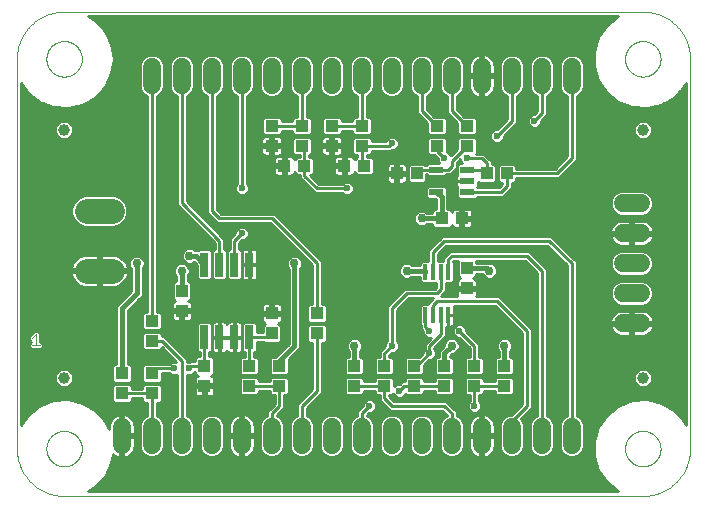
<source format=gtl>
G75*
%MOIN*%
%OFA0B0*%
%FSLAX25Y25*%
%IPPOS*%
%LPD*%
%AMOC8*
5,1,8,0,0,1.08239X$1,22.5*
%
%ADD10C,0.00000*%
%ADD11C,0.00300*%
%ADD12C,0.06000*%
%ADD13R,0.04331X0.03937*%
%ADD14R,0.01400X0.05200*%
%ADD15R,0.04724X0.02165*%
%ADD16R,0.03937X0.04331*%
%ADD17C,0.03937*%
%ADD18C,0.08250*%
%ADD19R,0.02600X0.08000*%
%ADD20C,0.01000*%
%ADD21C,0.02362*%
%ADD22C,0.02953*%
%ADD23C,0.01600*%
D10*
X0047248Y0035000D02*
X0240161Y0035000D01*
X0234255Y0050748D02*
X0234257Y0050901D01*
X0234263Y0051055D01*
X0234273Y0051208D01*
X0234287Y0051360D01*
X0234305Y0051513D01*
X0234327Y0051664D01*
X0234352Y0051815D01*
X0234382Y0051966D01*
X0234416Y0052116D01*
X0234453Y0052264D01*
X0234494Y0052412D01*
X0234539Y0052558D01*
X0234588Y0052704D01*
X0234641Y0052848D01*
X0234697Y0052990D01*
X0234757Y0053131D01*
X0234821Y0053271D01*
X0234888Y0053409D01*
X0234959Y0053545D01*
X0235034Y0053679D01*
X0235111Y0053811D01*
X0235193Y0053941D01*
X0235277Y0054069D01*
X0235365Y0054195D01*
X0235456Y0054318D01*
X0235550Y0054439D01*
X0235648Y0054557D01*
X0235748Y0054673D01*
X0235852Y0054786D01*
X0235958Y0054897D01*
X0236067Y0055005D01*
X0236179Y0055110D01*
X0236293Y0055211D01*
X0236411Y0055310D01*
X0236530Y0055406D01*
X0236652Y0055499D01*
X0236777Y0055588D01*
X0236904Y0055675D01*
X0237033Y0055757D01*
X0237164Y0055837D01*
X0237297Y0055913D01*
X0237432Y0055986D01*
X0237569Y0056055D01*
X0237708Y0056120D01*
X0237848Y0056182D01*
X0237990Y0056240D01*
X0238133Y0056295D01*
X0238278Y0056346D01*
X0238424Y0056393D01*
X0238571Y0056436D01*
X0238719Y0056475D01*
X0238868Y0056511D01*
X0239018Y0056542D01*
X0239169Y0056570D01*
X0239320Y0056594D01*
X0239473Y0056614D01*
X0239625Y0056630D01*
X0239778Y0056642D01*
X0239931Y0056650D01*
X0240084Y0056654D01*
X0240238Y0056654D01*
X0240391Y0056650D01*
X0240544Y0056642D01*
X0240697Y0056630D01*
X0240849Y0056614D01*
X0241002Y0056594D01*
X0241153Y0056570D01*
X0241304Y0056542D01*
X0241454Y0056511D01*
X0241603Y0056475D01*
X0241751Y0056436D01*
X0241898Y0056393D01*
X0242044Y0056346D01*
X0242189Y0056295D01*
X0242332Y0056240D01*
X0242474Y0056182D01*
X0242614Y0056120D01*
X0242753Y0056055D01*
X0242890Y0055986D01*
X0243025Y0055913D01*
X0243158Y0055837D01*
X0243289Y0055757D01*
X0243418Y0055675D01*
X0243545Y0055588D01*
X0243670Y0055499D01*
X0243792Y0055406D01*
X0243911Y0055310D01*
X0244029Y0055211D01*
X0244143Y0055110D01*
X0244255Y0055005D01*
X0244364Y0054897D01*
X0244470Y0054786D01*
X0244574Y0054673D01*
X0244674Y0054557D01*
X0244772Y0054439D01*
X0244866Y0054318D01*
X0244957Y0054195D01*
X0245045Y0054069D01*
X0245129Y0053941D01*
X0245211Y0053811D01*
X0245288Y0053679D01*
X0245363Y0053545D01*
X0245434Y0053409D01*
X0245501Y0053271D01*
X0245565Y0053131D01*
X0245625Y0052990D01*
X0245681Y0052848D01*
X0245734Y0052704D01*
X0245783Y0052558D01*
X0245828Y0052412D01*
X0245869Y0052264D01*
X0245906Y0052116D01*
X0245940Y0051966D01*
X0245970Y0051815D01*
X0245995Y0051664D01*
X0246017Y0051513D01*
X0246035Y0051360D01*
X0246049Y0051208D01*
X0246059Y0051055D01*
X0246065Y0050901D01*
X0246067Y0050748D01*
X0246065Y0050595D01*
X0246059Y0050441D01*
X0246049Y0050288D01*
X0246035Y0050136D01*
X0246017Y0049983D01*
X0245995Y0049832D01*
X0245970Y0049681D01*
X0245940Y0049530D01*
X0245906Y0049380D01*
X0245869Y0049232D01*
X0245828Y0049084D01*
X0245783Y0048938D01*
X0245734Y0048792D01*
X0245681Y0048648D01*
X0245625Y0048506D01*
X0245565Y0048365D01*
X0245501Y0048225D01*
X0245434Y0048087D01*
X0245363Y0047951D01*
X0245288Y0047817D01*
X0245211Y0047685D01*
X0245129Y0047555D01*
X0245045Y0047427D01*
X0244957Y0047301D01*
X0244866Y0047178D01*
X0244772Y0047057D01*
X0244674Y0046939D01*
X0244574Y0046823D01*
X0244470Y0046710D01*
X0244364Y0046599D01*
X0244255Y0046491D01*
X0244143Y0046386D01*
X0244029Y0046285D01*
X0243911Y0046186D01*
X0243792Y0046090D01*
X0243670Y0045997D01*
X0243545Y0045908D01*
X0243418Y0045821D01*
X0243289Y0045739D01*
X0243158Y0045659D01*
X0243025Y0045583D01*
X0242890Y0045510D01*
X0242753Y0045441D01*
X0242614Y0045376D01*
X0242474Y0045314D01*
X0242332Y0045256D01*
X0242189Y0045201D01*
X0242044Y0045150D01*
X0241898Y0045103D01*
X0241751Y0045060D01*
X0241603Y0045021D01*
X0241454Y0044985D01*
X0241304Y0044954D01*
X0241153Y0044926D01*
X0241002Y0044902D01*
X0240849Y0044882D01*
X0240697Y0044866D01*
X0240544Y0044854D01*
X0240391Y0044846D01*
X0240238Y0044842D01*
X0240084Y0044842D01*
X0239931Y0044846D01*
X0239778Y0044854D01*
X0239625Y0044866D01*
X0239473Y0044882D01*
X0239320Y0044902D01*
X0239169Y0044926D01*
X0239018Y0044954D01*
X0238868Y0044985D01*
X0238719Y0045021D01*
X0238571Y0045060D01*
X0238424Y0045103D01*
X0238278Y0045150D01*
X0238133Y0045201D01*
X0237990Y0045256D01*
X0237848Y0045314D01*
X0237708Y0045376D01*
X0237569Y0045441D01*
X0237432Y0045510D01*
X0237297Y0045583D01*
X0237164Y0045659D01*
X0237033Y0045739D01*
X0236904Y0045821D01*
X0236777Y0045908D01*
X0236652Y0045997D01*
X0236530Y0046090D01*
X0236411Y0046186D01*
X0236293Y0046285D01*
X0236179Y0046386D01*
X0236067Y0046491D01*
X0235958Y0046599D01*
X0235852Y0046710D01*
X0235748Y0046823D01*
X0235648Y0046939D01*
X0235550Y0047057D01*
X0235456Y0047178D01*
X0235365Y0047301D01*
X0235277Y0047427D01*
X0235193Y0047555D01*
X0235111Y0047685D01*
X0235034Y0047817D01*
X0234959Y0047951D01*
X0234888Y0048087D01*
X0234821Y0048225D01*
X0234757Y0048365D01*
X0234697Y0048506D01*
X0234641Y0048648D01*
X0234588Y0048792D01*
X0234539Y0048938D01*
X0234494Y0049084D01*
X0234453Y0049232D01*
X0234416Y0049380D01*
X0234382Y0049530D01*
X0234352Y0049681D01*
X0234327Y0049832D01*
X0234305Y0049983D01*
X0234287Y0050136D01*
X0234273Y0050288D01*
X0234263Y0050441D01*
X0234257Y0050595D01*
X0234255Y0050748D01*
X0240161Y0035000D02*
X0240542Y0035005D01*
X0240922Y0035018D01*
X0241302Y0035041D01*
X0241681Y0035074D01*
X0242059Y0035115D01*
X0242436Y0035165D01*
X0242812Y0035225D01*
X0243187Y0035293D01*
X0243559Y0035371D01*
X0243930Y0035458D01*
X0244298Y0035553D01*
X0244664Y0035658D01*
X0245027Y0035771D01*
X0245388Y0035893D01*
X0245745Y0036023D01*
X0246099Y0036163D01*
X0246450Y0036310D01*
X0246797Y0036467D01*
X0247140Y0036631D01*
X0247479Y0036804D01*
X0247814Y0036985D01*
X0248145Y0037174D01*
X0248470Y0037371D01*
X0248791Y0037575D01*
X0249107Y0037788D01*
X0249417Y0038008D01*
X0249723Y0038235D01*
X0250022Y0038470D01*
X0250316Y0038712D01*
X0250604Y0038960D01*
X0250886Y0039216D01*
X0251161Y0039479D01*
X0251430Y0039748D01*
X0251693Y0040023D01*
X0251949Y0040305D01*
X0252197Y0040593D01*
X0252439Y0040887D01*
X0252674Y0041186D01*
X0252901Y0041492D01*
X0253121Y0041802D01*
X0253334Y0042118D01*
X0253538Y0042439D01*
X0253735Y0042764D01*
X0253924Y0043095D01*
X0254105Y0043430D01*
X0254278Y0043769D01*
X0254442Y0044112D01*
X0254599Y0044459D01*
X0254746Y0044810D01*
X0254886Y0045164D01*
X0255016Y0045521D01*
X0255138Y0045882D01*
X0255251Y0046245D01*
X0255356Y0046611D01*
X0255451Y0046979D01*
X0255538Y0047350D01*
X0255616Y0047722D01*
X0255684Y0048097D01*
X0255744Y0048473D01*
X0255794Y0048850D01*
X0255835Y0049228D01*
X0255868Y0049607D01*
X0255891Y0049987D01*
X0255904Y0050367D01*
X0255909Y0050748D01*
X0255909Y0180669D01*
X0234255Y0180669D02*
X0234257Y0180822D01*
X0234263Y0180976D01*
X0234273Y0181129D01*
X0234287Y0181281D01*
X0234305Y0181434D01*
X0234327Y0181585D01*
X0234352Y0181736D01*
X0234382Y0181887D01*
X0234416Y0182037D01*
X0234453Y0182185D01*
X0234494Y0182333D01*
X0234539Y0182479D01*
X0234588Y0182625D01*
X0234641Y0182769D01*
X0234697Y0182911D01*
X0234757Y0183052D01*
X0234821Y0183192D01*
X0234888Y0183330D01*
X0234959Y0183466D01*
X0235034Y0183600D01*
X0235111Y0183732D01*
X0235193Y0183862D01*
X0235277Y0183990D01*
X0235365Y0184116D01*
X0235456Y0184239D01*
X0235550Y0184360D01*
X0235648Y0184478D01*
X0235748Y0184594D01*
X0235852Y0184707D01*
X0235958Y0184818D01*
X0236067Y0184926D01*
X0236179Y0185031D01*
X0236293Y0185132D01*
X0236411Y0185231D01*
X0236530Y0185327D01*
X0236652Y0185420D01*
X0236777Y0185509D01*
X0236904Y0185596D01*
X0237033Y0185678D01*
X0237164Y0185758D01*
X0237297Y0185834D01*
X0237432Y0185907D01*
X0237569Y0185976D01*
X0237708Y0186041D01*
X0237848Y0186103D01*
X0237990Y0186161D01*
X0238133Y0186216D01*
X0238278Y0186267D01*
X0238424Y0186314D01*
X0238571Y0186357D01*
X0238719Y0186396D01*
X0238868Y0186432D01*
X0239018Y0186463D01*
X0239169Y0186491D01*
X0239320Y0186515D01*
X0239473Y0186535D01*
X0239625Y0186551D01*
X0239778Y0186563D01*
X0239931Y0186571D01*
X0240084Y0186575D01*
X0240238Y0186575D01*
X0240391Y0186571D01*
X0240544Y0186563D01*
X0240697Y0186551D01*
X0240849Y0186535D01*
X0241002Y0186515D01*
X0241153Y0186491D01*
X0241304Y0186463D01*
X0241454Y0186432D01*
X0241603Y0186396D01*
X0241751Y0186357D01*
X0241898Y0186314D01*
X0242044Y0186267D01*
X0242189Y0186216D01*
X0242332Y0186161D01*
X0242474Y0186103D01*
X0242614Y0186041D01*
X0242753Y0185976D01*
X0242890Y0185907D01*
X0243025Y0185834D01*
X0243158Y0185758D01*
X0243289Y0185678D01*
X0243418Y0185596D01*
X0243545Y0185509D01*
X0243670Y0185420D01*
X0243792Y0185327D01*
X0243911Y0185231D01*
X0244029Y0185132D01*
X0244143Y0185031D01*
X0244255Y0184926D01*
X0244364Y0184818D01*
X0244470Y0184707D01*
X0244574Y0184594D01*
X0244674Y0184478D01*
X0244772Y0184360D01*
X0244866Y0184239D01*
X0244957Y0184116D01*
X0245045Y0183990D01*
X0245129Y0183862D01*
X0245211Y0183732D01*
X0245288Y0183600D01*
X0245363Y0183466D01*
X0245434Y0183330D01*
X0245501Y0183192D01*
X0245565Y0183052D01*
X0245625Y0182911D01*
X0245681Y0182769D01*
X0245734Y0182625D01*
X0245783Y0182479D01*
X0245828Y0182333D01*
X0245869Y0182185D01*
X0245906Y0182037D01*
X0245940Y0181887D01*
X0245970Y0181736D01*
X0245995Y0181585D01*
X0246017Y0181434D01*
X0246035Y0181281D01*
X0246049Y0181129D01*
X0246059Y0180976D01*
X0246065Y0180822D01*
X0246067Y0180669D01*
X0246065Y0180516D01*
X0246059Y0180362D01*
X0246049Y0180209D01*
X0246035Y0180057D01*
X0246017Y0179904D01*
X0245995Y0179753D01*
X0245970Y0179602D01*
X0245940Y0179451D01*
X0245906Y0179301D01*
X0245869Y0179153D01*
X0245828Y0179005D01*
X0245783Y0178859D01*
X0245734Y0178713D01*
X0245681Y0178569D01*
X0245625Y0178427D01*
X0245565Y0178286D01*
X0245501Y0178146D01*
X0245434Y0178008D01*
X0245363Y0177872D01*
X0245288Y0177738D01*
X0245211Y0177606D01*
X0245129Y0177476D01*
X0245045Y0177348D01*
X0244957Y0177222D01*
X0244866Y0177099D01*
X0244772Y0176978D01*
X0244674Y0176860D01*
X0244574Y0176744D01*
X0244470Y0176631D01*
X0244364Y0176520D01*
X0244255Y0176412D01*
X0244143Y0176307D01*
X0244029Y0176206D01*
X0243911Y0176107D01*
X0243792Y0176011D01*
X0243670Y0175918D01*
X0243545Y0175829D01*
X0243418Y0175742D01*
X0243289Y0175660D01*
X0243158Y0175580D01*
X0243025Y0175504D01*
X0242890Y0175431D01*
X0242753Y0175362D01*
X0242614Y0175297D01*
X0242474Y0175235D01*
X0242332Y0175177D01*
X0242189Y0175122D01*
X0242044Y0175071D01*
X0241898Y0175024D01*
X0241751Y0174981D01*
X0241603Y0174942D01*
X0241454Y0174906D01*
X0241304Y0174875D01*
X0241153Y0174847D01*
X0241002Y0174823D01*
X0240849Y0174803D01*
X0240697Y0174787D01*
X0240544Y0174775D01*
X0240391Y0174767D01*
X0240238Y0174763D01*
X0240084Y0174763D01*
X0239931Y0174767D01*
X0239778Y0174775D01*
X0239625Y0174787D01*
X0239473Y0174803D01*
X0239320Y0174823D01*
X0239169Y0174847D01*
X0239018Y0174875D01*
X0238868Y0174906D01*
X0238719Y0174942D01*
X0238571Y0174981D01*
X0238424Y0175024D01*
X0238278Y0175071D01*
X0238133Y0175122D01*
X0237990Y0175177D01*
X0237848Y0175235D01*
X0237708Y0175297D01*
X0237569Y0175362D01*
X0237432Y0175431D01*
X0237297Y0175504D01*
X0237164Y0175580D01*
X0237033Y0175660D01*
X0236904Y0175742D01*
X0236777Y0175829D01*
X0236652Y0175918D01*
X0236530Y0176011D01*
X0236411Y0176107D01*
X0236293Y0176206D01*
X0236179Y0176307D01*
X0236067Y0176412D01*
X0235958Y0176520D01*
X0235852Y0176631D01*
X0235748Y0176744D01*
X0235648Y0176860D01*
X0235550Y0176978D01*
X0235456Y0177099D01*
X0235365Y0177222D01*
X0235277Y0177348D01*
X0235193Y0177476D01*
X0235111Y0177606D01*
X0235034Y0177738D01*
X0234959Y0177872D01*
X0234888Y0178008D01*
X0234821Y0178146D01*
X0234757Y0178286D01*
X0234697Y0178427D01*
X0234641Y0178569D01*
X0234588Y0178713D01*
X0234539Y0178859D01*
X0234494Y0179005D01*
X0234453Y0179153D01*
X0234416Y0179301D01*
X0234382Y0179451D01*
X0234352Y0179602D01*
X0234327Y0179753D01*
X0234305Y0179904D01*
X0234287Y0180057D01*
X0234273Y0180209D01*
X0234263Y0180362D01*
X0234257Y0180516D01*
X0234255Y0180669D01*
X0240161Y0196417D02*
X0240542Y0196412D01*
X0240922Y0196399D01*
X0241302Y0196376D01*
X0241681Y0196343D01*
X0242059Y0196302D01*
X0242436Y0196252D01*
X0242812Y0196192D01*
X0243187Y0196124D01*
X0243559Y0196046D01*
X0243930Y0195959D01*
X0244298Y0195864D01*
X0244664Y0195759D01*
X0245027Y0195646D01*
X0245388Y0195524D01*
X0245745Y0195394D01*
X0246099Y0195254D01*
X0246450Y0195107D01*
X0246797Y0194950D01*
X0247140Y0194786D01*
X0247479Y0194613D01*
X0247814Y0194432D01*
X0248145Y0194243D01*
X0248470Y0194046D01*
X0248791Y0193842D01*
X0249107Y0193629D01*
X0249417Y0193409D01*
X0249723Y0193182D01*
X0250022Y0192947D01*
X0250316Y0192705D01*
X0250604Y0192457D01*
X0250886Y0192201D01*
X0251161Y0191938D01*
X0251430Y0191669D01*
X0251693Y0191394D01*
X0251949Y0191112D01*
X0252197Y0190824D01*
X0252439Y0190530D01*
X0252674Y0190231D01*
X0252901Y0189925D01*
X0253121Y0189615D01*
X0253334Y0189299D01*
X0253538Y0188978D01*
X0253735Y0188653D01*
X0253924Y0188322D01*
X0254105Y0187987D01*
X0254278Y0187648D01*
X0254442Y0187305D01*
X0254599Y0186958D01*
X0254746Y0186607D01*
X0254886Y0186253D01*
X0255016Y0185896D01*
X0255138Y0185535D01*
X0255251Y0185172D01*
X0255356Y0184806D01*
X0255451Y0184438D01*
X0255538Y0184067D01*
X0255616Y0183695D01*
X0255684Y0183320D01*
X0255744Y0182944D01*
X0255794Y0182567D01*
X0255835Y0182189D01*
X0255868Y0181810D01*
X0255891Y0181430D01*
X0255904Y0181050D01*
X0255909Y0180669D01*
X0240161Y0196417D02*
X0047248Y0196417D01*
X0041342Y0180669D02*
X0041344Y0180822D01*
X0041350Y0180976D01*
X0041360Y0181129D01*
X0041374Y0181281D01*
X0041392Y0181434D01*
X0041414Y0181585D01*
X0041439Y0181736D01*
X0041469Y0181887D01*
X0041503Y0182037D01*
X0041540Y0182185D01*
X0041581Y0182333D01*
X0041626Y0182479D01*
X0041675Y0182625D01*
X0041728Y0182769D01*
X0041784Y0182911D01*
X0041844Y0183052D01*
X0041908Y0183192D01*
X0041975Y0183330D01*
X0042046Y0183466D01*
X0042121Y0183600D01*
X0042198Y0183732D01*
X0042280Y0183862D01*
X0042364Y0183990D01*
X0042452Y0184116D01*
X0042543Y0184239D01*
X0042637Y0184360D01*
X0042735Y0184478D01*
X0042835Y0184594D01*
X0042939Y0184707D01*
X0043045Y0184818D01*
X0043154Y0184926D01*
X0043266Y0185031D01*
X0043380Y0185132D01*
X0043498Y0185231D01*
X0043617Y0185327D01*
X0043739Y0185420D01*
X0043864Y0185509D01*
X0043991Y0185596D01*
X0044120Y0185678D01*
X0044251Y0185758D01*
X0044384Y0185834D01*
X0044519Y0185907D01*
X0044656Y0185976D01*
X0044795Y0186041D01*
X0044935Y0186103D01*
X0045077Y0186161D01*
X0045220Y0186216D01*
X0045365Y0186267D01*
X0045511Y0186314D01*
X0045658Y0186357D01*
X0045806Y0186396D01*
X0045955Y0186432D01*
X0046105Y0186463D01*
X0046256Y0186491D01*
X0046407Y0186515D01*
X0046560Y0186535D01*
X0046712Y0186551D01*
X0046865Y0186563D01*
X0047018Y0186571D01*
X0047171Y0186575D01*
X0047325Y0186575D01*
X0047478Y0186571D01*
X0047631Y0186563D01*
X0047784Y0186551D01*
X0047936Y0186535D01*
X0048089Y0186515D01*
X0048240Y0186491D01*
X0048391Y0186463D01*
X0048541Y0186432D01*
X0048690Y0186396D01*
X0048838Y0186357D01*
X0048985Y0186314D01*
X0049131Y0186267D01*
X0049276Y0186216D01*
X0049419Y0186161D01*
X0049561Y0186103D01*
X0049701Y0186041D01*
X0049840Y0185976D01*
X0049977Y0185907D01*
X0050112Y0185834D01*
X0050245Y0185758D01*
X0050376Y0185678D01*
X0050505Y0185596D01*
X0050632Y0185509D01*
X0050757Y0185420D01*
X0050879Y0185327D01*
X0050998Y0185231D01*
X0051116Y0185132D01*
X0051230Y0185031D01*
X0051342Y0184926D01*
X0051451Y0184818D01*
X0051557Y0184707D01*
X0051661Y0184594D01*
X0051761Y0184478D01*
X0051859Y0184360D01*
X0051953Y0184239D01*
X0052044Y0184116D01*
X0052132Y0183990D01*
X0052216Y0183862D01*
X0052298Y0183732D01*
X0052375Y0183600D01*
X0052450Y0183466D01*
X0052521Y0183330D01*
X0052588Y0183192D01*
X0052652Y0183052D01*
X0052712Y0182911D01*
X0052768Y0182769D01*
X0052821Y0182625D01*
X0052870Y0182479D01*
X0052915Y0182333D01*
X0052956Y0182185D01*
X0052993Y0182037D01*
X0053027Y0181887D01*
X0053057Y0181736D01*
X0053082Y0181585D01*
X0053104Y0181434D01*
X0053122Y0181281D01*
X0053136Y0181129D01*
X0053146Y0180976D01*
X0053152Y0180822D01*
X0053154Y0180669D01*
X0053152Y0180516D01*
X0053146Y0180362D01*
X0053136Y0180209D01*
X0053122Y0180057D01*
X0053104Y0179904D01*
X0053082Y0179753D01*
X0053057Y0179602D01*
X0053027Y0179451D01*
X0052993Y0179301D01*
X0052956Y0179153D01*
X0052915Y0179005D01*
X0052870Y0178859D01*
X0052821Y0178713D01*
X0052768Y0178569D01*
X0052712Y0178427D01*
X0052652Y0178286D01*
X0052588Y0178146D01*
X0052521Y0178008D01*
X0052450Y0177872D01*
X0052375Y0177738D01*
X0052298Y0177606D01*
X0052216Y0177476D01*
X0052132Y0177348D01*
X0052044Y0177222D01*
X0051953Y0177099D01*
X0051859Y0176978D01*
X0051761Y0176860D01*
X0051661Y0176744D01*
X0051557Y0176631D01*
X0051451Y0176520D01*
X0051342Y0176412D01*
X0051230Y0176307D01*
X0051116Y0176206D01*
X0050998Y0176107D01*
X0050879Y0176011D01*
X0050757Y0175918D01*
X0050632Y0175829D01*
X0050505Y0175742D01*
X0050376Y0175660D01*
X0050245Y0175580D01*
X0050112Y0175504D01*
X0049977Y0175431D01*
X0049840Y0175362D01*
X0049701Y0175297D01*
X0049561Y0175235D01*
X0049419Y0175177D01*
X0049276Y0175122D01*
X0049131Y0175071D01*
X0048985Y0175024D01*
X0048838Y0174981D01*
X0048690Y0174942D01*
X0048541Y0174906D01*
X0048391Y0174875D01*
X0048240Y0174847D01*
X0048089Y0174823D01*
X0047936Y0174803D01*
X0047784Y0174787D01*
X0047631Y0174775D01*
X0047478Y0174767D01*
X0047325Y0174763D01*
X0047171Y0174763D01*
X0047018Y0174767D01*
X0046865Y0174775D01*
X0046712Y0174787D01*
X0046560Y0174803D01*
X0046407Y0174823D01*
X0046256Y0174847D01*
X0046105Y0174875D01*
X0045955Y0174906D01*
X0045806Y0174942D01*
X0045658Y0174981D01*
X0045511Y0175024D01*
X0045365Y0175071D01*
X0045220Y0175122D01*
X0045077Y0175177D01*
X0044935Y0175235D01*
X0044795Y0175297D01*
X0044656Y0175362D01*
X0044519Y0175431D01*
X0044384Y0175504D01*
X0044251Y0175580D01*
X0044120Y0175660D01*
X0043991Y0175742D01*
X0043864Y0175829D01*
X0043739Y0175918D01*
X0043617Y0176011D01*
X0043498Y0176107D01*
X0043380Y0176206D01*
X0043266Y0176307D01*
X0043154Y0176412D01*
X0043045Y0176520D01*
X0042939Y0176631D01*
X0042835Y0176744D01*
X0042735Y0176860D01*
X0042637Y0176978D01*
X0042543Y0177099D01*
X0042452Y0177222D01*
X0042364Y0177348D01*
X0042280Y0177476D01*
X0042198Y0177606D01*
X0042121Y0177738D01*
X0042046Y0177872D01*
X0041975Y0178008D01*
X0041908Y0178146D01*
X0041844Y0178286D01*
X0041784Y0178427D01*
X0041728Y0178569D01*
X0041675Y0178713D01*
X0041626Y0178859D01*
X0041581Y0179005D01*
X0041540Y0179153D01*
X0041503Y0179301D01*
X0041469Y0179451D01*
X0041439Y0179602D01*
X0041414Y0179753D01*
X0041392Y0179904D01*
X0041374Y0180057D01*
X0041360Y0180209D01*
X0041350Y0180362D01*
X0041344Y0180516D01*
X0041342Y0180669D01*
X0031500Y0180669D02*
X0031505Y0181050D01*
X0031518Y0181430D01*
X0031541Y0181810D01*
X0031574Y0182189D01*
X0031615Y0182567D01*
X0031665Y0182944D01*
X0031725Y0183320D01*
X0031793Y0183695D01*
X0031871Y0184067D01*
X0031958Y0184438D01*
X0032053Y0184806D01*
X0032158Y0185172D01*
X0032271Y0185535D01*
X0032393Y0185896D01*
X0032523Y0186253D01*
X0032663Y0186607D01*
X0032810Y0186958D01*
X0032967Y0187305D01*
X0033131Y0187648D01*
X0033304Y0187987D01*
X0033485Y0188322D01*
X0033674Y0188653D01*
X0033871Y0188978D01*
X0034075Y0189299D01*
X0034288Y0189615D01*
X0034508Y0189925D01*
X0034735Y0190231D01*
X0034970Y0190530D01*
X0035212Y0190824D01*
X0035460Y0191112D01*
X0035716Y0191394D01*
X0035979Y0191669D01*
X0036248Y0191938D01*
X0036523Y0192201D01*
X0036805Y0192457D01*
X0037093Y0192705D01*
X0037387Y0192947D01*
X0037686Y0193182D01*
X0037992Y0193409D01*
X0038302Y0193629D01*
X0038618Y0193842D01*
X0038939Y0194046D01*
X0039264Y0194243D01*
X0039595Y0194432D01*
X0039930Y0194613D01*
X0040269Y0194786D01*
X0040612Y0194950D01*
X0040959Y0195107D01*
X0041310Y0195254D01*
X0041664Y0195394D01*
X0042021Y0195524D01*
X0042382Y0195646D01*
X0042745Y0195759D01*
X0043111Y0195864D01*
X0043479Y0195959D01*
X0043850Y0196046D01*
X0044222Y0196124D01*
X0044597Y0196192D01*
X0044973Y0196252D01*
X0045350Y0196302D01*
X0045728Y0196343D01*
X0046107Y0196376D01*
X0046487Y0196399D01*
X0046867Y0196412D01*
X0047248Y0196417D01*
X0031500Y0180669D02*
X0031500Y0050748D01*
X0041342Y0050748D02*
X0041344Y0050901D01*
X0041350Y0051055D01*
X0041360Y0051208D01*
X0041374Y0051360D01*
X0041392Y0051513D01*
X0041414Y0051664D01*
X0041439Y0051815D01*
X0041469Y0051966D01*
X0041503Y0052116D01*
X0041540Y0052264D01*
X0041581Y0052412D01*
X0041626Y0052558D01*
X0041675Y0052704D01*
X0041728Y0052848D01*
X0041784Y0052990D01*
X0041844Y0053131D01*
X0041908Y0053271D01*
X0041975Y0053409D01*
X0042046Y0053545D01*
X0042121Y0053679D01*
X0042198Y0053811D01*
X0042280Y0053941D01*
X0042364Y0054069D01*
X0042452Y0054195D01*
X0042543Y0054318D01*
X0042637Y0054439D01*
X0042735Y0054557D01*
X0042835Y0054673D01*
X0042939Y0054786D01*
X0043045Y0054897D01*
X0043154Y0055005D01*
X0043266Y0055110D01*
X0043380Y0055211D01*
X0043498Y0055310D01*
X0043617Y0055406D01*
X0043739Y0055499D01*
X0043864Y0055588D01*
X0043991Y0055675D01*
X0044120Y0055757D01*
X0044251Y0055837D01*
X0044384Y0055913D01*
X0044519Y0055986D01*
X0044656Y0056055D01*
X0044795Y0056120D01*
X0044935Y0056182D01*
X0045077Y0056240D01*
X0045220Y0056295D01*
X0045365Y0056346D01*
X0045511Y0056393D01*
X0045658Y0056436D01*
X0045806Y0056475D01*
X0045955Y0056511D01*
X0046105Y0056542D01*
X0046256Y0056570D01*
X0046407Y0056594D01*
X0046560Y0056614D01*
X0046712Y0056630D01*
X0046865Y0056642D01*
X0047018Y0056650D01*
X0047171Y0056654D01*
X0047325Y0056654D01*
X0047478Y0056650D01*
X0047631Y0056642D01*
X0047784Y0056630D01*
X0047936Y0056614D01*
X0048089Y0056594D01*
X0048240Y0056570D01*
X0048391Y0056542D01*
X0048541Y0056511D01*
X0048690Y0056475D01*
X0048838Y0056436D01*
X0048985Y0056393D01*
X0049131Y0056346D01*
X0049276Y0056295D01*
X0049419Y0056240D01*
X0049561Y0056182D01*
X0049701Y0056120D01*
X0049840Y0056055D01*
X0049977Y0055986D01*
X0050112Y0055913D01*
X0050245Y0055837D01*
X0050376Y0055757D01*
X0050505Y0055675D01*
X0050632Y0055588D01*
X0050757Y0055499D01*
X0050879Y0055406D01*
X0050998Y0055310D01*
X0051116Y0055211D01*
X0051230Y0055110D01*
X0051342Y0055005D01*
X0051451Y0054897D01*
X0051557Y0054786D01*
X0051661Y0054673D01*
X0051761Y0054557D01*
X0051859Y0054439D01*
X0051953Y0054318D01*
X0052044Y0054195D01*
X0052132Y0054069D01*
X0052216Y0053941D01*
X0052298Y0053811D01*
X0052375Y0053679D01*
X0052450Y0053545D01*
X0052521Y0053409D01*
X0052588Y0053271D01*
X0052652Y0053131D01*
X0052712Y0052990D01*
X0052768Y0052848D01*
X0052821Y0052704D01*
X0052870Y0052558D01*
X0052915Y0052412D01*
X0052956Y0052264D01*
X0052993Y0052116D01*
X0053027Y0051966D01*
X0053057Y0051815D01*
X0053082Y0051664D01*
X0053104Y0051513D01*
X0053122Y0051360D01*
X0053136Y0051208D01*
X0053146Y0051055D01*
X0053152Y0050901D01*
X0053154Y0050748D01*
X0053152Y0050595D01*
X0053146Y0050441D01*
X0053136Y0050288D01*
X0053122Y0050136D01*
X0053104Y0049983D01*
X0053082Y0049832D01*
X0053057Y0049681D01*
X0053027Y0049530D01*
X0052993Y0049380D01*
X0052956Y0049232D01*
X0052915Y0049084D01*
X0052870Y0048938D01*
X0052821Y0048792D01*
X0052768Y0048648D01*
X0052712Y0048506D01*
X0052652Y0048365D01*
X0052588Y0048225D01*
X0052521Y0048087D01*
X0052450Y0047951D01*
X0052375Y0047817D01*
X0052298Y0047685D01*
X0052216Y0047555D01*
X0052132Y0047427D01*
X0052044Y0047301D01*
X0051953Y0047178D01*
X0051859Y0047057D01*
X0051761Y0046939D01*
X0051661Y0046823D01*
X0051557Y0046710D01*
X0051451Y0046599D01*
X0051342Y0046491D01*
X0051230Y0046386D01*
X0051116Y0046285D01*
X0050998Y0046186D01*
X0050879Y0046090D01*
X0050757Y0045997D01*
X0050632Y0045908D01*
X0050505Y0045821D01*
X0050376Y0045739D01*
X0050245Y0045659D01*
X0050112Y0045583D01*
X0049977Y0045510D01*
X0049840Y0045441D01*
X0049701Y0045376D01*
X0049561Y0045314D01*
X0049419Y0045256D01*
X0049276Y0045201D01*
X0049131Y0045150D01*
X0048985Y0045103D01*
X0048838Y0045060D01*
X0048690Y0045021D01*
X0048541Y0044985D01*
X0048391Y0044954D01*
X0048240Y0044926D01*
X0048089Y0044902D01*
X0047936Y0044882D01*
X0047784Y0044866D01*
X0047631Y0044854D01*
X0047478Y0044846D01*
X0047325Y0044842D01*
X0047171Y0044842D01*
X0047018Y0044846D01*
X0046865Y0044854D01*
X0046712Y0044866D01*
X0046560Y0044882D01*
X0046407Y0044902D01*
X0046256Y0044926D01*
X0046105Y0044954D01*
X0045955Y0044985D01*
X0045806Y0045021D01*
X0045658Y0045060D01*
X0045511Y0045103D01*
X0045365Y0045150D01*
X0045220Y0045201D01*
X0045077Y0045256D01*
X0044935Y0045314D01*
X0044795Y0045376D01*
X0044656Y0045441D01*
X0044519Y0045510D01*
X0044384Y0045583D01*
X0044251Y0045659D01*
X0044120Y0045739D01*
X0043991Y0045821D01*
X0043864Y0045908D01*
X0043739Y0045997D01*
X0043617Y0046090D01*
X0043498Y0046186D01*
X0043380Y0046285D01*
X0043266Y0046386D01*
X0043154Y0046491D01*
X0043045Y0046599D01*
X0042939Y0046710D01*
X0042835Y0046823D01*
X0042735Y0046939D01*
X0042637Y0047057D01*
X0042543Y0047178D01*
X0042452Y0047301D01*
X0042364Y0047427D01*
X0042280Y0047555D01*
X0042198Y0047685D01*
X0042121Y0047817D01*
X0042046Y0047951D01*
X0041975Y0048087D01*
X0041908Y0048225D01*
X0041844Y0048365D01*
X0041784Y0048506D01*
X0041728Y0048648D01*
X0041675Y0048792D01*
X0041626Y0048938D01*
X0041581Y0049084D01*
X0041540Y0049232D01*
X0041503Y0049380D01*
X0041469Y0049530D01*
X0041439Y0049681D01*
X0041414Y0049832D01*
X0041392Y0049983D01*
X0041374Y0050136D01*
X0041360Y0050288D01*
X0041350Y0050441D01*
X0041344Y0050595D01*
X0041342Y0050748D01*
X0031500Y0050748D02*
X0031505Y0050367D01*
X0031518Y0049987D01*
X0031541Y0049607D01*
X0031574Y0049228D01*
X0031615Y0048850D01*
X0031665Y0048473D01*
X0031725Y0048097D01*
X0031793Y0047722D01*
X0031871Y0047350D01*
X0031958Y0046979D01*
X0032053Y0046611D01*
X0032158Y0046245D01*
X0032271Y0045882D01*
X0032393Y0045521D01*
X0032523Y0045164D01*
X0032663Y0044810D01*
X0032810Y0044459D01*
X0032967Y0044112D01*
X0033131Y0043769D01*
X0033304Y0043430D01*
X0033485Y0043095D01*
X0033674Y0042764D01*
X0033871Y0042439D01*
X0034075Y0042118D01*
X0034288Y0041802D01*
X0034508Y0041492D01*
X0034735Y0041186D01*
X0034970Y0040887D01*
X0035212Y0040593D01*
X0035460Y0040305D01*
X0035716Y0040023D01*
X0035979Y0039748D01*
X0036248Y0039479D01*
X0036523Y0039216D01*
X0036805Y0038960D01*
X0037093Y0038712D01*
X0037387Y0038470D01*
X0037686Y0038235D01*
X0037992Y0038008D01*
X0038302Y0037788D01*
X0038618Y0037575D01*
X0038939Y0037371D01*
X0039264Y0037174D01*
X0039595Y0036985D01*
X0039930Y0036804D01*
X0040269Y0036631D01*
X0040612Y0036467D01*
X0040959Y0036310D01*
X0041310Y0036163D01*
X0041664Y0036023D01*
X0042021Y0035893D01*
X0042382Y0035771D01*
X0042745Y0035658D01*
X0043111Y0035553D01*
X0043479Y0035458D01*
X0043850Y0035371D01*
X0044222Y0035293D01*
X0044597Y0035225D01*
X0044973Y0035165D01*
X0045350Y0035115D01*
X0045728Y0035074D01*
X0046107Y0035041D01*
X0046487Y0035018D01*
X0046867Y0035005D01*
X0047248Y0035000D01*
D11*
X0039119Y0085150D02*
X0036650Y0085150D01*
X0037884Y0085150D02*
X0037884Y0088853D01*
X0036650Y0087619D01*
D12*
X0066500Y0058000D02*
X0066500Y0052000D01*
X0076500Y0052000D02*
X0076500Y0058000D01*
X0086500Y0058000D02*
X0086500Y0052000D01*
X0096500Y0052000D02*
X0096500Y0058000D01*
X0106500Y0058000D02*
X0106500Y0052000D01*
X0116500Y0052000D02*
X0116500Y0058000D01*
X0126500Y0058000D02*
X0126500Y0052000D01*
X0136500Y0052000D02*
X0136500Y0058000D01*
X0146500Y0058000D02*
X0146500Y0052000D01*
X0156500Y0052000D02*
X0156500Y0058000D01*
X0166500Y0058000D02*
X0166500Y0052000D01*
X0176500Y0052000D02*
X0176500Y0058000D01*
X0186500Y0058000D02*
X0186500Y0052000D01*
X0196500Y0052000D02*
X0196500Y0058000D01*
X0206500Y0058000D02*
X0206500Y0052000D01*
X0216500Y0052000D02*
X0216500Y0058000D01*
X0233500Y0092500D02*
X0239500Y0092500D01*
X0239500Y0102500D02*
X0233500Y0102500D01*
X0233500Y0112500D02*
X0239500Y0112500D01*
X0239500Y0122500D02*
X0233500Y0122500D01*
X0233500Y0132500D02*
X0239500Y0132500D01*
X0216500Y0172000D02*
X0216500Y0178000D01*
X0206500Y0178000D02*
X0206500Y0172000D01*
X0196500Y0172000D02*
X0196500Y0178000D01*
X0186500Y0178000D02*
X0186500Y0172000D01*
X0176500Y0172000D02*
X0176500Y0178000D01*
X0166500Y0178000D02*
X0166500Y0172000D01*
X0156500Y0172000D02*
X0156500Y0178000D01*
X0146500Y0178000D02*
X0146500Y0172000D01*
X0136500Y0172000D02*
X0136500Y0178000D01*
X0126500Y0178000D02*
X0126500Y0172000D01*
X0116500Y0172000D02*
X0116500Y0178000D01*
X0106500Y0178000D02*
X0106500Y0172000D01*
X0096500Y0172000D02*
X0096500Y0178000D01*
X0086500Y0178000D02*
X0086500Y0172000D01*
X0076500Y0172000D02*
X0076500Y0178000D01*
D13*
X0116500Y0158346D03*
X0116500Y0151654D03*
X0120654Y0145000D03*
X0127346Y0145000D03*
X0126500Y0151654D03*
X0126500Y0158346D03*
X0136500Y0158346D03*
X0136500Y0151654D03*
X0140654Y0145000D03*
X0147346Y0145000D03*
X0146500Y0151654D03*
X0146500Y0158346D03*
X0171500Y0158346D03*
X0171500Y0151654D03*
X0181500Y0151654D03*
X0181500Y0158346D03*
X0179846Y0127500D03*
X0173154Y0127500D03*
X0131500Y0095846D03*
X0131500Y0089154D03*
X0144000Y0078346D03*
X0144000Y0071654D03*
X0154000Y0071654D03*
X0154000Y0078346D03*
X0164000Y0078346D03*
X0164000Y0071654D03*
X0174000Y0071654D03*
X0174000Y0078346D03*
X0184000Y0078346D03*
X0184000Y0071654D03*
X0194000Y0071654D03*
X0194000Y0078346D03*
X0119000Y0078346D03*
X0119000Y0071654D03*
X0109000Y0071654D03*
X0109000Y0078346D03*
X0076500Y0075846D03*
X0076500Y0069154D03*
X0066500Y0069154D03*
X0066500Y0075846D03*
X0076500Y0086654D03*
X0076500Y0093346D03*
D14*
X0167700Y0095300D03*
X0170200Y0095300D03*
X0172800Y0095300D03*
X0175300Y0095300D03*
X0175300Y0109700D03*
X0172800Y0109700D03*
X0170200Y0109700D03*
X0167700Y0109700D03*
D15*
X0171382Y0136260D03*
X0171382Y0143740D03*
X0181618Y0143740D03*
X0181618Y0140000D03*
X0181618Y0136260D03*
D16*
X0188154Y0142500D03*
X0194846Y0142500D03*
X0164846Y0142500D03*
X0158154Y0142500D03*
X0181500Y0110846D03*
X0181500Y0104154D03*
X0116500Y0095846D03*
X0116500Y0089154D03*
X0094000Y0078346D03*
X0094000Y0071654D03*
X0086500Y0096654D03*
X0086500Y0103346D03*
D17*
X0047248Y0074370D03*
X0047248Y0157047D03*
X0240161Y0157047D03*
X0240161Y0074370D03*
D18*
X0063125Y0110000D02*
X0054875Y0110000D01*
X0054875Y0130000D02*
X0063125Y0130000D01*
D19*
X0094000Y0112100D03*
X0099000Y0112100D03*
X0104000Y0112100D03*
X0109000Y0112100D03*
X0109000Y0087900D03*
X0104000Y0087900D03*
X0099000Y0087900D03*
X0094000Y0087900D03*
D20*
X0094000Y0078346D01*
X0089846Y0078346D01*
X0089000Y0077500D01*
X0089022Y0079772D02*
X0088091Y0079772D01*
X0088091Y0080659D01*
X0081437Y0087312D01*
X0080505Y0088244D01*
X0079756Y0088244D01*
X0079756Y0089074D01*
X0079117Y0089713D01*
X0073883Y0089713D01*
X0073244Y0089074D01*
X0073244Y0084233D01*
X0073883Y0083594D01*
X0079117Y0083594D01*
X0079756Y0084233D01*
X0079756Y0084495D01*
X0084479Y0079772D01*
X0083059Y0079772D01*
X0082378Y0079091D01*
X0077495Y0079091D01*
X0077310Y0078905D01*
X0073883Y0078905D01*
X0073244Y0078267D01*
X0073244Y0073426D01*
X0073883Y0072787D01*
X0079117Y0072787D01*
X0079756Y0073426D01*
X0079756Y0075909D01*
X0082378Y0075909D01*
X0083059Y0075228D01*
X0084909Y0075228D01*
X0084909Y0061769D01*
X0084183Y0061468D01*
X0083032Y0060317D01*
X0082409Y0058814D01*
X0082409Y0051186D01*
X0083032Y0049683D01*
X0084183Y0048532D01*
X0085686Y0047909D01*
X0087314Y0047909D01*
X0088817Y0048532D01*
X0089968Y0049683D01*
X0090591Y0051186D01*
X0090591Y0058814D01*
X0089968Y0060317D01*
X0088817Y0061468D01*
X0088091Y0061769D01*
X0088091Y0075228D01*
X0089941Y0075228D01*
X0090941Y0076228D01*
X0090941Y0075729D01*
X0091580Y0075091D01*
X0091803Y0075091D01*
X0091535Y0075019D01*
X0091241Y0074849D01*
X0091001Y0074609D01*
X0090832Y0074316D01*
X0090744Y0073988D01*
X0090744Y0072138D01*
X0093516Y0072138D01*
X0093516Y0071169D01*
X0094484Y0071169D01*
X0094484Y0068201D01*
X0096138Y0068201D01*
X0096465Y0068289D01*
X0096759Y0068458D01*
X0096999Y0068698D01*
X0097168Y0068991D01*
X0097256Y0069319D01*
X0097256Y0071169D01*
X0094484Y0071169D01*
X0094484Y0072138D01*
X0097256Y0072138D01*
X0097256Y0073988D01*
X0097168Y0074316D01*
X0096999Y0074609D01*
X0096759Y0074849D01*
X0096465Y0075019D01*
X0096197Y0075091D01*
X0096420Y0075091D01*
X0097059Y0075729D01*
X0097059Y0080964D01*
X0096420Y0081602D01*
X0095591Y0081602D01*
X0095591Y0082809D01*
X0095752Y0082809D01*
X0096391Y0083448D01*
X0096391Y0092352D01*
X0095752Y0092991D01*
X0092248Y0092991D01*
X0091609Y0092352D01*
X0091609Y0083448D01*
X0092248Y0082809D01*
X0092409Y0082809D01*
X0092409Y0081602D01*
X0091580Y0081602D01*
X0090941Y0080964D01*
X0090941Y0079937D01*
X0089188Y0079937D01*
X0089022Y0079772D01*
X0089184Y0079933D02*
X0088091Y0079933D01*
X0087818Y0080932D02*
X0090941Y0080932D01*
X0092409Y0081930D02*
X0086819Y0081930D01*
X0085821Y0082929D02*
X0092129Y0082929D01*
X0091609Y0083927D02*
X0084822Y0083927D01*
X0083824Y0084926D02*
X0091609Y0084926D01*
X0091609Y0085924D02*
X0082825Y0085924D01*
X0081827Y0086923D02*
X0091609Y0086923D01*
X0091609Y0087921D02*
X0080828Y0087921D01*
X0079756Y0088920D02*
X0091609Y0088920D01*
X0091609Y0089918D02*
X0068391Y0089918D01*
X0068391Y0088920D02*
X0073244Y0088920D01*
X0073244Y0087921D02*
X0068391Y0087921D01*
X0068391Y0086923D02*
X0073244Y0086923D01*
X0073244Y0085924D02*
X0068391Y0085924D01*
X0068391Y0084926D02*
X0073244Y0084926D01*
X0073550Y0083927D02*
X0068391Y0083927D01*
X0068391Y0082929D02*
X0081322Y0082929D01*
X0080324Y0083927D02*
X0079450Y0083927D01*
X0079846Y0086654D02*
X0076500Y0086654D01*
X0079846Y0086654D02*
X0086500Y0080000D01*
X0086500Y0055000D01*
X0082409Y0054970D02*
X0080591Y0054970D01*
X0080591Y0053972D02*
X0082409Y0053972D01*
X0082409Y0052973D02*
X0080591Y0052973D01*
X0080591Y0051975D02*
X0082409Y0051975D01*
X0082496Y0050976D02*
X0080503Y0050976D01*
X0080591Y0051186D02*
X0080591Y0058814D01*
X0079968Y0060317D01*
X0078817Y0061468D01*
X0078091Y0061769D01*
X0078091Y0066094D01*
X0079117Y0066094D01*
X0079756Y0066733D01*
X0079756Y0071574D01*
X0079117Y0072213D01*
X0073883Y0072213D01*
X0073244Y0071574D01*
X0073244Y0070744D01*
X0069756Y0070744D01*
X0069756Y0071574D01*
X0069117Y0072213D01*
X0063883Y0072213D01*
X0063244Y0071574D01*
X0063244Y0066733D01*
X0063883Y0066094D01*
X0069117Y0066094D01*
X0069756Y0066733D01*
X0069756Y0067563D01*
X0073244Y0067563D01*
X0073244Y0066733D01*
X0073883Y0066094D01*
X0074909Y0066094D01*
X0074909Y0061769D01*
X0074183Y0061468D01*
X0073032Y0060317D01*
X0072409Y0058814D01*
X0072409Y0051186D01*
X0073032Y0049683D01*
X0074183Y0048532D01*
X0075686Y0047909D01*
X0077314Y0047909D01*
X0078817Y0048532D01*
X0079968Y0049683D01*
X0080591Y0051186D01*
X0080090Y0049978D02*
X0082910Y0049978D01*
X0083736Y0048979D02*
X0079264Y0048979D01*
X0077486Y0047981D02*
X0085514Y0047981D01*
X0087486Y0047981D02*
X0095514Y0047981D01*
X0095686Y0047909D02*
X0097314Y0047909D01*
X0098817Y0048532D01*
X0099968Y0049683D01*
X0100591Y0051186D01*
X0100591Y0058814D01*
X0099968Y0060317D01*
X0098817Y0061468D01*
X0097314Y0062091D01*
X0095686Y0062091D01*
X0094183Y0061468D01*
X0093032Y0060317D01*
X0092409Y0058814D01*
X0092409Y0051186D01*
X0093032Y0049683D01*
X0094183Y0048532D01*
X0095686Y0047909D01*
X0097486Y0047981D02*
X0104996Y0047981D01*
X0104854Y0048027D02*
X0105496Y0047818D01*
X0106000Y0047738D01*
X0106000Y0054500D01*
X0107000Y0054500D01*
X0107000Y0055500D01*
X0110787Y0055500D01*
X0110787Y0058337D01*
X0110682Y0059004D01*
X0110473Y0059646D01*
X0110167Y0060247D01*
X0109770Y0060793D01*
X0109293Y0061270D01*
X0108747Y0061667D01*
X0108146Y0061973D01*
X0107504Y0062182D01*
X0107000Y0062262D01*
X0107000Y0055500D01*
X0106000Y0055500D01*
X0106000Y0062262D01*
X0105496Y0062182D01*
X0104854Y0061973D01*
X0104253Y0061667D01*
X0103707Y0061270D01*
X0103230Y0060793D01*
X0102833Y0060247D01*
X0102527Y0059646D01*
X0102318Y0059004D01*
X0102213Y0058337D01*
X0102213Y0055500D01*
X0106000Y0055500D01*
X0106000Y0054500D01*
X0102213Y0054500D01*
X0102213Y0051663D01*
X0102318Y0050996D01*
X0102527Y0050354D01*
X0102833Y0049753D01*
X0103230Y0049207D01*
X0103707Y0048730D01*
X0104253Y0048333D01*
X0104854Y0048027D01*
X0106000Y0047981D02*
X0107000Y0047981D01*
X0107000Y0047738D02*
X0107504Y0047818D01*
X0108146Y0048027D01*
X0108747Y0048333D01*
X0109293Y0048730D01*
X0109770Y0049207D01*
X0110167Y0049753D01*
X0110473Y0050354D01*
X0110682Y0050996D01*
X0110787Y0051663D01*
X0110787Y0054500D01*
X0107000Y0054500D01*
X0107000Y0047738D01*
X0108004Y0047981D02*
X0115514Y0047981D01*
X0115686Y0047909D02*
X0117314Y0047909D01*
X0118817Y0048532D01*
X0119968Y0049683D01*
X0120591Y0051186D01*
X0120591Y0058814D01*
X0119968Y0060317D01*
X0118817Y0061468D01*
X0118091Y0061769D01*
X0118091Y0061841D01*
X0120591Y0064341D01*
X0120591Y0068594D01*
X0121617Y0068594D01*
X0122256Y0069233D01*
X0122256Y0074074D01*
X0121617Y0074713D01*
X0116383Y0074713D01*
X0115744Y0074074D01*
X0115744Y0073244D01*
X0112256Y0073244D01*
X0112256Y0074074D01*
X0111617Y0074713D01*
X0106383Y0074713D01*
X0105744Y0074074D01*
X0105744Y0069233D01*
X0106383Y0068594D01*
X0111617Y0068594D01*
X0112256Y0069233D01*
X0112256Y0070063D01*
X0115744Y0070063D01*
X0115744Y0069233D01*
X0116383Y0068594D01*
X0117409Y0068594D01*
X0117409Y0065659D01*
X0115841Y0064091D01*
X0114909Y0063159D01*
X0114909Y0061769D01*
X0114183Y0061468D01*
X0113032Y0060317D01*
X0112409Y0058814D01*
X0112409Y0051186D01*
X0113032Y0049683D01*
X0114183Y0048532D01*
X0115686Y0047909D01*
X0117486Y0047981D02*
X0125514Y0047981D01*
X0125686Y0047909D02*
X0127314Y0047909D01*
X0128817Y0048532D01*
X0129968Y0049683D01*
X0130591Y0051186D01*
X0130591Y0058814D01*
X0129968Y0060317D01*
X0128817Y0061468D01*
X0128091Y0061769D01*
X0128091Y0064341D01*
X0132159Y0068409D01*
X0133091Y0069341D01*
X0133091Y0086094D01*
X0134117Y0086094D01*
X0134756Y0086733D01*
X0134756Y0091574D01*
X0134117Y0092213D01*
X0128883Y0092213D01*
X0128244Y0091574D01*
X0128244Y0086733D01*
X0128883Y0086094D01*
X0129909Y0086094D01*
X0129909Y0070659D01*
X0124909Y0065659D01*
X0124909Y0061769D01*
X0124183Y0061468D01*
X0123032Y0060317D01*
X0122409Y0058814D01*
X0122409Y0051186D01*
X0123032Y0049683D01*
X0124183Y0048532D01*
X0125686Y0047909D01*
X0127486Y0047981D02*
X0135514Y0047981D01*
X0135686Y0047909D02*
X0137314Y0047909D01*
X0138817Y0048532D01*
X0139968Y0049683D01*
X0140591Y0051186D01*
X0140591Y0058814D01*
X0139968Y0060317D01*
X0138817Y0061468D01*
X0137314Y0062091D01*
X0135686Y0062091D01*
X0134183Y0061468D01*
X0133032Y0060317D01*
X0132409Y0058814D01*
X0132409Y0051186D01*
X0133032Y0049683D01*
X0134183Y0048532D01*
X0135686Y0047909D01*
X0137486Y0047981D02*
X0145514Y0047981D01*
X0145686Y0047909D02*
X0147314Y0047909D01*
X0148817Y0048532D01*
X0149968Y0049683D01*
X0150591Y0051186D01*
X0150591Y0058814D01*
X0149968Y0060317D01*
X0148817Y0061468D01*
X0148091Y0061769D01*
X0148091Y0061841D01*
X0148978Y0062728D01*
X0149941Y0062728D01*
X0151272Y0064059D01*
X0151272Y0065941D01*
X0149941Y0067272D01*
X0148059Y0067272D01*
X0146728Y0065941D01*
X0146728Y0064978D01*
X0144909Y0063159D01*
X0144909Y0061769D01*
X0144183Y0061468D01*
X0143032Y0060317D01*
X0142409Y0058814D01*
X0142409Y0051186D01*
X0143032Y0049683D01*
X0144183Y0048532D01*
X0145686Y0047909D01*
X0147486Y0047981D02*
X0155514Y0047981D01*
X0155686Y0047909D02*
X0157314Y0047909D01*
X0158817Y0048532D01*
X0159968Y0049683D01*
X0160591Y0051186D01*
X0160591Y0058814D01*
X0159968Y0060317D01*
X0158817Y0061468D01*
X0157314Y0062091D01*
X0155686Y0062091D01*
X0154183Y0061468D01*
X0153032Y0060317D01*
X0152409Y0058814D01*
X0152409Y0051186D01*
X0153032Y0049683D01*
X0154183Y0048532D01*
X0155686Y0047909D01*
X0157486Y0047981D02*
X0165514Y0047981D01*
X0165686Y0047909D02*
X0167314Y0047909D01*
X0168817Y0048532D01*
X0169968Y0049683D01*
X0170591Y0051186D01*
X0170591Y0058814D01*
X0169968Y0060317D01*
X0168817Y0061468D01*
X0167314Y0062091D01*
X0165686Y0062091D01*
X0164183Y0061468D01*
X0163032Y0060317D01*
X0162409Y0058814D01*
X0162409Y0051186D01*
X0163032Y0049683D01*
X0164183Y0048532D01*
X0165686Y0047909D01*
X0167486Y0047981D02*
X0175514Y0047981D01*
X0175686Y0047909D02*
X0177314Y0047909D01*
X0178817Y0048532D01*
X0179968Y0049683D01*
X0180591Y0051186D01*
X0180591Y0058814D01*
X0179968Y0060317D01*
X0178817Y0061468D01*
X0178091Y0061769D01*
X0178091Y0063159D01*
X0177159Y0064091D01*
X0174659Y0066591D01*
X0157159Y0066591D01*
X0155591Y0068159D01*
X0155591Y0068594D01*
X0156617Y0068594D01*
X0156905Y0068882D01*
X0158059Y0067728D01*
X0159941Y0067728D01*
X0161095Y0068882D01*
X0161383Y0068594D01*
X0166617Y0068594D01*
X0167256Y0069233D01*
X0167256Y0070063D01*
X0170744Y0070063D01*
X0170744Y0069233D01*
X0171383Y0068594D01*
X0176617Y0068594D01*
X0177256Y0069233D01*
X0177256Y0074074D01*
X0176617Y0074713D01*
X0171383Y0074713D01*
X0170744Y0074074D01*
X0170744Y0073244D01*
X0167256Y0073244D01*
X0167256Y0074074D01*
X0166617Y0074713D01*
X0161383Y0074713D01*
X0160744Y0074074D01*
X0160744Y0073244D01*
X0159995Y0073244D01*
X0159063Y0072312D01*
X0159022Y0072272D01*
X0158059Y0072272D01*
X0157256Y0071468D01*
X0157256Y0074074D01*
X0156617Y0074713D01*
X0151383Y0074713D01*
X0150744Y0074074D01*
X0150744Y0073244D01*
X0147256Y0073244D01*
X0147256Y0074074D01*
X0146617Y0074713D01*
X0141383Y0074713D01*
X0140744Y0074074D01*
X0140744Y0069233D01*
X0141383Y0068594D01*
X0146617Y0068594D01*
X0147256Y0069233D01*
X0147256Y0070063D01*
X0150744Y0070063D01*
X0150744Y0069233D01*
X0151383Y0068594D01*
X0152409Y0068594D01*
X0152409Y0066841D01*
X0154909Y0064341D01*
X0155841Y0063409D01*
X0173341Y0063409D01*
X0174909Y0061841D01*
X0174909Y0061769D01*
X0174183Y0061468D01*
X0173032Y0060317D01*
X0172409Y0058814D01*
X0172409Y0051186D01*
X0173032Y0049683D01*
X0174183Y0048532D01*
X0175686Y0047909D01*
X0177486Y0047981D02*
X0184996Y0047981D01*
X0184854Y0048027D02*
X0185496Y0047818D01*
X0186000Y0047738D01*
X0186000Y0054500D01*
X0187000Y0054500D01*
X0187000Y0055500D01*
X0190787Y0055500D01*
X0190787Y0058337D01*
X0190682Y0059004D01*
X0190473Y0059646D01*
X0190167Y0060247D01*
X0189770Y0060793D01*
X0189293Y0061270D01*
X0188747Y0061667D01*
X0188146Y0061973D01*
X0187504Y0062182D01*
X0187000Y0062262D01*
X0187000Y0055500D01*
X0186000Y0055500D01*
X0186000Y0062262D01*
X0185496Y0062182D01*
X0184854Y0061973D01*
X0184253Y0061667D01*
X0183707Y0061270D01*
X0183230Y0060793D01*
X0182833Y0060247D01*
X0182527Y0059646D01*
X0182318Y0059004D01*
X0182213Y0058337D01*
X0182213Y0055500D01*
X0186000Y0055500D01*
X0186000Y0054500D01*
X0182213Y0054500D01*
X0182213Y0051663D01*
X0182318Y0050996D01*
X0182527Y0050354D01*
X0182833Y0049753D01*
X0183230Y0049207D01*
X0183707Y0048730D01*
X0184253Y0048333D01*
X0184854Y0048027D01*
X0186000Y0047981D02*
X0187000Y0047981D01*
X0187000Y0047738D02*
X0187504Y0047818D01*
X0188146Y0048027D01*
X0188747Y0048333D01*
X0189293Y0048730D01*
X0189770Y0049207D01*
X0190167Y0049753D01*
X0190473Y0050354D01*
X0190682Y0050996D01*
X0190787Y0051663D01*
X0190787Y0054500D01*
X0187000Y0054500D01*
X0187000Y0047738D01*
X0188004Y0047981D02*
X0195514Y0047981D01*
X0195686Y0047909D02*
X0197314Y0047909D01*
X0198817Y0048532D01*
X0199968Y0049683D01*
X0200591Y0051186D01*
X0200591Y0058814D01*
X0199968Y0060317D01*
X0199517Y0060768D01*
X0203091Y0064341D01*
X0203091Y0090659D01*
X0202159Y0091591D01*
X0192159Y0101591D01*
X0184695Y0101591D01*
X0184756Y0101819D01*
X0184756Y0103669D01*
X0181984Y0103669D01*
X0181984Y0104638D01*
X0184756Y0104638D01*
X0184756Y0106488D01*
X0184668Y0106816D01*
X0184499Y0107109D01*
X0184259Y0107349D01*
X0183965Y0107519D01*
X0183697Y0107591D01*
X0183920Y0107591D01*
X0184559Y0108229D01*
X0184559Y0108956D01*
X0186654Y0108956D01*
X0186824Y0108546D01*
X0187546Y0107824D01*
X0188489Y0107433D01*
X0189511Y0107433D01*
X0190454Y0107824D01*
X0191176Y0108546D01*
X0191567Y0109489D01*
X0191567Y0110511D01*
X0191176Y0111454D01*
X0190454Y0112176D01*
X0189511Y0112567D01*
X0189107Y0112567D01*
X0188937Y0112737D01*
X0184559Y0112737D01*
X0184559Y0113409D01*
X0200841Y0113409D01*
X0204909Y0109341D01*
X0204909Y0061769D01*
X0204183Y0061468D01*
X0203032Y0060317D01*
X0202409Y0058814D01*
X0202409Y0051186D01*
X0203032Y0049683D01*
X0204183Y0048532D01*
X0205686Y0047909D01*
X0207314Y0047909D01*
X0208817Y0048532D01*
X0209968Y0049683D01*
X0210591Y0051186D01*
X0210591Y0058814D01*
X0209968Y0060317D01*
X0208817Y0061468D01*
X0208091Y0061769D01*
X0208091Y0110659D01*
X0207159Y0111591D01*
X0202159Y0116591D01*
X0175841Y0116591D01*
X0174909Y0115659D01*
X0173709Y0114459D01*
X0173709Y0113391D01*
X0171791Y0113391D01*
X0171791Y0115541D01*
X0174659Y0118409D01*
X0208341Y0118409D01*
X0214909Y0111841D01*
X0214909Y0061769D01*
X0214183Y0061468D01*
X0213032Y0060317D01*
X0212409Y0058814D01*
X0212409Y0051186D01*
X0213032Y0049683D01*
X0214183Y0048532D01*
X0215686Y0047909D01*
X0217314Y0047909D01*
X0218817Y0048532D01*
X0219968Y0049683D01*
X0220591Y0051186D01*
X0220591Y0058814D01*
X0219968Y0060317D01*
X0218817Y0061468D01*
X0218091Y0061769D01*
X0218091Y0113159D01*
X0217159Y0114091D01*
X0209659Y0121591D01*
X0173341Y0121591D01*
X0172409Y0120659D01*
X0168609Y0116859D01*
X0168609Y0113391D01*
X0166548Y0113391D01*
X0165909Y0112752D01*
X0165909Y0111891D01*
X0163240Y0111891D01*
X0162954Y0112176D01*
X0162011Y0112567D01*
X0160989Y0112567D01*
X0160046Y0112176D01*
X0159324Y0111454D01*
X0158933Y0110511D01*
X0158933Y0109489D01*
X0159324Y0108546D01*
X0160046Y0107824D01*
X0160989Y0107433D01*
X0162011Y0107433D01*
X0162954Y0107824D01*
X0163240Y0108109D01*
X0165909Y0108109D01*
X0165909Y0106648D01*
X0166548Y0106009D01*
X0168852Y0106009D01*
X0168950Y0106108D01*
X0169048Y0106009D01*
X0171209Y0106009D01*
X0171209Y0104459D01*
X0170841Y0104091D01*
X0160841Y0104091D01*
X0159909Y0103159D01*
X0154909Y0098159D01*
X0154909Y0086622D01*
X0154228Y0085941D01*
X0154228Y0084978D01*
X0152409Y0083159D01*
X0152409Y0081405D01*
X0151383Y0081405D01*
X0150744Y0080767D01*
X0150744Y0075926D01*
X0151383Y0075287D01*
X0156617Y0075287D01*
X0157256Y0075926D01*
X0157256Y0080767D01*
X0156617Y0081405D01*
X0155591Y0081405D01*
X0155591Y0081841D01*
X0156478Y0082728D01*
X0157441Y0082728D01*
X0158772Y0084059D01*
X0158772Y0085941D01*
X0158091Y0086622D01*
X0158091Y0096841D01*
X0162159Y0100909D01*
X0170160Y0100909D01*
X0169909Y0100659D01*
X0168609Y0099359D01*
X0168609Y0098991D01*
X0166548Y0098991D01*
X0165909Y0098352D01*
X0165909Y0092248D01*
X0166109Y0092048D01*
X0166109Y0090641D01*
X0166728Y0090022D01*
X0166728Y0089059D01*
X0168059Y0087728D01*
X0169479Y0087728D01*
X0167409Y0085659D01*
X0167409Y0084122D01*
X0166728Y0083441D01*
X0166728Y0082478D01*
X0165656Y0081405D01*
X0161383Y0081405D01*
X0160744Y0080767D01*
X0160744Y0075926D01*
X0161383Y0075287D01*
X0166617Y0075287D01*
X0167256Y0075926D01*
X0167256Y0078507D01*
X0168978Y0080228D01*
X0169941Y0080228D01*
X0171272Y0081559D01*
X0171272Y0083441D01*
X0170591Y0084122D01*
X0170591Y0084341D01*
X0173459Y0087209D01*
X0174391Y0088141D01*
X0174391Y0091423D01*
X0174430Y0091413D01*
X0175300Y0091413D01*
X0176169Y0091413D01*
X0176497Y0091500D01*
X0176790Y0091670D01*
X0177030Y0091910D01*
X0177200Y0092203D01*
X0177287Y0092530D01*
X0177287Y0095300D01*
X0177287Y0098069D01*
X0177200Y0098397D01*
X0177192Y0098409D01*
X0190841Y0098409D01*
X0199909Y0089341D01*
X0199909Y0065659D01*
X0196341Y0062091D01*
X0195686Y0062091D01*
X0194183Y0061468D01*
X0193032Y0060317D01*
X0192409Y0058814D01*
X0192409Y0051186D01*
X0193032Y0049683D01*
X0194183Y0048532D01*
X0195686Y0047909D01*
X0197486Y0047981D02*
X0205514Y0047981D01*
X0207486Y0047981D02*
X0215514Y0047981D01*
X0217486Y0047981D02*
X0223941Y0047981D01*
X0223846Y0048289D02*
X0225295Y0043589D01*
X0228066Y0039525D01*
X0228066Y0039525D01*
X0228066Y0039525D01*
X0231879Y0036484D01*
X0055174Y0036484D01*
X0057536Y0037848D01*
X0060881Y0041453D01*
X0063015Y0045885D01*
X0063478Y0048958D01*
X0063707Y0048730D01*
X0064253Y0048333D01*
X0064854Y0048027D01*
X0065496Y0047818D01*
X0066000Y0047738D01*
X0066000Y0054500D01*
X0067000Y0054500D01*
X0067000Y0055500D01*
X0066000Y0055500D01*
X0066000Y0062262D01*
X0065496Y0062182D01*
X0064854Y0061973D01*
X0064253Y0061667D01*
X0063707Y0061270D01*
X0063230Y0060793D01*
X0062833Y0060247D01*
X0062527Y0059646D01*
X0062318Y0059004D01*
X0062213Y0058337D01*
X0062213Y0057278D01*
X0060881Y0060043D01*
X0057536Y0063648D01*
X0057536Y0063648D01*
X0053276Y0066107D01*
X0048481Y0067202D01*
X0043576Y0066834D01*
X0038998Y0065037D01*
X0035153Y0061971D01*
X0035153Y0061971D01*
X0032984Y0058790D01*
X0032984Y0172627D01*
X0035153Y0169446D01*
X0038998Y0166380D01*
X0043576Y0164583D01*
X0043576Y0164583D01*
X0048481Y0164215D01*
X0053276Y0165310D01*
X0053276Y0165310D01*
X0057536Y0167769D01*
X0060881Y0171375D01*
X0063015Y0175806D01*
X0063748Y0180669D01*
X0063015Y0185533D01*
X0060881Y0189964D01*
X0057536Y0193570D01*
X0055174Y0194933D01*
X0231879Y0194933D01*
X0228066Y0191892D01*
X0225295Y0187828D01*
X0223846Y0183128D01*
X0223846Y0178210D01*
X0225295Y0173510D01*
X0228066Y0169446D01*
X0231911Y0166380D01*
X0236490Y0164583D01*
X0241394Y0164215D01*
X0241394Y0164215D01*
X0246190Y0165310D01*
X0250449Y0167769D01*
X0253794Y0171375D01*
X0254425Y0172684D01*
X0254425Y0058733D01*
X0253794Y0060043D01*
X0250449Y0063648D01*
X0246190Y0066107D01*
X0241394Y0067202D01*
X0236490Y0066834D01*
X0231911Y0065037D01*
X0228066Y0061971D01*
X0228066Y0061971D01*
X0228066Y0061971D01*
X0225295Y0057907D01*
X0223846Y0053207D01*
X0223846Y0048289D01*
X0223846Y0048979D02*
X0219264Y0048979D01*
X0220090Y0049978D02*
X0223846Y0049978D01*
X0223846Y0050976D02*
X0220503Y0050976D01*
X0220591Y0051975D02*
X0223846Y0051975D01*
X0223846Y0052973D02*
X0220591Y0052973D01*
X0220591Y0053972D02*
X0224082Y0053972D01*
X0224390Y0054970D02*
X0220591Y0054970D01*
X0220591Y0055969D02*
X0224698Y0055969D01*
X0225006Y0056967D02*
X0220591Y0056967D01*
X0220591Y0057966D02*
X0225335Y0057966D01*
X0225295Y0057907D02*
X0225295Y0057907D01*
X0226016Y0058964D02*
X0220528Y0058964D01*
X0220115Y0059963D02*
X0226697Y0059963D01*
X0227378Y0060961D02*
X0219324Y0060961D01*
X0218091Y0061960D02*
X0228059Y0061960D01*
X0229304Y0062958D02*
X0218091Y0062958D01*
X0218091Y0063957D02*
X0230556Y0063957D01*
X0231808Y0064955D02*
X0218091Y0064955D01*
X0218091Y0065954D02*
X0234246Y0065954D01*
X0238065Y0066952D02*
X0218091Y0066952D01*
X0218091Y0067951D02*
X0254425Y0067951D01*
X0254425Y0068949D02*
X0218091Y0068949D01*
X0218091Y0069948D02*
X0254425Y0069948D01*
X0254425Y0070946D02*
X0218091Y0070946D01*
X0218091Y0071945D02*
X0238260Y0071945D01*
X0238429Y0071777D02*
X0239553Y0071311D01*
X0240770Y0071311D01*
X0241894Y0071777D01*
X0242755Y0072637D01*
X0243220Y0073762D01*
X0243220Y0074979D01*
X0242755Y0076103D01*
X0241894Y0076963D01*
X0240770Y0077429D01*
X0239553Y0077429D01*
X0238429Y0076963D01*
X0237568Y0076103D01*
X0237102Y0074979D01*
X0237102Y0073762D01*
X0237568Y0072637D01*
X0238429Y0071777D01*
X0237441Y0072943D02*
X0218091Y0072943D01*
X0218091Y0073942D02*
X0237102Y0073942D01*
X0237102Y0074940D02*
X0218091Y0074940D01*
X0218091Y0075939D02*
X0237500Y0075939D01*
X0238403Y0076937D02*
X0218091Y0076937D01*
X0218091Y0077936D02*
X0254425Y0077936D01*
X0254425Y0078934D02*
X0218091Y0078934D01*
X0218091Y0079933D02*
X0254425Y0079933D01*
X0254425Y0080932D02*
X0218091Y0080932D01*
X0218091Y0081930D02*
X0254425Y0081930D01*
X0254425Y0082929D02*
X0218091Y0082929D01*
X0218091Y0083927D02*
X0254425Y0083927D01*
X0254425Y0084926D02*
X0218091Y0084926D01*
X0218091Y0085924D02*
X0254425Y0085924D01*
X0254425Y0086923D02*
X0218091Y0086923D01*
X0218091Y0087921D02*
X0254425Y0087921D01*
X0254425Y0088920D02*
X0241866Y0088920D01*
X0241747Y0088833D02*
X0242293Y0089230D01*
X0242770Y0089707D01*
X0243167Y0090253D01*
X0243473Y0090854D01*
X0243682Y0091496D01*
X0243762Y0092000D01*
X0237000Y0092000D01*
X0237000Y0093000D01*
X0236000Y0093000D01*
X0236000Y0096787D01*
X0233163Y0096787D01*
X0232496Y0096682D01*
X0231854Y0096473D01*
X0231253Y0096167D01*
X0230707Y0095770D01*
X0230230Y0095293D01*
X0229833Y0094747D01*
X0229527Y0094146D01*
X0229318Y0093504D01*
X0229238Y0093000D01*
X0236000Y0093000D01*
X0236000Y0092000D01*
X0229238Y0092000D01*
X0229318Y0091496D01*
X0229527Y0090854D01*
X0229833Y0090253D01*
X0230230Y0089707D01*
X0230707Y0089230D01*
X0231253Y0088833D01*
X0231854Y0088527D01*
X0232496Y0088318D01*
X0233163Y0088213D01*
X0236000Y0088213D01*
X0236000Y0092000D01*
X0237000Y0092000D01*
X0237000Y0088213D01*
X0239837Y0088213D01*
X0240504Y0088318D01*
X0241146Y0088527D01*
X0241747Y0088833D01*
X0242924Y0089918D02*
X0254425Y0089918D01*
X0254425Y0090917D02*
X0243494Y0090917D01*
X0243748Y0091915D02*
X0254425Y0091915D01*
X0254425Y0092914D02*
X0237000Y0092914D01*
X0237000Y0093000D02*
X0243762Y0093000D01*
X0243682Y0093504D01*
X0243473Y0094146D01*
X0243167Y0094747D01*
X0242770Y0095293D01*
X0242293Y0095770D01*
X0241747Y0096167D01*
X0241146Y0096473D01*
X0240504Y0096682D01*
X0239837Y0096787D01*
X0237000Y0096787D01*
X0237000Y0093000D01*
X0237000Y0093912D02*
X0236000Y0093912D01*
X0236000Y0092914D02*
X0218091Y0092914D01*
X0218091Y0093912D02*
X0229451Y0093912D01*
X0229952Y0094911D02*
X0218091Y0094911D01*
X0218091Y0095909D02*
X0230898Y0095909D01*
X0232686Y0098409D02*
X0231183Y0099032D01*
X0230032Y0100183D01*
X0229409Y0101686D01*
X0229409Y0103314D01*
X0230032Y0104817D01*
X0231183Y0105968D01*
X0232686Y0106591D01*
X0240314Y0106591D01*
X0241817Y0105968D01*
X0242968Y0104817D01*
X0243591Y0103314D01*
X0243591Y0101686D01*
X0242968Y0100183D01*
X0241817Y0099032D01*
X0240314Y0098409D01*
X0232686Y0098409D01*
X0231491Y0098905D02*
X0218091Y0098905D01*
X0218091Y0099903D02*
X0230312Y0099903D01*
X0229734Y0100902D02*
X0218091Y0100902D01*
X0218091Y0101900D02*
X0229409Y0101900D01*
X0229409Y0102899D02*
X0218091Y0102899D01*
X0218091Y0103897D02*
X0229651Y0103897D01*
X0230111Y0104896D02*
X0218091Y0104896D01*
X0218091Y0105894D02*
X0231109Y0105894D01*
X0232686Y0108409D02*
X0231183Y0109032D01*
X0230032Y0110183D01*
X0229409Y0111686D01*
X0229409Y0113314D01*
X0230032Y0114817D01*
X0231183Y0115968D01*
X0232686Y0116591D01*
X0240314Y0116591D01*
X0241817Y0115968D01*
X0242968Y0114817D01*
X0243591Y0113314D01*
X0243591Y0111686D01*
X0242968Y0110183D01*
X0241817Y0109032D01*
X0240314Y0108409D01*
X0232686Y0108409D01*
X0231527Y0108890D02*
X0218091Y0108890D01*
X0218091Y0109888D02*
X0230327Y0109888D01*
X0229741Y0110887D02*
X0218091Y0110887D01*
X0218091Y0111885D02*
X0229409Y0111885D01*
X0229409Y0112884D02*
X0218091Y0112884D01*
X0217367Y0113882D02*
X0229645Y0113882D01*
X0230096Y0114881D02*
X0216368Y0114881D01*
X0215370Y0115879D02*
X0231095Y0115879D01*
X0231854Y0118527D02*
X0232496Y0118318D01*
X0233163Y0118213D01*
X0236000Y0118213D01*
X0236000Y0122000D01*
X0237000Y0122000D01*
X0237000Y0123000D01*
X0236000Y0123000D01*
X0236000Y0126787D01*
X0233163Y0126787D01*
X0232496Y0126682D01*
X0231854Y0126473D01*
X0231253Y0126167D01*
X0230707Y0125770D01*
X0230230Y0125293D01*
X0229833Y0124747D01*
X0229527Y0124146D01*
X0229318Y0123504D01*
X0229238Y0123000D01*
X0236000Y0123000D01*
X0236000Y0122000D01*
X0229238Y0122000D01*
X0229318Y0121496D01*
X0229527Y0120854D01*
X0229833Y0120253D01*
X0230230Y0119707D01*
X0230707Y0119230D01*
X0231253Y0118833D01*
X0231854Y0118527D01*
X0231195Y0118875D02*
X0212374Y0118875D01*
X0211376Y0119873D02*
X0230109Y0119873D01*
X0229521Y0120872D02*
X0210377Y0120872D01*
X0209000Y0120000D02*
X0216500Y0112500D01*
X0216500Y0055000D01*
X0212409Y0054970D02*
X0210591Y0054970D01*
X0210591Y0053972D02*
X0212409Y0053972D01*
X0212409Y0052973D02*
X0210591Y0052973D01*
X0210591Y0051975D02*
X0212409Y0051975D01*
X0212496Y0050976D02*
X0210503Y0050976D01*
X0210090Y0049978D02*
X0212910Y0049978D01*
X0213736Y0048979D02*
X0209264Y0048979D01*
X0203736Y0048979D02*
X0199264Y0048979D01*
X0200090Y0049978D02*
X0202910Y0049978D01*
X0202496Y0050976D02*
X0200503Y0050976D01*
X0200591Y0051975D02*
X0202409Y0051975D01*
X0202409Y0052973D02*
X0200591Y0052973D01*
X0200591Y0053972D02*
X0202409Y0053972D01*
X0202409Y0054970D02*
X0200591Y0054970D01*
X0200591Y0055969D02*
X0202409Y0055969D01*
X0202409Y0056967D02*
X0200591Y0056967D01*
X0200591Y0057966D02*
X0202409Y0057966D01*
X0202472Y0058964D02*
X0200528Y0058964D01*
X0200115Y0059963D02*
X0202885Y0059963D01*
X0203676Y0060961D02*
X0199711Y0060961D01*
X0200709Y0061960D02*
X0204909Y0061960D01*
X0204909Y0062958D02*
X0201708Y0062958D01*
X0202706Y0063957D02*
X0204909Y0063957D01*
X0204909Y0064955D02*
X0203091Y0064955D01*
X0203091Y0065954D02*
X0204909Y0065954D01*
X0204909Y0066952D02*
X0203091Y0066952D01*
X0203091Y0067951D02*
X0204909Y0067951D01*
X0204909Y0068949D02*
X0203091Y0068949D01*
X0203091Y0069948D02*
X0204909Y0069948D01*
X0204909Y0070946D02*
X0203091Y0070946D01*
X0203091Y0071945D02*
X0204909Y0071945D01*
X0204909Y0072943D02*
X0203091Y0072943D01*
X0203091Y0073942D02*
X0204909Y0073942D01*
X0204909Y0074940D02*
X0203091Y0074940D01*
X0203091Y0075939D02*
X0204909Y0075939D01*
X0204909Y0076937D02*
X0203091Y0076937D01*
X0203091Y0077936D02*
X0204909Y0077936D01*
X0204909Y0078934D02*
X0203091Y0078934D01*
X0203091Y0079933D02*
X0204909Y0079933D01*
X0204909Y0080932D02*
X0203091Y0080932D01*
X0203091Y0081930D02*
X0204909Y0081930D01*
X0204909Y0082929D02*
X0203091Y0082929D01*
X0203091Y0083927D02*
X0204909Y0083927D01*
X0204909Y0084926D02*
X0203091Y0084926D01*
X0203091Y0085924D02*
X0204909Y0085924D01*
X0204909Y0086923D02*
X0203091Y0086923D01*
X0203091Y0087921D02*
X0204909Y0087921D01*
X0204909Y0088920D02*
X0203091Y0088920D01*
X0203091Y0089918D02*
X0204909Y0089918D01*
X0204909Y0090917D02*
X0202833Y0090917D01*
X0201834Y0091915D02*
X0204909Y0091915D01*
X0204909Y0092914D02*
X0200836Y0092914D01*
X0199837Y0093912D02*
X0204909Y0093912D01*
X0204909Y0094911D02*
X0198839Y0094911D01*
X0197840Y0095909D02*
X0204909Y0095909D01*
X0204909Y0096908D02*
X0196842Y0096908D01*
X0195843Y0097906D02*
X0204909Y0097906D01*
X0204909Y0098905D02*
X0194845Y0098905D01*
X0193846Y0099903D02*
X0204909Y0099903D01*
X0204909Y0100902D02*
X0192848Y0100902D01*
X0191500Y0100000D02*
X0201500Y0090000D01*
X0201500Y0065000D01*
X0196500Y0060000D01*
X0196500Y0055000D01*
X0192409Y0054970D02*
X0187000Y0054970D01*
X0187000Y0053972D02*
X0186000Y0053972D01*
X0186000Y0054970D02*
X0180591Y0054970D01*
X0180591Y0053972D02*
X0182213Y0053972D01*
X0182213Y0052973D02*
X0180591Y0052973D01*
X0180591Y0051975D02*
X0182213Y0051975D01*
X0182325Y0050976D02*
X0180503Y0050976D01*
X0180090Y0049978D02*
X0182719Y0049978D01*
X0183458Y0048979D02*
X0179264Y0048979D01*
X0173736Y0048979D02*
X0169264Y0048979D01*
X0170090Y0049978D02*
X0172910Y0049978D01*
X0172496Y0050976D02*
X0170503Y0050976D01*
X0170591Y0051975D02*
X0172409Y0051975D01*
X0172409Y0052973D02*
X0170591Y0052973D01*
X0170591Y0053972D02*
X0172409Y0053972D01*
X0172409Y0054970D02*
X0170591Y0054970D01*
X0170591Y0055969D02*
X0172409Y0055969D01*
X0172409Y0056967D02*
X0170591Y0056967D01*
X0170591Y0057966D02*
X0172409Y0057966D01*
X0172472Y0058964D02*
X0170528Y0058964D01*
X0170115Y0059963D02*
X0172885Y0059963D01*
X0173676Y0060961D02*
X0169324Y0060961D01*
X0167629Y0061960D02*
X0174791Y0061960D01*
X0173792Y0062958D02*
X0150171Y0062958D01*
X0151169Y0063957D02*
X0155294Y0063957D01*
X0154295Y0064955D02*
X0151272Y0064955D01*
X0151259Y0065954D02*
X0153297Y0065954D01*
X0152409Y0066952D02*
X0150260Y0066952D01*
X0151028Y0068949D02*
X0146972Y0068949D01*
X0147256Y0069948D02*
X0150744Y0069948D01*
X0152409Y0067951D02*
X0131700Y0067951D01*
X0130702Y0066952D02*
X0147740Y0066952D01*
X0146741Y0065954D02*
X0129703Y0065954D01*
X0128705Y0064955D02*
X0146706Y0064955D01*
X0145707Y0063957D02*
X0128091Y0063957D01*
X0128091Y0062958D02*
X0144909Y0062958D01*
X0144909Y0061960D02*
X0137629Y0061960D01*
X0139324Y0060961D02*
X0143676Y0060961D01*
X0142885Y0059963D02*
X0140115Y0059963D01*
X0140528Y0058964D02*
X0142472Y0058964D01*
X0142409Y0057966D02*
X0140591Y0057966D01*
X0140591Y0056967D02*
X0142409Y0056967D01*
X0142409Y0055969D02*
X0140591Y0055969D01*
X0140591Y0054970D02*
X0142409Y0054970D01*
X0142409Y0053972D02*
X0140591Y0053972D01*
X0140591Y0052973D02*
X0142409Y0052973D01*
X0142409Y0051975D02*
X0140591Y0051975D01*
X0140503Y0050976D02*
X0142496Y0050976D01*
X0142910Y0049978D02*
X0140090Y0049978D01*
X0139264Y0048979D02*
X0143736Y0048979D01*
X0149264Y0048979D02*
X0153736Y0048979D01*
X0152910Y0049978D02*
X0150090Y0049978D01*
X0150503Y0050976D02*
X0152496Y0050976D01*
X0152409Y0051975D02*
X0150591Y0051975D01*
X0150591Y0052973D02*
X0152409Y0052973D01*
X0152409Y0053972D02*
X0150591Y0053972D01*
X0150591Y0054970D02*
X0152409Y0054970D01*
X0152409Y0055969D02*
X0150591Y0055969D01*
X0150591Y0056967D02*
X0152409Y0056967D01*
X0152409Y0057966D02*
X0150591Y0057966D01*
X0150528Y0058964D02*
X0152472Y0058964D01*
X0152885Y0059963D02*
X0150115Y0059963D01*
X0149324Y0060961D02*
X0153676Y0060961D01*
X0155371Y0061960D02*
X0148209Y0061960D01*
X0146500Y0062500D02*
X0149000Y0065000D01*
X0146500Y0062500D02*
X0146500Y0055000D01*
X0135371Y0061960D02*
X0128091Y0061960D01*
X0129324Y0060961D02*
X0133676Y0060961D01*
X0132885Y0059963D02*
X0130115Y0059963D01*
X0130528Y0058964D02*
X0132472Y0058964D01*
X0132409Y0057966D02*
X0130591Y0057966D01*
X0130591Y0056967D02*
X0132409Y0056967D01*
X0132409Y0055969D02*
X0130591Y0055969D01*
X0130591Y0054970D02*
X0132409Y0054970D01*
X0132409Y0053972D02*
X0130591Y0053972D01*
X0130591Y0052973D02*
X0132409Y0052973D01*
X0132409Y0051975D02*
X0130591Y0051975D01*
X0130503Y0050976D02*
X0132496Y0050976D01*
X0132910Y0049978D02*
X0130090Y0049978D01*
X0129264Y0048979D02*
X0133736Y0048979D01*
X0126500Y0055000D02*
X0126500Y0065000D01*
X0131500Y0070000D01*
X0131500Y0089154D01*
X0134756Y0088920D02*
X0154909Y0088920D01*
X0154909Y0089918D02*
X0134756Y0089918D01*
X0134756Y0090917D02*
X0154909Y0090917D01*
X0154909Y0091915D02*
X0134415Y0091915D01*
X0134117Y0092787D02*
X0134756Y0093426D01*
X0134756Y0098267D01*
X0134117Y0098905D01*
X0133091Y0098905D01*
X0133091Y0113159D01*
X0118091Y0128159D01*
X0117159Y0129091D01*
X0099659Y0129091D01*
X0098091Y0130659D01*
X0098091Y0168231D01*
X0098817Y0168532D01*
X0099968Y0169683D01*
X0100591Y0171186D01*
X0100591Y0178814D01*
X0099968Y0180317D01*
X0098817Y0181468D01*
X0097314Y0182091D01*
X0095686Y0182091D01*
X0094183Y0181468D01*
X0093032Y0180317D01*
X0092409Y0178814D01*
X0092409Y0171186D01*
X0093032Y0169683D01*
X0094183Y0168532D01*
X0094909Y0168231D01*
X0094909Y0129341D01*
X0095841Y0128409D01*
X0098341Y0125909D01*
X0115841Y0125909D01*
X0129909Y0111841D01*
X0129909Y0098905D01*
X0128883Y0098905D01*
X0128244Y0098267D01*
X0128244Y0093426D01*
X0128883Y0092787D01*
X0134117Y0092787D01*
X0134243Y0092914D02*
X0154909Y0092914D01*
X0154909Y0093912D02*
X0134756Y0093912D01*
X0134756Y0094911D02*
X0154909Y0094911D01*
X0154909Y0095909D02*
X0134756Y0095909D01*
X0134756Y0096908D02*
X0154909Y0096908D01*
X0154909Y0097906D02*
X0134756Y0097906D01*
X0134118Y0098905D02*
X0155655Y0098905D01*
X0156654Y0099903D02*
X0133091Y0099903D01*
X0133091Y0100902D02*
X0157652Y0100902D01*
X0158651Y0101900D02*
X0133091Y0101900D01*
X0133091Y0102899D02*
X0159649Y0102899D01*
X0159909Y0103159D02*
X0159909Y0103159D01*
X0160648Y0103897D02*
X0133091Y0103897D01*
X0133091Y0104896D02*
X0171209Y0104896D01*
X0171209Y0105894D02*
X0133091Y0105894D01*
X0133091Y0106893D02*
X0165909Y0106893D01*
X0165909Y0107891D02*
X0163022Y0107891D01*
X0159978Y0107891D02*
X0133091Y0107891D01*
X0133091Y0108890D02*
X0159181Y0108890D01*
X0158933Y0109888D02*
X0133091Y0109888D01*
X0133091Y0110887D02*
X0159089Y0110887D01*
X0159755Y0111885D02*
X0133091Y0111885D01*
X0133091Y0112884D02*
X0166042Y0112884D01*
X0168609Y0113882D02*
X0132367Y0113882D01*
X0131368Y0114881D02*
X0168609Y0114881D01*
X0168609Y0115879D02*
X0130370Y0115879D01*
X0129371Y0116878D02*
X0168629Y0116878D01*
X0169627Y0117876D02*
X0128373Y0117876D01*
X0127374Y0118875D02*
X0170626Y0118875D01*
X0171624Y0119873D02*
X0126376Y0119873D01*
X0125377Y0120872D02*
X0172623Y0120872D01*
X0174000Y0120000D02*
X0209000Y0120000D01*
X0208874Y0117876D02*
X0174126Y0117876D01*
X0173127Y0116878D02*
X0209873Y0116878D01*
X0210871Y0115879D02*
X0202870Y0115879D01*
X0203868Y0114881D02*
X0211870Y0114881D01*
X0212868Y0113882D02*
X0204867Y0113882D01*
X0205865Y0112884D02*
X0213867Y0112884D01*
X0214865Y0111885D02*
X0206864Y0111885D01*
X0207862Y0110887D02*
X0214909Y0110887D01*
X0214909Y0109888D02*
X0208091Y0109888D01*
X0208091Y0108890D02*
X0214909Y0108890D01*
X0214909Y0107891D02*
X0208091Y0107891D01*
X0208091Y0106893D02*
X0214909Y0106893D01*
X0214909Y0105894D02*
X0208091Y0105894D01*
X0208091Y0104896D02*
X0214909Y0104896D01*
X0214909Y0103897D02*
X0208091Y0103897D01*
X0208091Y0102899D02*
X0214909Y0102899D01*
X0214909Y0101900D02*
X0208091Y0101900D01*
X0208091Y0100902D02*
X0214909Y0100902D01*
X0214909Y0099903D02*
X0208091Y0099903D01*
X0208091Y0098905D02*
X0214909Y0098905D01*
X0214909Y0097906D02*
X0208091Y0097906D01*
X0208091Y0096908D02*
X0214909Y0096908D01*
X0214909Y0095909D02*
X0208091Y0095909D01*
X0208091Y0094911D02*
X0214909Y0094911D01*
X0214909Y0093912D02*
X0208091Y0093912D01*
X0208091Y0092914D02*
X0214909Y0092914D01*
X0214909Y0091915D02*
X0208091Y0091915D01*
X0208091Y0090917D02*
X0214909Y0090917D01*
X0214909Y0089918D02*
X0208091Y0089918D01*
X0208091Y0088920D02*
X0214909Y0088920D01*
X0214909Y0087921D02*
X0208091Y0087921D01*
X0208091Y0086923D02*
X0214909Y0086923D01*
X0214909Y0085924D02*
X0208091Y0085924D01*
X0208091Y0084926D02*
X0214909Y0084926D01*
X0214909Y0083927D02*
X0208091Y0083927D01*
X0208091Y0082929D02*
X0214909Y0082929D01*
X0214909Y0081930D02*
X0208091Y0081930D01*
X0208091Y0080932D02*
X0214909Y0080932D01*
X0214909Y0079933D02*
X0208091Y0079933D01*
X0208091Y0078934D02*
X0214909Y0078934D01*
X0214909Y0077936D02*
X0208091Y0077936D01*
X0208091Y0076937D02*
X0214909Y0076937D01*
X0214909Y0075939D02*
X0208091Y0075939D01*
X0208091Y0074940D02*
X0214909Y0074940D01*
X0214909Y0073942D02*
X0208091Y0073942D01*
X0208091Y0072943D02*
X0214909Y0072943D01*
X0214909Y0071945D02*
X0208091Y0071945D01*
X0208091Y0070946D02*
X0214909Y0070946D01*
X0214909Y0069948D02*
X0208091Y0069948D01*
X0208091Y0068949D02*
X0214909Y0068949D01*
X0214909Y0067951D02*
X0208091Y0067951D01*
X0208091Y0066952D02*
X0214909Y0066952D01*
X0214909Y0065954D02*
X0208091Y0065954D01*
X0208091Y0064955D02*
X0214909Y0064955D01*
X0214909Y0063957D02*
X0208091Y0063957D01*
X0208091Y0062958D02*
X0214909Y0062958D01*
X0214909Y0061960D02*
X0208091Y0061960D01*
X0209324Y0060961D02*
X0213676Y0060961D01*
X0212885Y0059963D02*
X0210115Y0059963D01*
X0210528Y0058964D02*
X0212472Y0058964D01*
X0212409Y0057966D02*
X0210591Y0057966D01*
X0210591Y0056967D02*
X0212409Y0056967D01*
X0212409Y0055969D02*
X0210591Y0055969D01*
X0206500Y0055000D02*
X0206500Y0110000D01*
X0201500Y0115000D01*
X0176500Y0115000D01*
X0175300Y0113800D01*
X0175300Y0109700D01*
X0177091Y0109888D02*
X0178441Y0109888D01*
X0178441Y0108890D02*
X0177091Y0108890D01*
X0177091Y0107891D02*
X0178779Y0107891D01*
X0179080Y0107591D02*
X0179303Y0107591D01*
X0179035Y0107519D01*
X0178741Y0107349D01*
X0178501Y0107109D01*
X0178332Y0106816D01*
X0178244Y0106488D01*
X0178244Y0104638D01*
X0181016Y0104638D01*
X0181016Y0103669D01*
X0178244Y0103669D01*
X0178244Y0101819D01*
X0178305Y0101591D01*
X0172840Y0101591D01*
X0173091Y0101841D01*
X0174391Y0103141D01*
X0174391Y0106009D01*
X0176452Y0106009D01*
X0177091Y0106648D01*
X0177091Y0112752D01*
X0176891Y0112952D01*
X0176891Y0113141D01*
X0177159Y0113409D01*
X0178441Y0113409D01*
X0178441Y0108229D01*
X0179080Y0107591D01*
X0178376Y0106893D02*
X0177091Y0106893D01*
X0178244Y0105894D02*
X0174391Y0105894D01*
X0174391Y0104896D02*
X0178244Y0104896D01*
X0178244Y0102899D02*
X0174148Y0102899D01*
X0174391Y0103897D02*
X0181016Y0103897D01*
X0181984Y0103897D02*
X0204909Y0103897D01*
X0204909Y0102899D02*
X0184756Y0102899D01*
X0184756Y0101900D02*
X0204909Y0101900D01*
X0204909Y0104896D02*
X0184756Y0104896D01*
X0184756Y0105894D02*
X0204909Y0105894D01*
X0204909Y0106893D02*
X0184624Y0106893D01*
X0184221Y0107891D02*
X0187478Y0107891D01*
X0186681Y0108890D02*
X0184559Y0108890D01*
X0184559Y0112884D02*
X0201367Y0112884D01*
X0202365Y0111885D02*
X0190745Y0111885D01*
X0191411Y0110887D02*
X0203364Y0110887D01*
X0204362Y0109888D02*
X0191567Y0109888D01*
X0191319Y0108890D02*
X0204909Y0108890D01*
X0204909Y0107891D02*
X0190522Y0107891D01*
X0191500Y0100000D02*
X0171500Y0100000D01*
X0170200Y0098700D01*
X0170200Y0095300D01*
X0167700Y0095300D02*
X0167700Y0091300D01*
X0169000Y0090000D01*
X0166728Y0089918D02*
X0158091Y0089918D01*
X0158091Y0088920D02*
X0166868Y0088920D01*
X0167866Y0087921D02*
X0158091Y0087921D01*
X0158091Y0086923D02*
X0168673Y0086923D01*
X0167675Y0085924D02*
X0158772Y0085924D01*
X0158772Y0084926D02*
X0167409Y0084926D01*
X0167214Y0083927D02*
X0158640Y0083927D01*
X0157641Y0082929D02*
X0166728Y0082929D01*
X0166181Y0081930D02*
X0155679Y0081930D01*
X0157091Y0080932D02*
X0160909Y0080932D01*
X0160744Y0079933D02*
X0157256Y0079933D01*
X0157256Y0078934D02*
X0160744Y0078934D01*
X0160744Y0077936D02*
X0157256Y0077936D01*
X0157256Y0076937D02*
X0160744Y0076937D01*
X0160744Y0075939D02*
X0157256Y0075939D01*
X0157256Y0073942D02*
X0160744Y0073942D01*
X0159694Y0072943D02*
X0157256Y0072943D01*
X0157256Y0071945D02*
X0157732Y0071945D01*
X0159000Y0070000D02*
X0160654Y0071654D01*
X0164000Y0071654D01*
X0174000Y0071654D01*
X0177256Y0071945D02*
X0180744Y0071945D01*
X0180744Y0072943D02*
X0177256Y0072943D01*
X0177256Y0073942D02*
X0180744Y0073942D01*
X0180744Y0074074D02*
X0180744Y0069233D01*
X0181383Y0068594D01*
X0182409Y0068594D01*
X0182409Y0066622D01*
X0181728Y0065941D01*
X0181728Y0064059D01*
X0183059Y0062728D01*
X0184941Y0062728D01*
X0186272Y0064059D01*
X0186272Y0065941D01*
X0185591Y0066622D01*
X0185591Y0068594D01*
X0186617Y0068594D01*
X0187256Y0069233D01*
X0187256Y0070063D01*
X0190744Y0070063D01*
X0190744Y0069233D01*
X0191383Y0068594D01*
X0196617Y0068594D01*
X0197256Y0069233D01*
X0197256Y0074074D01*
X0196617Y0074713D01*
X0191383Y0074713D01*
X0190744Y0074074D01*
X0190744Y0073244D01*
X0187256Y0073244D01*
X0187256Y0074074D01*
X0186617Y0074713D01*
X0181383Y0074713D01*
X0180744Y0074074D01*
X0181383Y0075287D02*
X0186617Y0075287D01*
X0187256Y0075926D01*
X0187256Y0080767D01*
X0186617Y0081405D01*
X0185591Y0081405D01*
X0185591Y0085659D01*
X0181272Y0089978D01*
X0181272Y0090941D01*
X0179941Y0092272D01*
X0178059Y0092272D01*
X0176728Y0090941D01*
X0176728Y0089059D01*
X0178059Y0087728D01*
X0179022Y0087728D01*
X0182409Y0084341D01*
X0182409Y0081405D01*
X0181383Y0081405D01*
X0180744Y0080767D01*
X0180744Y0075926D01*
X0181383Y0075287D01*
X0180744Y0075939D02*
X0177256Y0075939D01*
X0177256Y0075926D02*
X0177256Y0080767D01*
X0176617Y0081405D01*
X0175891Y0081405D01*
X0175891Y0081717D01*
X0176607Y0082433D01*
X0177011Y0082433D01*
X0177954Y0082824D01*
X0178676Y0083546D01*
X0179067Y0084489D01*
X0179067Y0085511D01*
X0178676Y0086454D01*
X0177954Y0087176D01*
X0177011Y0087567D01*
X0175989Y0087567D01*
X0175046Y0087176D01*
X0174324Y0086454D01*
X0173933Y0085511D01*
X0173933Y0085107D01*
X0172109Y0083283D01*
X0172109Y0081405D01*
X0171383Y0081405D01*
X0170744Y0080767D01*
X0170744Y0075926D01*
X0171383Y0075287D01*
X0176617Y0075287D01*
X0177256Y0075926D01*
X0177256Y0076937D02*
X0180744Y0076937D01*
X0180744Y0077936D02*
X0177256Y0077936D01*
X0177256Y0078934D02*
X0180744Y0078934D01*
X0180744Y0079933D02*
X0177256Y0079933D01*
X0177091Y0080932D02*
X0180909Y0080932D01*
X0182409Y0081930D02*
X0176104Y0081930D01*
X0178059Y0082929D02*
X0182409Y0082929D01*
X0182409Y0083927D02*
X0178834Y0083927D01*
X0179067Y0084926D02*
X0181825Y0084926D01*
X0180827Y0085924D02*
X0178896Y0085924D01*
X0178208Y0086923D02*
X0179828Y0086923D01*
X0177866Y0087921D02*
X0174170Y0087921D01*
X0174391Y0088920D02*
X0176868Y0088920D01*
X0176728Y0089918D02*
X0174391Y0089918D01*
X0174391Y0090917D02*
X0176728Y0090917D01*
X0177033Y0091915D02*
X0177703Y0091915D01*
X0177287Y0092914D02*
X0196337Y0092914D01*
X0195338Y0093912D02*
X0177287Y0093912D01*
X0177287Y0094911D02*
X0194340Y0094911D01*
X0193341Y0095909D02*
X0177287Y0095909D01*
X0177287Y0095300D02*
X0175300Y0095300D01*
X0175300Y0095300D01*
X0177287Y0095300D01*
X0177287Y0096908D02*
X0192343Y0096908D01*
X0191344Y0097906D02*
X0177287Y0097906D01*
X0175300Y0095300D02*
X0175300Y0091413D01*
X0175300Y0095300D01*
X0175300Y0095300D01*
X0175300Y0094911D02*
X0175300Y0094911D01*
X0175300Y0093912D02*
X0175300Y0093912D01*
X0175300Y0092914D02*
X0175300Y0092914D01*
X0175300Y0091915D02*
X0175300Y0091915D01*
X0172800Y0088800D02*
X0172800Y0095300D01*
X0169154Y0099903D02*
X0161153Y0099903D01*
X0162151Y0100902D02*
X0170152Y0100902D01*
X0171500Y0102500D02*
X0161500Y0102500D01*
X0156500Y0097500D01*
X0156500Y0085000D01*
X0154000Y0082500D01*
X0154000Y0078346D01*
X0150744Y0077936D02*
X0147256Y0077936D01*
X0147256Y0078934D02*
X0150744Y0078934D01*
X0150744Y0079933D02*
X0147256Y0079933D01*
X0147256Y0080767D02*
X0147256Y0075926D01*
X0146617Y0075287D01*
X0141383Y0075287D01*
X0140744Y0075926D01*
X0140744Y0080767D01*
X0141383Y0081405D01*
X0142109Y0081405D01*
X0142109Y0083260D01*
X0141824Y0083546D01*
X0141433Y0084489D01*
X0141433Y0085511D01*
X0141824Y0086454D01*
X0142546Y0087176D01*
X0143489Y0087567D01*
X0144511Y0087567D01*
X0145454Y0087176D01*
X0146176Y0086454D01*
X0146567Y0085511D01*
X0146567Y0084489D01*
X0146176Y0083546D01*
X0145891Y0083260D01*
X0145891Y0081405D01*
X0146617Y0081405D01*
X0147256Y0080767D01*
X0147091Y0080932D02*
X0150909Y0080932D01*
X0152409Y0081930D02*
X0145891Y0081930D01*
X0145891Y0082929D02*
X0152409Y0082929D01*
X0153178Y0083927D02*
X0146334Y0083927D01*
X0146567Y0084926D02*
X0154176Y0084926D01*
X0154228Y0085924D02*
X0146396Y0085924D01*
X0145708Y0086923D02*
X0154909Y0086923D01*
X0154909Y0087921D02*
X0134756Y0087921D01*
X0134756Y0086923D02*
X0142292Y0086923D01*
X0141604Y0085924D02*
X0133091Y0085924D01*
X0133091Y0084926D02*
X0141433Y0084926D01*
X0141666Y0083927D02*
X0133091Y0083927D01*
X0133091Y0082929D02*
X0142109Y0082929D01*
X0142109Y0081930D02*
X0133091Y0081930D01*
X0133091Y0080932D02*
X0140909Y0080932D01*
X0140744Y0079933D02*
X0133091Y0079933D01*
X0133091Y0078934D02*
X0140744Y0078934D01*
X0140744Y0077936D02*
X0133091Y0077936D01*
X0133091Y0076937D02*
X0140744Y0076937D01*
X0140744Y0075939D02*
X0133091Y0075939D01*
X0133091Y0074940D02*
X0199909Y0074940D01*
X0199909Y0073942D02*
X0197256Y0073942D01*
X0197256Y0072943D02*
X0199909Y0072943D01*
X0199909Y0071945D02*
X0197256Y0071945D01*
X0197256Y0070946D02*
X0199909Y0070946D01*
X0199909Y0069948D02*
X0197256Y0069948D01*
X0196972Y0068949D02*
X0199909Y0068949D01*
X0199909Y0067951D02*
X0185591Y0067951D01*
X0185591Y0066952D02*
X0199909Y0066952D01*
X0199909Y0065954D02*
X0186259Y0065954D01*
X0186272Y0064955D02*
X0199206Y0064955D01*
X0198207Y0063957D02*
X0186169Y0063957D01*
X0185171Y0062958D02*
X0197209Y0062958D01*
X0195371Y0061960D02*
X0188172Y0061960D01*
X0187000Y0061960D02*
X0186000Y0061960D01*
X0186000Y0060961D02*
X0187000Y0060961D01*
X0187000Y0059963D02*
X0186000Y0059963D01*
X0186000Y0058964D02*
X0187000Y0058964D01*
X0187000Y0057966D02*
X0186000Y0057966D01*
X0186000Y0056967D02*
X0187000Y0056967D01*
X0187000Y0055969D02*
X0186000Y0055969D01*
X0186000Y0052973D02*
X0187000Y0052973D01*
X0187000Y0051975D02*
X0186000Y0051975D01*
X0186000Y0050976D02*
X0187000Y0050976D01*
X0187000Y0049978D02*
X0186000Y0049978D01*
X0186000Y0048979D02*
X0187000Y0048979D01*
X0189542Y0048979D02*
X0193736Y0048979D01*
X0192910Y0049978D02*
X0190281Y0049978D01*
X0190675Y0050976D02*
X0192496Y0050976D01*
X0192409Y0051975D02*
X0190787Y0051975D01*
X0190787Y0052973D02*
X0192409Y0052973D01*
X0192409Y0053972D02*
X0190787Y0053972D01*
X0190787Y0055969D02*
X0192409Y0055969D01*
X0192409Y0056967D02*
X0190787Y0056967D01*
X0190787Y0057966D02*
X0192409Y0057966D01*
X0192472Y0058964D02*
X0190688Y0058964D01*
X0190312Y0059963D02*
X0192885Y0059963D01*
X0193676Y0060961D02*
X0189602Y0060961D01*
X0184828Y0061960D02*
X0178091Y0061960D01*
X0178091Y0062958D02*
X0182829Y0062958D01*
X0181831Y0063957D02*
X0177293Y0063957D01*
X0176294Y0064955D02*
X0181728Y0064955D01*
X0181741Y0065954D02*
X0175296Y0065954D01*
X0174000Y0065000D02*
X0176500Y0062500D01*
X0176500Y0055000D01*
X0180591Y0055969D02*
X0182213Y0055969D01*
X0182213Y0056967D02*
X0180591Y0056967D01*
X0180591Y0057966D02*
X0182213Y0057966D01*
X0182312Y0058964D02*
X0180528Y0058964D01*
X0180115Y0059963D02*
X0182688Y0059963D01*
X0183398Y0060961D02*
X0179324Y0060961D01*
X0184000Y0065000D02*
X0184000Y0071654D01*
X0194000Y0071654D01*
X0190744Y0069948D02*
X0187256Y0069948D01*
X0186972Y0068949D02*
X0191028Y0068949D01*
X0190744Y0073942D02*
X0187256Y0073942D01*
X0187256Y0075939D02*
X0190744Y0075939D01*
X0190744Y0075926D02*
X0191383Y0075287D01*
X0196617Y0075287D01*
X0197256Y0075926D01*
X0197256Y0080767D01*
X0196617Y0081405D01*
X0195891Y0081405D01*
X0195891Y0083260D01*
X0196176Y0083546D01*
X0196567Y0084489D01*
X0196567Y0085511D01*
X0196176Y0086454D01*
X0195454Y0087176D01*
X0194511Y0087567D01*
X0193489Y0087567D01*
X0192546Y0087176D01*
X0191824Y0086454D01*
X0191433Y0085511D01*
X0191433Y0084489D01*
X0191824Y0083546D01*
X0192109Y0083260D01*
X0192109Y0081405D01*
X0191383Y0081405D01*
X0190744Y0080767D01*
X0190744Y0075926D01*
X0190744Y0076937D02*
X0187256Y0076937D01*
X0187256Y0077936D02*
X0190744Y0077936D01*
X0190744Y0078934D02*
X0187256Y0078934D01*
X0187256Y0079933D02*
X0190744Y0079933D01*
X0190909Y0080932D02*
X0187091Y0080932D01*
X0185591Y0081930D02*
X0192109Y0081930D01*
X0192109Y0082929D02*
X0185591Y0082929D01*
X0185591Y0083927D02*
X0191666Y0083927D01*
X0191433Y0084926D02*
X0185591Y0084926D01*
X0185325Y0085924D02*
X0191604Y0085924D01*
X0192292Y0086923D02*
X0184327Y0086923D01*
X0183328Y0087921D02*
X0199909Y0087921D01*
X0199909Y0086923D02*
X0195708Y0086923D01*
X0196396Y0085924D02*
X0199909Y0085924D01*
X0199909Y0084926D02*
X0196567Y0084926D01*
X0196334Y0083927D02*
X0199909Y0083927D01*
X0199909Y0082929D02*
X0195891Y0082929D01*
X0195891Y0081930D02*
X0199909Y0081930D01*
X0199909Y0080932D02*
X0197091Y0080932D01*
X0197256Y0079933D02*
X0199909Y0079933D01*
X0199909Y0078934D02*
X0197256Y0078934D01*
X0197256Y0077936D02*
X0199909Y0077936D01*
X0199909Y0076937D02*
X0197256Y0076937D01*
X0197256Y0075939D02*
X0199909Y0075939D01*
X0199909Y0088920D02*
X0182330Y0088920D01*
X0181331Y0089918D02*
X0199332Y0089918D01*
X0198334Y0090917D02*
X0181272Y0090917D01*
X0180297Y0091915D02*
X0197335Y0091915D01*
X0184000Y0085000D02*
X0179000Y0090000D01*
X0174792Y0086923D02*
X0173172Y0086923D01*
X0174104Y0085924D02*
X0172173Y0085924D01*
X0171175Y0084926D02*
X0173752Y0084926D01*
X0172753Y0083927D02*
X0170786Y0083927D01*
X0171272Y0082929D02*
X0172109Y0082929D01*
X0172109Y0081930D02*
X0171272Y0081930D01*
X0170909Y0080932D02*
X0170644Y0080932D01*
X0170744Y0079933D02*
X0168682Y0079933D01*
X0167684Y0078934D02*
X0170744Y0078934D01*
X0170744Y0077936D02*
X0167256Y0077936D01*
X0167256Y0076937D02*
X0170744Y0076937D01*
X0170744Y0075939D02*
X0167256Y0075939D01*
X0167256Y0073942D02*
X0170744Y0073942D01*
X0170744Y0069948D02*
X0167256Y0069948D01*
X0166972Y0068949D02*
X0171028Y0068949D01*
X0174000Y0065000D02*
X0156500Y0065000D01*
X0154000Y0067500D01*
X0154000Y0071654D01*
X0144000Y0071654D01*
X0140744Y0071945D02*
X0133091Y0071945D01*
X0133091Y0072943D02*
X0140744Y0072943D01*
X0140744Y0073942D02*
X0133091Y0073942D01*
X0129909Y0073942D02*
X0122256Y0073942D01*
X0122256Y0072943D02*
X0129909Y0072943D01*
X0129909Y0071945D02*
X0122256Y0071945D01*
X0122256Y0070946D02*
X0129909Y0070946D01*
X0129199Y0069948D02*
X0122256Y0069948D01*
X0121972Y0068949D02*
X0128200Y0068949D01*
X0127202Y0067951D02*
X0120591Y0067951D01*
X0120591Y0066952D02*
X0126203Y0066952D01*
X0125204Y0065954D02*
X0120591Y0065954D01*
X0120591Y0064955D02*
X0124909Y0064955D01*
X0124909Y0063957D02*
X0120206Y0063957D01*
X0119208Y0062958D02*
X0124909Y0062958D01*
X0124909Y0061960D02*
X0118209Y0061960D01*
X0119324Y0060961D02*
X0123676Y0060961D01*
X0122885Y0059963D02*
X0120115Y0059963D01*
X0120528Y0058964D02*
X0122472Y0058964D01*
X0122409Y0057966D02*
X0120591Y0057966D01*
X0120591Y0056967D02*
X0122409Y0056967D01*
X0122409Y0055969D02*
X0120591Y0055969D01*
X0120591Y0054970D02*
X0122409Y0054970D01*
X0122409Y0053972D02*
X0120591Y0053972D01*
X0120591Y0052973D02*
X0122409Y0052973D01*
X0122409Y0051975D02*
X0120591Y0051975D01*
X0120503Y0050976D02*
X0122496Y0050976D01*
X0122910Y0049978D02*
X0120090Y0049978D01*
X0119264Y0048979D02*
X0123736Y0048979D01*
X0116500Y0055000D02*
X0116500Y0062500D01*
X0119000Y0065000D01*
X0119000Y0071654D01*
X0109000Y0071654D01*
X0105744Y0071945D02*
X0094484Y0071945D01*
X0093516Y0071945D02*
X0088091Y0071945D01*
X0088091Y0072943D02*
X0090744Y0072943D01*
X0090744Y0073942D02*
X0088091Y0073942D01*
X0088091Y0074940D02*
X0091399Y0074940D01*
X0090941Y0075939D02*
X0090652Y0075939D01*
X0084909Y0074940D02*
X0079756Y0074940D01*
X0079756Y0073942D02*
X0084909Y0073942D01*
X0084909Y0072943D02*
X0079273Y0072943D01*
X0079385Y0071945D02*
X0084909Y0071945D01*
X0084909Y0070946D02*
X0079756Y0070946D01*
X0079756Y0069948D02*
X0084909Y0069948D01*
X0084909Y0068949D02*
X0079756Y0068949D01*
X0079756Y0067951D02*
X0084909Y0067951D01*
X0084909Y0066952D02*
X0079756Y0066952D01*
X0078091Y0065954D02*
X0084909Y0065954D01*
X0084909Y0064955D02*
X0078091Y0064955D01*
X0078091Y0063957D02*
X0084909Y0063957D01*
X0084909Y0062958D02*
X0078091Y0062958D01*
X0078091Y0061960D02*
X0084909Y0061960D01*
X0083676Y0060961D02*
X0079324Y0060961D01*
X0080115Y0059963D02*
X0082885Y0059963D01*
X0082472Y0058964D02*
X0080528Y0058964D01*
X0080591Y0057966D02*
X0082409Y0057966D01*
X0082409Y0056967D02*
X0080591Y0056967D01*
X0080591Y0055969D02*
X0082409Y0055969D01*
X0076500Y0055000D02*
X0076500Y0069154D01*
X0066500Y0069154D01*
X0063244Y0068949D02*
X0032984Y0068949D01*
X0032984Y0067951D02*
X0063244Y0067951D01*
X0063244Y0066952D02*
X0049574Y0066952D01*
X0048481Y0067202D02*
X0048481Y0067202D01*
X0045152Y0066952D02*
X0032984Y0066952D01*
X0032984Y0065954D02*
X0041333Y0065954D01*
X0043576Y0066834D02*
X0043576Y0066834D01*
X0038998Y0065037D02*
X0038998Y0065037D01*
X0038895Y0064955D02*
X0032984Y0064955D01*
X0032984Y0063957D02*
X0037643Y0063957D01*
X0036391Y0062958D02*
X0032984Y0062958D01*
X0032984Y0061960D02*
X0035145Y0061960D01*
X0034464Y0060961D02*
X0032984Y0060961D01*
X0032984Y0059963D02*
X0033784Y0059963D01*
X0033103Y0058964D02*
X0032984Y0058964D01*
X0032984Y0069948D02*
X0063244Y0069948D01*
X0063244Y0070946D02*
X0032984Y0070946D01*
X0032984Y0071945D02*
X0045347Y0071945D01*
X0045515Y0071777D02*
X0046640Y0071311D01*
X0047857Y0071311D01*
X0048981Y0071777D01*
X0049841Y0072637D01*
X0050307Y0073762D01*
X0050307Y0074979D01*
X0049841Y0076103D01*
X0048981Y0076963D01*
X0047857Y0077429D01*
X0046640Y0077429D01*
X0045515Y0076963D01*
X0044655Y0076103D01*
X0044189Y0074979D01*
X0044189Y0073762D01*
X0044655Y0072637D01*
X0045515Y0071777D01*
X0044528Y0072943D02*
X0032984Y0072943D01*
X0032984Y0073942D02*
X0044189Y0073942D01*
X0044189Y0074940D02*
X0032984Y0074940D01*
X0032984Y0075939D02*
X0044587Y0075939D01*
X0045489Y0076937D02*
X0032984Y0076937D01*
X0032984Y0077936D02*
X0063244Y0077936D01*
X0063244Y0078267D02*
X0063244Y0073426D01*
X0063883Y0072787D01*
X0069117Y0072787D01*
X0069756Y0073426D01*
X0069756Y0078267D01*
X0069117Y0078905D01*
X0068391Y0078905D01*
X0068391Y0096717D01*
X0072283Y0100609D01*
X0073391Y0101717D01*
X0073391Y0110760D01*
X0073676Y0111046D01*
X0074067Y0111989D01*
X0074067Y0113011D01*
X0073676Y0113954D01*
X0072954Y0114676D01*
X0072011Y0115067D01*
X0070989Y0115067D01*
X0070046Y0114676D01*
X0069324Y0113954D01*
X0068933Y0113011D01*
X0068933Y0111989D01*
X0069324Y0111046D01*
X0069609Y0110760D01*
X0069609Y0103283D01*
X0064609Y0098283D01*
X0064609Y0078905D01*
X0063883Y0078905D01*
X0063244Y0078267D01*
X0063244Y0076937D02*
X0049007Y0076937D01*
X0049909Y0075939D02*
X0063244Y0075939D01*
X0063244Y0074940D02*
X0050307Y0074940D01*
X0050307Y0073942D02*
X0063244Y0073942D01*
X0063727Y0072943D02*
X0049968Y0072943D01*
X0049149Y0071945D02*
X0063615Y0071945D01*
X0069273Y0072943D02*
X0073727Y0072943D01*
X0073615Y0071945D02*
X0069385Y0071945D01*
X0069756Y0070946D02*
X0073244Y0070946D01*
X0073244Y0066952D02*
X0069756Y0066952D01*
X0068146Y0061973D02*
X0067504Y0062182D01*
X0067000Y0062262D01*
X0067000Y0055500D01*
X0070787Y0055500D01*
X0070787Y0058337D01*
X0070682Y0059004D01*
X0070473Y0059646D01*
X0070167Y0060247D01*
X0069770Y0060793D01*
X0069293Y0061270D01*
X0068747Y0061667D01*
X0068146Y0061973D01*
X0068172Y0061960D02*
X0074909Y0061960D01*
X0074909Y0062958D02*
X0058176Y0062958D01*
X0059102Y0061960D02*
X0064828Y0061960D01*
X0066000Y0061960D02*
X0067000Y0061960D01*
X0067000Y0060961D02*
X0066000Y0060961D01*
X0066000Y0059963D02*
X0067000Y0059963D01*
X0067000Y0058964D02*
X0066000Y0058964D01*
X0066000Y0057966D02*
X0067000Y0057966D01*
X0067000Y0056967D02*
X0066000Y0056967D01*
X0066000Y0055969D02*
X0067000Y0055969D01*
X0067000Y0054970D02*
X0072409Y0054970D01*
X0072409Y0053972D02*
X0070787Y0053972D01*
X0070787Y0054500D02*
X0067000Y0054500D01*
X0067000Y0047738D01*
X0067504Y0047818D01*
X0068146Y0048027D01*
X0068747Y0048333D01*
X0069293Y0048730D01*
X0069770Y0049207D01*
X0070167Y0049753D01*
X0070473Y0050354D01*
X0070682Y0050996D01*
X0070787Y0051663D01*
X0070787Y0054500D01*
X0070787Y0055969D02*
X0072409Y0055969D01*
X0072409Y0056967D02*
X0070787Y0056967D01*
X0070787Y0057966D02*
X0072409Y0057966D01*
X0072472Y0058964D02*
X0070688Y0058964D01*
X0070312Y0059963D02*
X0072885Y0059963D01*
X0073676Y0060961D02*
X0069602Y0060961D01*
X0074909Y0063957D02*
X0057001Y0063957D01*
X0055272Y0064955D02*
X0074909Y0064955D01*
X0074909Y0065954D02*
X0053542Y0065954D01*
X0053276Y0066107D02*
X0053276Y0066107D01*
X0060029Y0060961D02*
X0063398Y0060961D01*
X0062688Y0059963D02*
X0060920Y0059963D01*
X0060881Y0060043D02*
X0060881Y0060043D01*
X0061400Y0058964D02*
X0062312Y0058964D01*
X0062213Y0057966D02*
X0061881Y0057966D01*
X0066000Y0053972D02*
X0067000Y0053972D01*
X0067000Y0052973D02*
X0066000Y0052973D01*
X0066000Y0051975D02*
X0067000Y0051975D01*
X0067000Y0050976D02*
X0066000Y0050976D01*
X0066000Y0049978D02*
X0067000Y0049978D01*
X0067000Y0048979D02*
X0066000Y0048979D01*
X0066000Y0047981D02*
X0067000Y0047981D01*
X0068004Y0047981D02*
X0075514Y0047981D01*
X0073736Y0048979D02*
X0069542Y0048979D01*
X0070281Y0049978D02*
X0072910Y0049978D01*
X0072496Y0050976D02*
X0070675Y0050976D01*
X0070787Y0051975D02*
X0072409Y0051975D01*
X0072409Y0052973D02*
X0070787Y0052973D01*
X0064996Y0047981D02*
X0063331Y0047981D01*
X0063180Y0046982D02*
X0224249Y0046982D01*
X0224557Y0045984D02*
X0063030Y0045984D01*
X0062582Y0044985D02*
X0224865Y0044985D01*
X0225173Y0043987D02*
X0062101Y0043987D01*
X0061620Y0042988D02*
X0225705Y0042988D01*
X0225295Y0043589D02*
X0225295Y0043589D01*
X0226386Y0041990D02*
X0061139Y0041990D01*
X0060452Y0040991D02*
X0227067Y0040991D01*
X0227747Y0039993D02*
X0059526Y0039993D01*
X0058599Y0038994D02*
X0228732Y0038994D01*
X0229984Y0037996D02*
X0057673Y0037996D01*
X0057536Y0037848D02*
X0057536Y0037848D01*
X0056062Y0036997D02*
X0231236Y0036997D01*
X0254314Y0058964D02*
X0254425Y0058964D01*
X0254425Y0059963D02*
X0253833Y0059963D01*
X0253794Y0060043D02*
X0253794Y0060043D01*
X0254425Y0060961D02*
X0252942Y0060961D01*
X0252016Y0061960D02*
X0254425Y0061960D01*
X0254425Y0062958D02*
X0251089Y0062958D01*
X0250449Y0063648D02*
X0250449Y0063648D01*
X0249914Y0063957D02*
X0254425Y0063957D01*
X0254425Y0064955D02*
X0248185Y0064955D01*
X0246456Y0065954D02*
X0254425Y0065954D01*
X0254425Y0066952D02*
X0242488Y0066952D01*
X0242062Y0071945D02*
X0254425Y0071945D01*
X0254425Y0072943D02*
X0242882Y0072943D01*
X0243220Y0073942D02*
X0254425Y0073942D01*
X0254425Y0074940D02*
X0243220Y0074940D01*
X0242823Y0075939D02*
X0254425Y0075939D01*
X0254425Y0076937D02*
X0241920Y0076937D01*
X0237000Y0088920D02*
X0236000Y0088920D01*
X0236000Y0089918D02*
X0237000Y0089918D01*
X0237000Y0090917D02*
X0236000Y0090917D01*
X0236000Y0091915D02*
X0237000Y0091915D01*
X0237000Y0094911D02*
X0236000Y0094911D01*
X0236000Y0095909D02*
X0237000Y0095909D01*
X0242102Y0095909D02*
X0254425Y0095909D01*
X0254425Y0094911D02*
X0243048Y0094911D01*
X0243549Y0093912D02*
X0254425Y0093912D01*
X0254425Y0096908D02*
X0218091Y0096908D01*
X0218091Y0097906D02*
X0254425Y0097906D01*
X0254425Y0098905D02*
X0241509Y0098905D01*
X0242688Y0099903D02*
X0254425Y0099903D01*
X0254425Y0100902D02*
X0243266Y0100902D01*
X0243591Y0101900D02*
X0254425Y0101900D01*
X0254425Y0102899D02*
X0243591Y0102899D01*
X0243349Y0103897D02*
X0254425Y0103897D01*
X0254425Y0104896D02*
X0242889Y0104896D01*
X0241891Y0105894D02*
X0254425Y0105894D01*
X0254425Y0106893D02*
X0218091Y0106893D01*
X0218091Y0107891D02*
X0254425Y0107891D01*
X0254425Y0108890D02*
X0241473Y0108890D01*
X0242673Y0109888D02*
X0254425Y0109888D01*
X0254425Y0110887D02*
X0243259Y0110887D01*
X0243591Y0111885D02*
X0254425Y0111885D01*
X0254425Y0112884D02*
X0243591Y0112884D01*
X0243355Y0113882D02*
X0254425Y0113882D01*
X0254425Y0114881D02*
X0242904Y0114881D01*
X0241905Y0115879D02*
X0254425Y0115879D01*
X0254425Y0116878D02*
X0214371Y0116878D01*
X0213373Y0117876D02*
X0254425Y0117876D01*
X0254425Y0118875D02*
X0241805Y0118875D01*
X0241747Y0118833D02*
X0242293Y0119230D01*
X0242770Y0119707D01*
X0243167Y0120253D01*
X0243473Y0120854D01*
X0243682Y0121496D01*
X0243762Y0122000D01*
X0237000Y0122000D01*
X0237000Y0118213D01*
X0239837Y0118213D01*
X0240504Y0118318D01*
X0241146Y0118527D01*
X0241747Y0118833D01*
X0242891Y0119873D02*
X0254425Y0119873D01*
X0254425Y0120872D02*
X0243479Y0120872D01*
X0243741Y0121870D02*
X0254425Y0121870D01*
X0254425Y0122869D02*
X0237000Y0122869D01*
X0237000Y0123000D02*
X0243762Y0123000D01*
X0243682Y0123504D01*
X0243473Y0124146D01*
X0243167Y0124747D01*
X0242770Y0125293D01*
X0242293Y0125770D01*
X0241747Y0126167D01*
X0241146Y0126473D01*
X0240504Y0126682D01*
X0239837Y0126787D01*
X0237000Y0126787D01*
X0237000Y0123000D01*
X0237000Y0123868D02*
X0236000Y0123868D01*
X0236000Y0124866D02*
X0237000Y0124866D01*
X0237000Y0125865D02*
X0236000Y0125865D01*
X0236000Y0122869D02*
X0123380Y0122869D01*
X0122382Y0123868D02*
X0229436Y0123868D01*
X0229920Y0124866D02*
X0183114Y0124866D01*
X0183042Y0124741D02*
X0183211Y0125035D01*
X0183299Y0125362D01*
X0183299Y0127016D01*
X0180331Y0127016D01*
X0180331Y0127984D01*
X0183299Y0127984D01*
X0183299Y0129638D01*
X0183211Y0129965D01*
X0183042Y0130259D01*
X0182802Y0130499D01*
X0182509Y0130668D01*
X0182181Y0130756D01*
X0180331Y0130756D01*
X0180331Y0127984D01*
X0179362Y0127984D01*
X0179362Y0130756D01*
X0177512Y0130756D01*
X0177184Y0130668D01*
X0176891Y0130499D01*
X0176651Y0130259D01*
X0176481Y0129965D01*
X0176409Y0129697D01*
X0176409Y0129920D01*
X0175771Y0130559D01*
X0175044Y0130559D01*
X0175044Y0135271D01*
X0174835Y0135481D01*
X0174835Y0137794D01*
X0174196Y0138433D01*
X0168568Y0138433D01*
X0167929Y0137794D01*
X0167929Y0134725D01*
X0168568Y0134087D01*
X0170881Y0134087D01*
X0171263Y0133705D01*
X0171263Y0130559D01*
X0170536Y0130559D01*
X0169898Y0129920D01*
X0169898Y0129391D01*
X0168240Y0129391D01*
X0167954Y0129676D01*
X0167011Y0130067D01*
X0165989Y0130067D01*
X0165046Y0129676D01*
X0164324Y0128954D01*
X0163933Y0128011D01*
X0163933Y0126989D01*
X0164324Y0126046D01*
X0165046Y0125324D01*
X0165989Y0124933D01*
X0167011Y0124933D01*
X0167954Y0125324D01*
X0168240Y0125609D01*
X0169898Y0125609D01*
X0169898Y0125080D01*
X0170536Y0124441D01*
X0175771Y0124441D01*
X0176409Y0125080D01*
X0176409Y0125303D01*
X0176481Y0125035D01*
X0176651Y0124741D01*
X0176891Y0124501D01*
X0177184Y0124332D01*
X0177512Y0124244D01*
X0179362Y0124244D01*
X0179362Y0127016D01*
X0180331Y0127016D01*
X0180331Y0124244D01*
X0182181Y0124244D01*
X0182509Y0124332D01*
X0182802Y0124501D01*
X0183042Y0124741D01*
X0183299Y0125865D02*
X0230837Y0125865D01*
X0232686Y0128409D02*
X0231183Y0129032D01*
X0230032Y0130183D01*
X0229409Y0131686D01*
X0229409Y0133314D01*
X0230032Y0134817D01*
X0231183Y0135968D01*
X0232686Y0136591D01*
X0240314Y0136591D01*
X0241817Y0135968D01*
X0242968Y0134817D01*
X0243591Y0133314D01*
X0243591Y0131686D01*
X0242968Y0130183D01*
X0241817Y0129032D01*
X0240314Y0128409D01*
X0232686Y0128409D01*
X0231598Y0128860D02*
X0183299Y0128860D01*
X0183240Y0129859D02*
X0230357Y0129859D01*
X0229753Y0130857D02*
X0175044Y0130857D01*
X0175044Y0131856D02*
X0229409Y0131856D01*
X0229409Y0132854D02*
X0175044Y0132854D01*
X0175044Y0133853D02*
X0229633Y0133853D01*
X0230066Y0134851D02*
X0193601Y0134851D01*
X0193419Y0134669D02*
X0195505Y0136756D01*
X0196437Y0137688D01*
X0196437Y0139244D01*
X0197267Y0139244D01*
X0197905Y0139883D01*
X0197905Y0140909D01*
X0212159Y0140909D01*
X0213091Y0141841D01*
X0218091Y0146841D01*
X0218091Y0168231D01*
X0218817Y0168532D01*
X0219968Y0169683D01*
X0220591Y0171186D01*
X0220591Y0178814D01*
X0219968Y0180317D01*
X0218817Y0181468D01*
X0217314Y0182091D01*
X0215686Y0182091D01*
X0214183Y0181468D01*
X0213032Y0180317D01*
X0212409Y0178814D01*
X0212409Y0171186D01*
X0213032Y0169683D01*
X0214183Y0168532D01*
X0214909Y0168231D01*
X0214909Y0148159D01*
X0210841Y0144091D01*
X0197905Y0144091D01*
X0197905Y0145117D01*
X0197267Y0145756D01*
X0192426Y0145756D01*
X0191787Y0145117D01*
X0191787Y0139883D01*
X0192426Y0139244D01*
X0193256Y0139244D01*
X0193256Y0139005D01*
X0192101Y0137850D01*
X0185015Y0137850D01*
X0184874Y0137991D01*
X0185010Y0138127D01*
X0185180Y0138420D01*
X0185268Y0138748D01*
X0185268Y0139710D01*
X0185733Y0139244D01*
X0190574Y0139244D01*
X0191213Y0139883D01*
X0191213Y0145117D01*
X0190574Y0145756D01*
X0189744Y0145756D01*
X0189744Y0146505D01*
X0188812Y0147437D01*
X0187159Y0149091D01*
X0184613Y0149091D01*
X0184756Y0149233D01*
X0184756Y0154074D01*
X0184117Y0154713D01*
X0178883Y0154713D01*
X0178244Y0154074D01*
X0178244Y0150647D01*
X0176155Y0148558D01*
X0174941Y0149772D01*
X0174756Y0149772D01*
X0174756Y0154074D01*
X0174117Y0154713D01*
X0168883Y0154713D01*
X0168244Y0154074D01*
X0168244Y0149233D01*
X0168883Y0148594D01*
X0170656Y0148594D01*
X0171728Y0147522D01*
X0171728Y0146559D01*
X0172374Y0145913D01*
X0168568Y0145913D01*
X0167985Y0145331D01*
X0167692Y0145331D01*
X0167267Y0145756D01*
X0162426Y0145756D01*
X0161787Y0145117D01*
X0161787Y0139883D01*
X0162426Y0139244D01*
X0167267Y0139244D01*
X0167905Y0139883D01*
X0167905Y0142150D01*
X0167985Y0142150D01*
X0168568Y0141567D01*
X0174196Y0141567D01*
X0174778Y0142150D01*
X0175899Y0142150D01*
X0176831Y0143081D01*
X0178091Y0144341D01*
X0178091Y0145995D01*
X0179228Y0147133D01*
X0179228Y0146559D01*
X0179874Y0145913D01*
X0178804Y0145913D01*
X0178165Y0145275D01*
X0178165Y0142206D01*
X0178362Y0142009D01*
X0178226Y0141873D01*
X0178056Y0141580D01*
X0177969Y0141252D01*
X0177969Y0140041D01*
X0181577Y0140041D01*
X0181577Y0139959D01*
X0177969Y0139959D01*
X0177969Y0138748D01*
X0178056Y0138420D01*
X0178226Y0138127D01*
X0178362Y0137991D01*
X0178165Y0137794D01*
X0178165Y0134725D01*
X0178804Y0134087D01*
X0184432Y0134087D01*
X0185015Y0134669D01*
X0193419Y0134669D01*
X0194599Y0135850D02*
X0231065Y0135850D01*
X0241935Y0135850D02*
X0254425Y0135850D01*
X0254425Y0136848D02*
X0195598Y0136848D01*
X0196437Y0137847D02*
X0254425Y0137847D01*
X0254425Y0138845D02*
X0196437Y0138845D01*
X0194846Y0138346D02*
X0192760Y0136260D01*
X0181618Y0136260D01*
X0178165Y0135850D02*
X0174835Y0135850D01*
X0174835Y0136848D02*
X0178165Y0136848D01*
X0178218Y0137847D02*
X0174782Y0137847D01*
X0175044Y0134851D02*
X0178165Y0134851D01*
X0177969Y0138845D02*
X0143367Y0138845D01*
X0143772Y0138441D02*
X0142441Y0139772D01*
X0140559Y0139772D01*
X0139878Y0139091D01*
X0132159Y0139091D01*
X0129308Y0141941D01*
X0129964Y0141941D01*
X0130602Y0142580D01*
X0130602Y0147420D01*
X0129964Y0148059D01*
X0128937Y0148059D01*
X0128937Y0148594D01*
X0129117Y0148594D01*
X0129756Y0149233D01*
X0129756Y0154074D01*
X0129117Y0154713D01*
X0123883Y0154713D01*
X0123244Y0154074D01*
X0123244Y0149233D01*
X0123883Y0148594D01*
X0125756Y0148594D01*
X0125756Y0148059D01*
X0124729Y0148059D01*
X0124091Y0147420D01*
X0124091Y0147197D01*
X0124019Y0147465D01*
X0123849Y0147759D01*
X0123609Y0147999D01*
X0123316Y0148168D01*
X0122988Y0148256D01*
X0121138Y0148256D01*
X0121138Y0145484D01*
X0120169Y0145484D01*
X0120169Y0144516D01*
X0117201Y0144516D01*
X0117201Y0142862D01*
X0117289Y0142535D01*
X0117458Y0142241D01*
X0117698Y0142001D01*
X0117991Y0141832D01*
X0118319Y0141744D01*
X0120169Y0141744D01*
X0120169Y0144516D01*
X0121138Y0144516D01*
X0121138Y0141744D01*
X0122988Y0141744D01*
X0123316Y0141832D01*
X0123609Y0142001D01*
X0123849Y0142241D01*
X0124019Y0142535D01*
X0124091Y0142803D01*
X0124091Y0142580D01*
X0124729Y0141941D01*
X0125756Y0141941D01*
X0125756Y0140995D01*
X0129909Y0136841D01*
X0130841Y0135909D01*
X0139878Y0135909D01*
X0140559Y0135228D01*
X0142441Y0135228D01*
X0143772Y0136559D01*
X0143772Y0138441D01*
X0143772Y0137847D02*
X0167982Y0137847D01*
X0167929Y0136848D02*
X0143772Y0136848D01*
X0143062Y0135850D02*
X0167929Y0135850D01*
X0167929Y0134851D02*
X0098091Y0134851D01*
X0098091Y0133853D02*
X0171115Y0133853D01*
X0171263Y0132854D02*
X0098091Y0132854D01*
X0098091Y0131856D02*
X0171263Y0131856D01*
X0171263Y0130857D02*
X0098091Y0130857D01*
X0098891Y0129859D02*
X0165486Y0129859D01*
X0164285Y0128860D02*
X0117389Y0128860D01*
X0118388Y0127862D02*
X0163933Y0127862D01*
X0163985Y0126863D02*
X0119386Y0126863D01*
X0120385Y0125865D02*
X0164505Y0125865D01*
X0167514Y0129859D02*
X0169898Y0129859D01*
X0170111Y0124866D02*
X0121383Y0124866D01*
X0118882Y0122869D02*
X0108772Y0122869D01*
X0108772Y0123441D02*
X0107441Y0124772D01*
X0105559Y0124772D01*
X0104228Y0123441D01*
X0104228Y0122478D01*
X0103341Y0121591D01*
X0102409Y0120659D01*
X0102409Y0117191D01*
X0102248Y0117191D01*
X0101609Y0116552D01*
X0101609Y0107648D01*
X0102248Y0107009D01*
X0105752Y0107009D01*
X0106391Y0107648D01*
X0106391Y0116552D01*
X0105752Y0117191D01*
X0105591Y0117191D01*
X0105591Y0119341D01*
X0106478Y0120228D01*
X0107441Y0120228D01*
X0108772Y0121559D01*
X0108772Y0123441D01*
X0108345Y0123868D02*
X0117883Y0123868D01*
X0116885Y0124866D02*
X0096383Y0124866D01*
X0095385Y0125865D02*
X0115886Y0125865D01*
X0116500Y0127500D02*
X0099000Y0127500D01*
X0096500Y0130000D01*
X0096500Y0175000D01*
X0100591Y0174792D02*
X0102409Y0174792D01*
X0102409Y0175790D02*
X0100591Y0175790D01*
X0100591Y0176789D02*
X0102409Y0176789D01*
X0102409Y0177787D02*
X0100591Y0177787D01*
X0100591Y0178786D02*
X0102409Y0178786D01*
X0102409Y0178814D02*
X0102409Y0171186D01*
X0103032Y0169683D01*
X0104183Y0168532D01*
X0104909Y0168231D01*
X0104909Y0139122D01*
X0104228Y0138441D01*
X0104228Y0136559D01*
X0105559Y0135228D01*
X0107441Y0135228D01*
X0108772Y0136559D01*
X0108772Y0138441D01*
X0108091Y0139122D01*
X0108091Y0168231D01*
X0108817Y0168532D01*
X0109968Y0169683D01*
X0110591Y0171186D01*
X0110591Y0178814D01*
X0109968Y0180317D01*
X0108817Y0181468D01*
X0107314Y0182091D01*
X0105686Y0182091D01*
X0104183Y0181468D01*
X0103032Y0180317D01*
X0102409Y0178814D01*
X0102811Y0179784D02*
X0100189Y0179784D01*
X0099502Y0180783D02*
X0103498Y0180783D01*
X0104939Y0181781D02*
X0098061Y0181781D01*
X0094939Y0181781D02*
X0088061Y0181781D01*
X0087314Y0182091D02*
X0088817Y0181468D01*
X0089968Y0180317D01*
X0090591Y0178814D01*
X0090591Y0171186D01*
X0089968Y0169683D01*
X0088817Y0168532D01*
X0088091Y0168231D01*
X0088091Y0133159D01*
X0100591Y0120659D01*
X0100591Y0117191D01*
X0100752Y0117191D01*
X0101391Y0116552D01*
X0101391Y0107648D01*
X0100752Y0107009D01*
X0097248Y0107009D01*
X0096609Y0107648D01*
X0096609Y0116552D01*
X0097248Y0117191D01*
X0097409Y0117191D01*
X0097409Y0119341D01*
X0085841Y0130909D01*
X0084909Y0131841D01*
X0084909Y0168231D01*
X0084183Y0168532D01*
X0083032Y0169683D01*
X0082409Y0171186D01*
X0082409Y0178814D01*
X0083032Y0180317D01*
X0084183Y0181468D01*
X0085686Y0182091D01*
X0087314Y0182091D01*
X0084939Y0181781D02*
X0078061Y0181781D01*
X0077314Y0182091D02*
X0075686Y0182091D01*
X0074183Y0181468D01*
X0073032Y0180317D01*
X0072409Y0178814D01*
X0072409Y0171186D01*
X0073032Y0169683D01*
X0074183Y0168532D01*
X0074909Y0168231D01*
X0074909Y0096405D01*
X0073883Y0096405D01*
X0073244Y0095767D01*
X0073244Y0090926D01*
X0073883Y0090287D01*
X0079117Y0090287D01*
X0079756Y0090926D01*
X0079756Y0095767D01*
X0079117Y0096405D01*
X0078091Y0096405D01*
X0078091Y0168231D01*
X0078817Y0168532D01*
X0079968Y0169683D01*
X0080591Y0171186D01*
X0080591Y0178814D01*
X0079968Y0180317D01*
X0078817Y0181468D01*
X0077314Y0182091D01*
X0074939Y0181781D02*
X0063580Y0181781D01*
X0063731Y0180783D02*
X0073498Y0180783D01*
X0072811Y0179784D02*
X0063615Y0179784D01*
X0063464Y0178786D02*
X0072409Y0178786D01*
X0072409Y0177787D02*
X0063314Y0177787D01*
X0063163Y0176789D02*
X0072409Y0176789D01*
X0072409Y0175790D02*
X0063007Y0175790D01*
X0063015Y0175806D02*
X0063015Y0175806D01*
X0062527Y0174792D02*
X0072409Y0174792D01*
X0072409Y0173793D02*
X0062046Y0173793D01*
X0061565Y0172795D02*
X0072409Y0172795D01*
X0072409Y0171796D02*
X0061084Y0171796D01*
X0060881Y0171375D02*
X0060881Y0171375D01*
X0060346Y0170798D02*
X0072570Y0170798D01*
X0072984Y0169799D02*
X0059419Y0169799D01*
X0058493Y0168801D02*
X0073915Y0168801D01*
X0074909Y0167802D02*
X0057566Y0167802D01*
X0057536Y0167769D02*
X0057536Y0167769D01*
X0057536Y0167769D01*
X0055863Y0166803D02*
X0074909Y0166803D01*
X0074909Y0165805D02*
X0054134Y0165805D01*
X0051071Y0164806D02*
X0074909Y0164806D01*
X0074909Y0163808D02*
X0032984Y0163808D01*
X0032984Y0164806D02*
X0043007Y0164806D01*
X0040463Y0165805D02*
X0032984Y0165805D01*
X0032984Y0166803D02*
X0038467Y0166803D01*
X0038998Y0166380D02*
X0038998Y0166380D01*
X0037215Y0167802D02*
X0032984Y0167802D01*
X0032984Y0168801D02*
X0035963Y0168801D01*
X0035153Y0169446D02*
X0035153Y0169446D01*
X0035153Y0169446D01*
X0034912Y0169799D02*
X0032984Y0169799D01*
X0032984Y0170798D02*
X0034232Y0170798D01*
X0033551Y0171796D02*
X0032984Y0171796D01*
X0032984Y0162809D02*
X0074909Y0162809D01*
X0074909Y0161811D02*
X0032984Y0161811D01*
X0032984Y0160812D02*
X0074909Y0160812D01*
X0074909Y0159814D02*
X0048562Y0159814D01*
X0048981Y0159641D02*
X0047857Y0160106D01*
X0046640Y0160106D01*
X0045515Y0159641D01*
X0044655Y0158780D01*
X0044189Y0157656D01*
X0044189Y0156439D01*
X0044655Y0155314D01*
X0045515Y0154454D01*
X0046640Y0153988D01*
X0047857Y0153988D01*
X0048981Y0154454D01*
X0049841Y0155314D01*
X0050307Y0156439D01*
X0050307Y0157656D01*
X0049841Y0158780D01*
X0048981Y0159641D01*
X0049806Y0158815D02*
X0074909Y0158815D01*
X0074909Y0157817D02*
X0050240Y0157817D01*
X0050307Y0156818D02*
X0074909Y0156818D01*
X0074909Y0155820D02*
X0050051Y0155820D01*
X0049348Y0154821D02*
X0074909Y0154821D01*
X0074909Y0153823D02*
X0032984Y0153823D01*
X0032984Y0154821D02*
X0045148Y0154821D01*
X0044445Y0155820D02*
X0032984Y0155820D01*
X0032984Y0156818D02*
X0044189Y0156818D01*
X0044256Y0157817D02*
X0032984Y0157817D01*
X0032984Y0158815D02*
X0044690Y0158815D01*
X0045934Y0159814D02*
X0032984Y0159814D01*
X0032984Y0152824D02*
X0074909Y0152824D01*
X0074909Y0151826D02*
X0032984Y0151826D01*
X0032984Y0150827D02*
X0074909Y0150827D01*
X0074909Y0149829D02*
X0032984Y0149829D01*
X0032984Y0148830D02*
X0074909Y0148830D01*
X0074909Y0147832D02*
X0032984Y0147832D01*
X0032984Y0146833D02*
X0074909Y0146833D01*
X0074909Y0145835D02*
X0032984Y0145835D01*
X0032984Y0144836D02*
X0074909Y0144836D01*
X0074909Y0143838D02*
X0032984Y0143838D01*
X0032984Y0142839D02*
X0074909Y0142839D01*
X0074909Y0141841D02*
X0032984Y0141841D01*
X0032984Y0140842D02*
X0074909Y0140842D01*
X0074909Y0139844D02*
X0032984Y0139844D01*
X0032984Y0138845D02*
X0074909Y0138845D01*
X0074909Y0137847D02*
X0032984Y0137847D01*
X0032984Y0136848D02*
X0074909Y0136848D01*
X0074909Y0135850D02*
X0032984Y0135850D01*
X0032984Y0134851D02*
X0052958Y0134851D01*
X0053838Y0135216D02*
X0051921Y0134422D01*
X0050453Y0132954D01*
X0049659Y0131037D01*
X0049659Y0128963D01*
X0050453Y0127046D01*
X0051921Y0125578D01*
X0053838Y0124784D01*
X0064162Y0124784D01*
X0066079Y0125578D01*
X0067547Y0127046D01*
X0068341Y0128963D01*
X0068341Y0131037D01*
X0067547Y0132954D01*
X0066079Y0134422D01*
X0064162Y0135216D01*
X0053838Y0135216D01*
X0051352Y0133853D02*
X0032984Y0133853D01*
X0032984Y0132854D02*
X0050412Y0132854D01*
X0049998Y0131856D02*
X0032984Y0131856D01*
X0032984Y0130857D02*
X0049659Y0130857D01*
X0049659Y0129859D02*
X0032984Y0129859D01*
X0032984Y0128860D02*
X0049702Y0128860D01*
X0050115Y0127862D02*
X0032984Y0127862D01*
X0032984Y0126863D02*
X0050636Y0126863D01*
X0051635Y0125865D02*
X0032984Y0125865D01*
X0032984Y0124866D02*
X0053641Y0124866D01*
X0054449Y0115412D02*
X0053608Y0115279D01*
X0052797Y0115016D01*
X0052038Y0114629D01*
X0051349Y0114128D01*
X0050747Y0113526D01*
X0050246Y0112837D01*
X0049859Y0112078D01*
X0049596Y0111267D01*
X0049474Y0110500D01*
X0058500Y0110500D01*
X0058500Y0115412D01*
X0054449Y0115412D01*
X0052533Y0114881D02*
X0032984Y0114881D01*
X0032984Y0115879D02*
X0074909Y0115879D01*
X0074909Y0114881D02*
X0072460Y0114881D01*
X0073706Y0113882D02*
X0074909Y0113882D01*
X0074909Y0112884D02*
X0074067Y0112884D01*
X0074024Y0111885D02*
X0074909Y0111885D01*
X0074909Y0110887D02*
X0073517Y0110887D01*
X0073391Y0109888D02*
X0074909Y0109888D01*
X0074909Y0108890D02*
X0073391Y0108890D01*
X0073391Y0107891D02*
X0074909Y0107891D01*
X0074909Y0106893D02*
X0073391Y0106893D01*
X0073391Y0105894D02*
X0074909Y0105894D01*
X0074909Y0104896D02*
X0073391Y0104896D01*
X0073391Y0103897D02*
X0074909Y0103897D01*
X0074909Y0102899D02*
X0073391Y0102899D01*
X0073391Y0101900D02*
X0074909Y0101900D01*
X0074909Y0100902D02*
X0072575Y0100902D01*
X0071577Y0099903D02*
X0074909Y0099903D01*
X0074909Y0098905D02*
X0070578Y0098905D01*
X0069580Y0097906D02*
X0074909Y0097906D01*
X0074909Y0096908D02*
X0068581Y0096908D01*
X0068391Y0095909D02*
X0073387Y0095909D01*
X0073244Y0094911D02*
X0068391Y0094911D01*
X0068391Y0093912D02*
X0073244Y0093912D01*
X0073244Y0092914D02*
X0068391Y0092914D01*
X0068391Y0091915D02*
X0073244Y0091915D01*
X0073254Y0090917D02*
X0068391Y0090917D01*
X0064609Y0090917D02*
X0032984Y0090917D01*
X0032984Y0091915D02*
X0064609Y0091915D01*
X0064609Y0092914D02*
X0032984Y0092914D01*
X0032984Y0093912D02*
X0064609Y0093912D01*
X0064609Y0094911D02*
X0032984Y0094911D01*
X0032984Y0095909D02*
X0064609Y0095909D01*
X0064609Y0096908D02*
X0032984Y0096908D01*
X0032984Y0097906D02*
X0064609Y0097906D01*
X0065231Y0098905D02*
X0032984Y0098905D01*
X0032984Y0099903D02*
X0066230Y0099903D01*
X0067228Y0100902D02*
X0032984Y0100902D01*
X0032984Y0101900D02*
X0068227Y0101900D01*
X0069225Y0102899D02*
X0032984Y0102899D01*
X0032984Y0103897D02*
X0069609Y0103897D01*
X0069609Y0104896D02*
X0064931Y0104896D01*
X0065203Y0104984D02*
X0065962Y0105371D01*
X0066651Y0105872D01*
X0067253Y0106474D01*
X0067754Y0107163D01*
X0068141Y0107922D01*
X0068404Y0108733D01*
X0068526Y0109500D01*
X0059500Y0109500D01*
X0059500Y0110500D01*
X0058500Y0110500D01*
X0058500Y0109500D01*
X0059500Y0109500D01*
X0059500Y0104588D01*
X0063551Y0104588D01*
X0064392Y0104721D01*
X0065203Y0104984D01*
X0066674Y0105894D02*
X0069609Y0105894D01*
X0069609Y0106893D02*
X0067558Y0106893D01*
X0068125Y0107891D02*
X0069609Y0107891D01*
X0069609Y0108890D02*
X0068429Y0108890D01*
X0069609Y0109888D02*
X0059500Y0109888D01*
X0059500Y0110500D02*
X0068526Y0110500D01*
X0068404Y0111267D01*
X0068141Y0112078D01*
X0067754Y0112837D01*
X0067253Y0113526D01*
X0066651Y0114128D01*
X0065962Y0114629D01*
X0065203Y0115016D01*
X0064392Y0115279D01*
X0063551Y0115412D01*
X0059500Y0115412D01*
X0059500Y0110500D01*
X0059500Y0110887D02*
X0058500Y0110887D01*
X0058500Y0111885D02*
X0059500Y0111885D01*
X0059500Y0112884D02*
X0058500Y0112884D01*
X0058500Y0113882D02*
X0059500Y0113882D01*
X0059500Y0114881D02*
X0058500Y0114881D01*
X0058500Y0109888D02*
X0032984Y0109888D01*
X0032984Y0108890D02*
X0049571Y0108890D01*
X0049596Y0108733D02*
X0049859Y0107922D01*
X0050246Y0107163D01*
X0050747Y0106474D01*
X0051349Y0105872D01*
X0052038Y0105371D01*
X0052797Y0104984D01*
X0053608Y0104721D01*
X0054449Y0104588D01*
X0058500Y0104588D01*
X0058500Y0109500D01*
X0049474Y0109500D01*
X0049596Y0108733D01*
X0049875Y0107891D02*
X0032984Y0107891D01*
X0032984Y0106893D02*
X0050442Y0106893D01*
X0051326Y0105894D02*
X0032984Y0105894D01*
X0032984Y0104896D02*
X0053069Y0104896D01*
X0058500Y0104896D02*
X0059500Y0104896D01*
X0059500Y0105894D02*
X0058500Y0105894D01*
X0058500Y0106893D02*
X0059500Y0106893D01*
X0059500Y0107891D02*
X0058500Y0107891D01*
X0058500Y0108890D02*
X0059500Y0108890D01*
X0065467Y0114881D02*
X0070540Y0114881D01*
X0069294Y0113882D02*
X0066897Y0113882D01*
X0067720Y0112884D02*
X0068933Y0112884D01*
X0068976Y0111885D02*
X0068203Y0111885D01*
X0068464Y0110887D02*
X0069483Y0110887D01*
X0074909Y0116878D02*
X0032984Y0116878D01*
X0032984Y0117876D02*
X0074909Y0117876D01*
X0074909Y0118875D02*
X0032984Y0118875D01*
X0032984Y0119873D02*
X0074909Y0119873D01*
X0074909Y0120872D02*
X0032984Y0120872D01*
X0032984Y0121870D02*
X0074909Y0121870D01*
X0074909Y0122869D02*
X0032984Y0122869D01*
X0032984Y0123868D02*
X0074909Y0123868D01*
X0074909Y0124866D02*
X0064359Y0124866D01*
X0066365Y0125865D02*
X0074909Y0125865D01*
X0074909Y0126863D02*
X0067364Y0126863D01*
X0067884Y0127862D02*
X0074909Y0127862D01*
X0074909Y0128860D02*
X0068298Y0128860D01*
X0068341Y0129859D02*
X0074909Y0129859D01*
X0074909Y0130857D02*
X0068341Y0130857D01*
X0068002Y0131856D02*
X0074909Y0131856D01*
X0074909Y0132854D02*
X0067588Y0132854D01*
X0066648Y0133853D02*
X0074909Y0133853D01*
X0074909Y0134851D02*
X0065042Y0134851D01*
X0078091Y0134851D02*
X0084909Y0134851D01*
X0084909Y0133853D02*
X0078091Y0133853D01*
X0078091Y0132854D02*
X0084909Y0132854D01*
X0084909Y0131856D02*
X0078091Y0131856D01*
X0078091Y0130857D02*
X0085894Y0130857D01*
X0086892Y0129859D02*
X0078091Y0129859D01*
X0078091Y0128860D02*
X0087891Y0128860D01*
X0088889Y0127862D02*
X0078091Y0127862D01*
X0078091Y0126863D02*
X0089888Y0126863D01*
X0090886Y0125865D02*
X0078091Y0125865D01*
X0078091Y0124866D02*
X0091885Y0124866D01*
X0092883Y0123868D02*
X0078091Y0123868D01*
X0078091Y0122869D02*
X0093882Y0122869D01*
X0094880Y0121870D02*
X0078091Y0121870D01*
X0078091Y0120872D02*
X0095879Y0120872D01*
X0096877Y0119873D02*
X0078091Y0119873D01*
X0078091Y0118875D02*
X0097409Y0118875D01*
X0097409Y0117876D02*
X0078091Y0117876D01*
X0078091Y0116878D02*
X0087248Y0116878D01*
X0087546Y0117176D02*
X0086824Y0116454D01*
X0086433Y0115511D01*
X0086433Y0114489D01*
X0086824Y0113546D01*
X0087546Y0112824D01*
X0088489Y0112433D01*
X0089511Y0112433D01*
X0090454Y0112824D01*
X0090528Y0112898D01*
X0091609Y0111817D01*
X0091609Y0107648D01*
X0092248Y0107009D01*
X0095752Y0107009D01*
X0096391Y0107648D01*
X0096391Y0116552D01*
X0095752Y0117191D01*
X0092248Y0117191D01*
X0091916Y0116858D01*
X0091883Y0116891D01*
X0090740Y0116891D01*
X0090454Y0117176D01*
X0089511Y0117567D01*
X0088489Y0117567D01*
X0087546Y0117176D01*
X0086586Y0115879D02*
X0078091Y0115879D01*
X0078091Y0114881D02*
X0086433Y0114881D01*
X0086684Y0113882D02*
X0078091Y0113882D01*
X0078091Y0112884D02*
X0087486Y0112884D01*
X0087011Y0112567D02*
X0085989Y0112567D01*
X0085046Y0112176D01*
X0084324Y0111454D01*
X0083933Y0110511D01*
X0083933Y0109489D01*
X0084324Y0108546D01*
X0084609Y0108260D01*
X0084609Y0106602D01*
X0084080Y0106602D01*
X0083441Y0105964D01*
X0083441Y0100729D01*
X0084080Y0100091D01*
X0084303Y0100091D01*
X0084035Y0100019D01*
X0083741Y0099849D01*
X0083501Y0099609D01*
X0083332Y0099316D01*
X0083244Y0098988D01*
X0083244Y0097138D01*
X0086016Y0097138D01*
X0086016Y0096169D01*
X0086984Y0096169D01*
X0086984Y0093201D01*
X0088638Y0093201D01*
X0088965Y0093289D01*
X0089259Y0093458D01*
X0089499Y0093698D01*
X0089668Y0093991D01*
X0089756Y0094319D01*
X0089756Y0096169D01*
X0086984Y0096169D01*
X0086984Y0097138D01*
X0089756Y0097138D01*
X0089756Y0098988D01*
X0089668Y0099316D01*
X0089499Y0099609D01*
X0089259Y0099849D01*
X0088965Y0100019D01*
X0088697Y0100091D01*
X0088920Y0100091D01*
X0089559Y0100729D01*
X0089559Y0105964D01*
X0088920Y0106602D01*
X0088391Y0106602D01*
X0088391Y0108260D01*
X0088676Y0108546D01*
X0089067Y0109489D01*
X0089067Y0110511D01*
X0088676Y0111454D01*
X0087954Y0112176D01*
X0087011Y0112567D01*
X0088245Y0111885D02*
X0091541Y0111885D01*
X0091609Y0110887D02*
X0088911Y0110887D01*
X0089067Y0109888D02*
X0091609Y0109888D01*
X0091609Y0108890D02*
X0088819Y0108890D01*
X0088391Y0107891D02*
X0091609Y0107891D01*
X0089559Y0105894D02*
X0122109Y0105894D01*
X0122109Y0104896D02*
X0089559Y0104896D01*
X0089559Y0103897D02*
X0122109Y0103897D01*
X0122109Y0102899D02*
X0089559Y0102899D01*
X0089559Y0101900D02*
X0122109Y0101900D01*
X0122109Y0100902D02*
X0089559Y0100902D01*
X0089165Y0099903D02*
X0122109Y0099903D01*
X0122109Y0098905D02*
X0119396Y0098905D01*
X0119499Y0098802D02*
X0119259Y0099042D01*
X0118965Y0099211D01*
X0118638Y0099299D01*
X0116984Y0099299D01*
X0116984Y0096331D01*
X0116016Y0096331D01*
X0116016Y0099299D01*
X0114362Y0099299D01*
X0114035Y0099211D01*
X0113741Y0099042D01*
X0113501Y0098802D01*
X0113332Y0098509D01*
X0113244Y0098181D01*
X0113244Y0096331D01*
X0116016Y0096331D01*
X0116016Y0095362D01*
X0113244Y0095362D01*
X0113244Y0093512D01*
X0113332Y0093184D01*
X0113501Y0092891D01*
X0113741Y0092651D01*
X0114035Y0092481D01*
X0114303Y0092409D01*
X0114080Y0092409D01*
X0113441Y0091771D01*
X0113441Y0089491D01*
X0111391Y0089491D01*
X0111391Y0092352D01*
X0110752Y0092991D01*
X0107248Y0092991D01*
X0106609Y0092352D01*
X0106609Y0083448D01*
X0107248Y0082809D01*
X0107409Y0082809D01*
X0107409Y0081405D01*
X0106383Y0081405D01*
X0105744Y0080767D01*
X0105744Y0075926D01*
X0106383Y0075287D01*
X0111617Y0075287D01*
X0112256Y0075926D01*
X0112256Y0080767D01*
X0111617Y0081405D01*
X0110591Y0081405D01*
X0110591Y0082809D01*
X0110752Y0082809D01*
X0111391Y0083448D01*
X0111391Y0086309D01*
X0113668Y0086309D01*
X0114080Y0085898D01*
X0118920Y0085898D01*
X0119559Y0086536D01*
X0119559Y0091771D01*
X0118920Y0092409D01*
X0118697Y0092409D01*
X0118965Y0092481D01*
X0119259Y0092651D01*
X0119499Y0092891D01*
X0119668Y0093184D01*
X0119756Y0093512D01*
X0119756Y0095362D01*
X0116984Y0095362D01*
X0116984Y0096331D01*
X0119756Y0096331D01*
X0119756Y0098181D01*
X0119668Y0098509D01*
X0119499Y0098802D01*
X0119756Y0097906D02*
X0122109Y0097906D01*
X0122109Y0096908D02*
X0119756Y0096908D01*
X0119756Y0094911D02*
X0122109Y0094911D01*
X0122109Y0095909D02*
X0116984Y0095909D01*
X0116016Y0095909D02*
X0089756Y0095909D01*
X0089756Y0094911D02*
X0113244Y0094911D01*
X0113244Y0093912D02*
X0089622Y0093912D01*
X0086984Y0093912D02*
X0086016Y0093912D01*
X0086016Y0093201D02*
X0086016Y0096169D01*
X0083244Y0096169D01*
X0083244Y0094319D01*
X0083332Y0093991D01*
X0083501Y0093698D01*
X0083741Y0093458D01*
X0084035Y0093289D01*
X0084362Y0093201D01*
X0086016Y0093201D01*
X0086016Y0094911D02*
X0086984Y0094911D01*
X0086984Y0095909D02*
X0086016Y0095909D01*
X0086016Y0096908D02*
X0078091Y0096908D01*
X0078091Y0097906D02*
X0083244Y0097906D01*
X0083244Y0098905D02*
X0078091Y0098905D01*
X0078091Y0099903D02*
X0083835Y0099903D01*
X0083441Y0100902D02*
X0078091Y0100902D01*
X0078091Y0101900D02*
X0083441Y0101900D01*
X0083441Y0102899D02*
X0078091Y0102899D01*
X0078091Y0103897D02*
X0083441Y0103897D01*
X0083441Y0104896D02*
X0078091Y0104896D01*
X0078091Y0105894D02*
X0083441Y0105894D01*
X0084609Y0106893D02*
X0078091Y0106893D01*
X0078091Y0107891D02*
X0084609Y0107891D01*
X0084181Y0108890D02*
X0078091Y0108890D01*
X0078091Y0109888D02*
X0083933Y0109888D01*
X0084089Y0110887D02*
X0078091Y0110887D01*
X0078091Y0111885D02*
X0084755Y0111885D01*
X0090514Y0112884D02*
X0090542Y0112884D01*
X0091896Y0116878D02*
X0091936Y0116878D01*
X0096064Y0116878D02*
X0096936Y0116878D01*
X0096609Y0115879D02*
X0096391Y0115879D01*
X0096391Y0114881D02*
X0096609Y0114881D01*
X0096609Y0113882D02*
X0096391Y0113882D01*
X0096391Y0112884D02*
X0096609Y0112884D01*
X0096609Y0111885D02*
X0096391Y0111885D01*
X0096391Y0110887D02*
X0096609Y0110887D01*
X0096609Y0109888D02*
X0096391Y0109888D01*
X0096391Y0108890D02*
X0096609Y0108890D01*
X0096609Y0107891D02*
X0096391Y0107891D01*
X0101391Y0107891D02*
X0101609Y0107891D01*
X0101609Y0108890D02*
X0101391Y0108890D01*
X0101391Y0109888D02*
X0101609Y0109888D01*
X0101609Y0110887D02*
X0101391Y0110887D01*
X0101391Y0111885D02*
X0101609Y0111885D01*
X0101609Y0112884D02*
X0101391Y0112884D01*
X0101391Y0113882D02*
X0101609Y0113882D01*
X0101609Y0114881D02*
X0101391Y0114881D01*
X0101391Y0115879D02*
X0101609Y0115879D01*
X0101936Y0116878D02*
X0101064Y0116878D01*
X0100591Y0117876D02*
X0102409Y0117876D01*
X0102409Y0118875D02*
X0100591Y0118875D01*
X0100591Y0119873D02*
X0102409Y0119873D01*
X0102623Y0120872D02*
X0100377Y0120872D01*
X0099379Y0121870D02*
X0103621Y0121870D01*
X0104228Y0122869D02*
X0098380Y0122869D01*
X0097382Y0123868D02*
X0104655Y0123868D01*
X0106500Y0122500D02*
X0104000Y0120000D01*
X0104000Y0112100D01*
X0106391Y0111885D02*
X0106413Y0111885D01*
X0106413Y0111950D02*
X0106413Y0107930D01*
X0106500Y0107603D01*
X0106670Y0107310D01*
X0106910Y0107070D01*
X0107203Y0106900D01*
X0107530Y0106813D01*
X0108850Y0106813D01*
X0108850Y0111950D01*
X0109150Y0111950D01*
X0109150Y0112250D01*
X0111587Y0112250D01*
X0111587Y0116269D01*
X0111500Y0116597D01*
X0111330Y0116890D01*
X0111090Y0117130D01*
X0110797Y0117300D01*
X0110469Y0117387D01*
X0109150Y0117387D01*
X0109150Y0112250D01*
X0108850Y0112250D01*
X0108850Y0117387D01*
X0107530Y0117387D01*
X0107203Y0117300D01*
X0106910Y0117130D01*
X0106670Y0116890D01*
X0106500Y0116597D01*
X0106413Y0116269D01*
X0106413Y0112250D01*
X0108850Y0112250D01*
X0108850Y0111950D01*
X0106413Y0111950D01*
X0106391Y0112884D02*
X0106413Y0112884D01*
X0106391Y0113882D02*
X0106413Y0113882D01*
X0106391Y0114881D02*
X0106413Y0114881D01*
X0106391Y0115879D02*
X0106413Y0115879D01*
X0106663Y0116878D02*
X0106064Y0116878D01*
X0105591Y0117876D02*
X0123874Y0117876D01*
X0124873Y0116878D02*
X0111337Y0116878D01*
X0111587Y0115879D02*
X0125871Y0115879D01*
X0125454Y0114676D02*
X0124511Y0115067D01*
X0123489Y0115067D01*
X0122546Y0114676D01*
X0121824Y0113954D01*
X0121433Y0113011D01*
X0121433Y0111989D01*
X0121824Y0111046D01*
X0122109Y0110760D01*
X0122109Y0085783D01*
X0118217Y0081891D01*
X0117732Y0081405D01*
X0116383Y0081405D01*
X0115744Y0080767D01*
X0115744Y0075926D01*
X0116383Y0075287D01*
X0121617Y0075287D01*
X0122256Y0075926D01*
X0122256Y0080582D01*
X0125891Y0084217D01*
X0125891Y0110760D01*
X0126176Y0111046D01*
X0126567Y0111989D01*
X0126567Y0113011D01*
X0126176Y0113954D01*
X0125454Y0114676D01*
X0124960Y0114881D02*
X0126870Y0114881D01*
X0126206Y0113882D02*
X0127868Y0113882D01*
X0128867Y0112884D02*
X0126567Y0112884D01*
X0126524Y0111885D02*
X0129865Y0111885D01*
X0129909Y0110887D02*
X0126017Y0110887D01*
X0125891Y0109888D02*
X0129909Y0109888D01*
X0129909Y0108890D02*
X0125891Y0108890D01*
X0125891Y0107891D02*
X0129909Y0107891D01*
X0129909Y0106893D02*
X0125891Y0106893D01*
X0125891Y0105894D02*
X0129909Y0105894D01*
X0129909Y0104896D02*
X0125891Y0104896D01*
X0125891Y0103897D02*
X0129909Y0103897D01*
X0129909Y0102899D02*
X0125891Y0102899D01*
X0125891Y0101900D02*
X0129909Y0101900D01*
X0129909Y0100902D02*
X0125891Y0100902D01*
X0125891Y0099903D02*
X0129909Y0099903D01*
X0128882Y0098905D02*
X0125891Y0098905D01*
X0125891Y0097906D02*
X0128244Y0097906D01*
X0128244Y0096908D02*
X0125891Y0096908D01*
X0125891Y0095909D02*
X0128244Y0095909D01*
X0128244Y0094911D02*
X0125891Y0094911D01*
X0125891Y0093912D02*
X0128244Y0093912D01*
X0128757Y0092914D02*
X0125891Y0092914D01*
X0125891Y0091915D02*
X0128585Y0091915D01*
X0128244Y0090917D02*
X0125891Y0090917D01*
X0125891Y0089918D02*
X0128244Y0089918D01*
X0128244Y0088920D02*
X0125891Y0088920D01*
X0125891Y0087921D02*
X0128244Y0087921D01*
X0128244Y0086923D02*
X0125891Y0086923D01*
X0125891Y0085924D02*
X0129909Y0085924D01*
X0129909Y0084926D02*
X0125891Y0084926D01*
X0125601Y0083927D02*
X0129909Y0083927D01*
X0129909Y0082929D02*
X0124602Y0082929D01*
X0123604Y0081930D02*
X0129909Y0081930D01*
X0129909Y0080932D02*
X0122605Y0080932D01*
X0122256Y0079933D02*
X0129909Y0079933D01*
X0129909Y0078934D02*
X0122256Y0078934D01*
X0122256Y0077936D02*
X0129909Y0077936D01*
X0129909Y0076937D02*
X0122256Y0076937D01*
X0122256Y0075939D02*
X0129909Y0075939D01*
X0129909Y0074940D02*
X0096601Y0074940D01*
X0097059Y0075939D02*
X0105744Y0075939D01*
X0105744Y0076937D02*
X0097059Y0076937D01*
X0097059Y0077936D02*
X0105744Y0077936D01*
X0105744Y0078934D02*
X0097059Y0078934D01*
X0097059Y0079933D02*
X0105744Y0079933D01*
X0105909Y0080932D02*
X0097059Y0080932D01*
X0097530Y0082613D02*
X0098850Y0082613D01*
X0098850Y0087750D01*
X0099150Y0087750D01*
X0099150Y0088050D01*
X0098850Y0088050D01*
X0098850Y0093187D01*
X0097530Y0093187D01*
X0097203Y0093100D01*
X0096910Y0092930D01*
X0096670Y0092690D01*
X0096500Y0092397D01*
X0096413Y0092069D01*
X0096413Y0088050D01*
X0098850Y0088050D01*
X0098850Y0087750D01*
X0096413Y0087750D01*
X0096413Y0083730D01*
X0096500Y0083403D01*
X0096670Y0083110D01*
X0096910Y0082870D01*
X0097203Y0082700D01*
X0097530Y0082613D01*
X0096851Y0082929D02*
X0095871Y0082929D01*
X0095591Y0081930D02*
X0107409Y0081930D01*
X0107129Y0082929D02*
X0106149Y0082929D01*
X0106090Y0082870D02*
X0106330Y0083110D01*
X0106500Y0083403D01*
X0106587Y0083730D01*
X0106587Y0087750D01*
X0104150Y0087750D01*
X0104150Y0088050D01*
X0106587Y0088050D01*
X0106587Y0092069D01*
X0106500Y0092397D01*
X0106330Y0092690D01*
X0106090Y0092930D01*
X0105797Y0093100D01*
X0105469Y0093187D01*
X0104150Y0093187D01*
X0104150Y0088050D01*
X0103850Y0088050D01*
X0103850Y0093187D01*
X0102530Y0093187D01*
X0102203Y0093100D01*
X0101910Y0092930D01*
X0101670Y0092690D01*
X0101500Y0092397D01*
X0101500Y0092396D01*
X0101500Y0092397D01*
X0101330Y0092690D01*
X0101090Y0092930D01*
X0100797Y0093100D01*
X0100469Y0093187D01*
X0099150Y0093187D01*
X0099150Y0088050D01*
X0103850Y0088050D01*
X0103850Y0087750D01*
X0104150Y0087750D01*
X0104150Y0082613D01*
X0105469Y0082613D01*
X0105797Y0082700D01*
X0106090Y0082870D01*
X0106587Y0083927D02*
X0106609Y0083927D01*
X0106587Y0084926D02*
X0106609Y0084926D01*
X0106587Y0085924D02*
X0106609Y0085924D01*
X0106587Y0086923D02*
X0106609Y0086923D01*
X0106609Y0087921D02*
X0104150Y0087921D01*
X0103850Y0087921D02*
X0099150Y0087921D01*
X0099150Y0087750D02*
X0101413Y0087750D01*
X0103850Y0087750D01*
X0103850Y0082613D01*
X0102530Y0082613D01*
X0102203Y0082700D01*
X0101910Y0082870D01*
X0101670Y0083110D01*
X0101500Y0083403D01*
X0101500Y0083404D01*
X0101500Y0083403D01*
X0101330Y0083110D01*
X0101090Y0082870D01*
X0100797Y0082700D01*
X0100469Y0082613D01*
X0099150Y0082613D01*
X0099150Y0087750D01*
X0098850Y0087921D02*
X0096391Y0087921D01*
X0096391Y0086923D02*
X0096413Y0086923D01*
X0096391Y0085924D02*
X0096413Y0085924D01*
X0096391Y0084926D02*
X0096413Y0084926D01*
X0096391Y0083927D02*
X0096413Y0083927D01*
X0098850Y0083927D02*
X0099150Y0083927D01*
X0099150Y0082929D02*
X0098850Y0082929D01*
X0098850Y0084926D02*
X0099150Y0084926D01*
X0099150Y0085924D02*
X0098850Y0085924D01*
X0098850Y0086923D02*
X0099150Y0086923D01*
X0099150Y0088920D02*
X0098850Y0088920D01*
X0098850Y0089918D02*
X0099150Y0089918D01*
X0099150Y0090917D02*
X0098850Y0090917D01*
X0098850Y0091915D02*
X0099150Y0091915D01*
X0099150Y0092914D02*
X0098850Y0092914D01*
X0096893Y0092914D02*
X0095829Y0092914D01*
X0096391Y0091915D02*
X0096413Y0091915D01*
X0096391Y0090917D02*
X0096413Y0090917D01*
X0096391Y0089918D02*
X0096413Y0089918D01*
X0096391Y0088920D02*
X0096413Y0088920D01*
X0091609Y0090917D02*
X0079746Y0090917D01*
X0079756Y0091915D02*
X0091609Y0091915D01*
X0092171Y0092914D02*
X0079756Y0092914D01*
X0079756Y0093912D02*
X0083377Y0093912D01*
X0083244Y0094911D02*
X0079756Y0094911D01*
X0079613Y0095909D02*
X0083244Y0095909D01*
X0086984Y0096908D02*
X0113244Y0096908D01*
X0113244Y0097906D02*
X0089756Y0097906D01*
X0089756Y0098905D02*
X0113604Y0098905D01*
X0116016Y0098905D02*
X0116984Y0098905D01*
X0116984Y0097906D02*
X0116016Y0097906D01*
X0116016Y0096908D02*
X0116984Y0096908D01*
X0119756Y0093912D02*
X0122109Y0093912D01*
X0122109Y0092914D02*
X0119512Y0092914D01*
X0119415Y0091915D02*
X0122109Y0091915D01*
X0122109Y0090917D02*
X0119559Y0090917D01*
X0119559Y0089918D02*
X0122109Y0089918D01*
X0122109Y0088920D02*
X0119559Y0088920D01*
X0119559Y0087921D02*
X0122109Y0087921D01*
X0122109Y0086923D02*
X0119559Y0086923D01*
X0118947Y0085924D02*
X0122109Y0085924D01*
X0121252Y0084926D02*
X0111391Y0084926D01*
X0111391Y0085924D02*
X0114053Y0085924D01*
X0115246Y0087900D02*
X0116500Y0089154D01*
X0115246Y0087900D02*
X0109000Y0087900D01*
X0109000Y0078346D01*
X0112256Y0077936D02*
X0115744Y0077936D01*
X0115744Y0078934D02*
X0112256Y0078934D01*
X0112256Y0079933D02*
X0115744Y0079933D01*
X0115909Y0080932D02*
X0112091Y0080932D01*
X0110591Y0081930D02*
X0118256Y0081930D01*
X0118217Y0081891D02*
X0118217Y0081891D01*
X0119255Y0082929D02*
X0110871Y0082929D01*
X0111391Y0083927D02*
X0120253Y0083927D01*
X0115744Y0076937D02*
X0112256Y0076937D01*
X0112256Y0075939D02*
X0115744Y0075939D01*
X0115744Y0073942D02*
X0112256Y0073942D01*
X0112256Y0069948D02*
X0115744Y0069948D01*
X0116028Y0068949D02*
X0111972Y0068949D01*
X0117409Y0067951D02*
X0088091Y0067951D01*
X0088091Y0068949D02*
X0090856Y0068949D01*
X0090832Y0068991D02*
X0091001Y0068698D01*
X0091241Y0068458D01*
X0091535Y0068289D01*
X0091862Y0068201D01*
X0093516Y0068201D01*
X0093516Y0071169D01*
X0090744Y0071169D01*
X0090744Y0069319D01*
X0090832Y0068991D01*
X0090744Y0069948D02*
X0088091Y0069948D01*
X0088091Y0070946D02*
X0090744Y0070946D01*
X0093516Y0070946D02*
X0094484Y0070946D01*
X0094484Y0069948D02*
X0093516Y0069948D01*
X0093516Y0068949D02*
X0094484Y0068949D01*
X0097144Y0068949D02*
X0106028Y0068949D01*
X0105744Y0069948D02*
X0097256Y0069948D01*
X0097256Y0070946D02*
X0105744Y0070946D01*
X0105744Y0072943D02*
X0097256Y0072943D01*
X0097256Y0073942D02*
X0105744Y0073942D01*
X0104150Y0082929D02*
X0103850Y0082929D01*
X0103850Y0083927D02*
X0104150Y0083927D01*
X0104150Y0084926D02*
X0103850Y0084926D01*
X0103850Y0085924D02*
X0104150Y0085924D01*
X0104150Y0086923D02*
X0103850Y0086923D01*
X0103850Y0088920D02*
X0104150Y0088920D01*
X0104150Y0089918D02*
X0103850Y0089918D01*
X0103850Y0090917D02*
X0104150Y0090917D01*
X0104150Y0091915D02*
X0103850Y0091915D01*
X0103850Y0092914D02*
X0104150Y0092914D01*
X0106107Y0092914D02*
X0107171Y0092914D01*
X0106609Y0091915D02*
X0106587Y0091915D01*
X0106587Y0090917D02*
X0106609Y0090917D01*
X0106587Y0089918D02*
X0106609Y0089918D01*
X0106587Y0088920D02*
X0106609Y0088920D01*
X0111391Y0089918D02*
X0113441Y0089918D01*
X0113441Y0090917D02*
X0111391Y0090917D01*
X0111391Y0091915D02*
X0113585Y0091915D01*
X0113488Y0092914D02*
X0110829Y0092914D01*
X0101893Y0092914D02*
X0101107Y0092914D01*
X0101149Y0082929D02*
X0101851Y0082929D01*
X0084318Y0079933D02*
X0068391Y0079933D01*
X0068391Y0078934D02*
X0077339Y0078934D01*
X0078154Y0077500D02*
X0076500Y0075846D01*
X0078154Y0077500D02*
X0084000Y0077500D01*
X0083319Y0080932D02*
X0068391Y0080932D01*
X0068391Y0081930D02*
X0082321Y0081930D01*
X0073244Y0077936D02*
X0069756Y0077936D01*
X0069756Y0076937D02*
X0073244Y0076937D01*
X0073244Y0075939D02*
X0069756Y0075939D01*
X0069756Y0074940D02*
X0073244Y0074940D01*
X0073244Y0073942D02*
X0069756Y0073942D01*
X0064609Y0078934D02*
X0032984Y0078934D01*
X0032984Y0079933D02*
X0064609Y0079933D01*
X0064609Y0080932D02*
X0032984Y0080932D01*
X0032984Y0081930D02*
X0064609Y0081930D01*
X0064609Y0082929D02*
X0032984Y0082929D01*
X0032984Y0083927D02*
X0036119Y0083927D01*
X0036136Y0083909D02*
X0039633Y0083909D01*
X0040359Y0084636D01*
X0040359Y0085664D01*
X0039633Y0086391D01*
X0039125Y0086391D01*
X0039125Y0089367D01*
X0038398Y0090094D01*
X0037371Y0090094D01*
X0036644Y0089367D01*
X0035409Y0088133D01*
X0035409Y0087105D01*
X0036130Y0086384D01*
X0035409Y0085664D01*
X0035409Y0084636D01*
X0036136Y0083909D01*
X0035409Y0084926D02*
X0032984Y0084926D01*
X0032984Y0085924D02*
X0035670Y0085924D01*
X0035592Y0086923D02*
X0032984Y0086923D01*
X0032984Y0087921D02*
X0035409Y0087921D01*
X0036196Y0088920D02*
X0032984Y0088920D01*
X0032984Y0089918D02*
X0037195Y0089918D01*
X0038574Y0089918D02*
X0064609Y0089918D01*
X0064609Y0088920D02*
X0039125Y0088920D01*
X0039125Y0087921D02*
X0064609Y0087921D01*
X0064609Y0086923D02*
X0039125Y0086923D01*
X0040099Y0085924D02*
X0064609Y0085924D01*
X0064609Y0084926D02*
X0040359Y0084926D01*
X0039650Y0083927D02*
X0064609Y0083927D01*
X0076500Y0093346D02*
X0076500Y0175000D01*
X0080591Y0174792D02*
X0082409Y0174792D01*
X0082409Y0175790D02*
X0080591Y0175790D01*
X0080591Y0176789D02*
X0082409Y0176789D01*
X0082409Y0177787D02*
X0080591Y0177787D01*
X0080591Y0178786D02*
X0082409Y0178786D01*
X0082811Y0179784D02*
X0080189Y0179784D01*
X0079502Y0180783D02*
X0083498Y0180783D01*
X0089502Y0180783D02*
X0093498Y0180783D01*
X0092811Y0179784D02*
X0090189Y0179784D01*
X0090591Y0178786D02*
X0092409Y0178786D01*
X0092409Y0177787D02*
X0090591Y0177787D01*
X0090591Y0176789D02*
X0092409Y0176789D01*
X0092409Y0175790D02*
X0090591Y0175790D01*
X0090591Y0174792D02*
X0092409Y0174792D01*
X0092409Y0173793D02*
X0090591Y0173793D01*
X0090591Y0172795D02*
X0092409Y0172795D01*
X0092409Y0171796D02*
X0090591Y0171796D01*
X0090429Y0170798D02*
X0092570Y0170798D01*
X0092984Y0169799D02*
X0090016Y0169799D01*
X0089085Y0168801D02*
X0093915Y0168801D01*
X0094909Y0167802D02*
X0088091Y0167802D01*
X0088091Y0166803D02*
X0094909Y0166803D01*
X0094909Y0165805D02*
X0088091Y0165805D01*
X0088091Y0164806D02*
X0094909Y0164806D01*
X0094909Y0163808D02*
X0088091Y0163808D01*
X0088091Y0162809D02*
X0094909Y0162809D01*
X0094909Y0161811D02*
X0088091Y0161811D01*
X0088091Y0160812D02*
X0094909Y0160812D01*
X0094909Y0159814D02*
X0088091Y0159814D01*
X0088091Y0158815D02*
X0094909Y0158815D01*
X0094909Y0157817D02*
X0088091Y0157817D01*
X0088091Y0156818D02*
X0094909Y0156818D01*
X0094909Y0155820D02*
X0088091Y0155820D01*
X0088091Y0154821D02*
X0094909Y0154821D01*
X0094909Y0153823D02*
X0088091Y0153823D01*
X0088091Y0152824D02*
X0094909Y0152824D01*
X0094909Y0151826D02*
X0088091Y0151826D01*
X0088091Y0150827D02*
X0094909Y0150827D01*
X0094909Y0149829D02*
X0088091Y0149829D01*
X0088091Y0148830D02*
X0094909Y0148830D01*
X0094909Y0147832D02*
X0088091Y0147832D01*
X0088091Y0146833D02*
X0094909Y0146833D01*
X0094909Y0145835D02*
X0088091Y0145835D01*
X0088091Y0144836D02*
X0094909Y0144836D01*
X0094909Y0143838D02*
X0088091Y0143838D01*
X0088091Y0142839D02*
X0094909Y0142839D01*
X0094909Y0141841D02*
X0088091Y0141841D01*
X0088091Y0140842D02*
X0094909Y0140842D01*
X0094909Y0139844D02*
X0088091Y0139844D01*
X0088091Y0138845D02*
X0094909Y0138845D01*
X0094909Y0137847D02*
X0088091Y0137847D01*
X0088091Y0136848D02*
X0094909Y0136848D01*
X0094909Y0135850D02*
X0088091Y0135850D01*
X0088091Y0134851D02*
X0094909Y0134851D01*
X0094909Y0133853D02*
X0088091Y0133853D01*
X0088395Y0132854D02*
X0094909Y0132854D01*
X0094909Y0131856D02*
X0089394Y0131856D01*
X0090392Y0130857D02*
X0094909Y0130857D01*
X0094909Y0129859D02*
X0091391Y0129859D01*
X0092389Y0128860D02*
X0095391Y0128860D01*
X0096389Y0127862D02*
X0093388Y0127862D01*
X0094386Y0126863D02*
X0097388Y0126863D01*
X0099000Y0120000D02*
X0086500Y0132500D01*
X0086500Y0175000D01*
X0082409Y0173793D02*
X0080591Y0173793D01*
X0080591Y0172795D02*
X0082409Y0172795D01*
X0082409Y0171796D02*
X0080591Y0171796D01*
X0080429Y0170798D02*
X0082570Y0170798D01*
X0082984Y0169799D02*
X0080016Y0169799D01*
X0079085Y0168801D02*
X0083915Y0168801D01*
X0084909Y0167802D02*
X0078091Y0167802D01*
X0078091Y0166803D02*
X0084909Y0166803D01*
X0084909Y0165805D02*
X0078091Y0165805D01*
X0078091Y0164806D02*
X0084909Y0164806D01*
X0084909Y0163808D02*
X0078091Y0163808D01*
X0078091Y0162809D02*
X0084909Y0162809D01*
X0084909Y0161811D02*
X0078091Y0161811D01*
X0078091Y0160812D02*
X0084909Y0160812D01*
X0084909Y0159814D02*
X0078091Y0159814D01*
X0078091Y0158815D02*
X0084909Y0158815D01*
X0084909Y0157817D02*
X0078091Y0157817D01*
X0078091Y0156818D02*
X0084909Y0156818D01*
X0084909Y0155820D02*
X0078091Y0155820D01*
X0078091Y0154821D02*
X0084909Y0154821D01*
X0084909Y0153823D02*
X0078091Y0153823D01*
X0078091Y0152824D02*
X0084909Y0152824D01*
X0084909Y0151826D02*
X0078091Y0151826D01*
X0078091Y0150827D02*
X0084909Y0150827D01*
X0084909Y0149829D02*
X0078091Y0149829D01*
X0078091Y0148830D02*
X0084909Y0148830D01*
X0084909Y0147832D02*
X0078091Y0147832D01*
X0078091Y0146833D02*
X0084909Y0146833D01*
X0084909Y0145835D02*
X0078091Y0145835D01*
X0078091Y0144836D02*
X0084909Y0144836D01*
X0084909Y0143838D02*
X0078091Y0143838D01*
X0078091Y0142839D02*
X0084909Y0142839D01*
X0084909Y0141841D02*
X0078091Y0141841D01*
X0078091Y0140842D02*
X0084909Y0140842D01*
X0084909Y0139844D02*
X0078091Y0139844D01*
X0078091Y0138845D02*
X0084909Y0138845D01*
X0084909Y0137847D02*
X0078091Y0137847D01*
X0078091Y0136848D02*
X0084909Y0136848D01*
X0084909Y0135850D02*
X0078091Y0135850D01*
X0098091Y0135850D02*
X0104938Y0135850D01*
X0104228Y0136848D02*
X0098091Y0136848D01*
X0098091Y0137847D02*
X0104228Y0137847D01*
X0104633Y0138845D02*
X0098091Y0138845D01*
X0098091Y0139844D02*
X0104909Y0139844D01*
X0104909Y0140842D02*
X0098091Y0140842D01*
X0098091Y0141841D02*
X0104909Y0141841D01*
X0104909Y0142839D02*
X0098091Y0142839D01*
X0098091Y0143838D02*
X0104909Y0143838D01*
X0104909Y0144836D02*
X0098091Y0144836D01*
X0098091Y0145835D02*
X0104909Y0145835D01*
X0104909Y0146833D02*
X0098091Y0146833D01*
X0098091Y0147832D02*
X0104909Y0147832D01*
X0104909Y0148830D02*
X0098091Y0148830D01*
X0098091Y0149829D02*
X0104909Y0149829D01*
X0104909Y0150827D02*
X0098091Y0150827D01*
X0098091Y0151826D02*
X0104909Y0151826D01*
X0104909Y0152824D02*
X0098091Y0152824D01*
X0098091Y0153823D02*
X0104909Y0153823D01*
X0104909Y0154821D02*
X0098091Y0154821D01*
X0098091Y0155820D02*
X0104909Y0155820D01*
X0104909Y0156818D02*
X0098091Y0156818D01*
X0098091Y0157817D02*
X0104909Y0157817D01*
X0104909Y0158815D02*
X0098091Y0158815D01*
X0098091Y0159814D02*
X0104909Y0159814D01*
X0104909Y0160812D02*
X0098091Y0160812D01*
X0098091Y0161811D02*
X0104909Y0161811D01*
X0104909Y0162809D02*
X0098091Y0162809D01*
X0098091Y0163808D02*
X0104909Y0163808D01*
X0104909Y0164806D02*
X0098091Y0164806D01*
X0098091Y0165805D02*
X0104909Y0165805D01*
X0104909Y0166803D02*
X0098091Y0166803D01*
X0098091Y0167802D02*
X0104909Y0167802D01*
X0103915Y0168801D02*
X0099085Y0168801D01*
X0100016Y0169799D02*
X0102984Y0169799D01*
X0102570Y0170798D02*
X0100429Y0170798D01*
X0100591Y0171796D02*
X0102409Y0171796D01*
X0102409Y0172795D02*
X0100591Y0172795D01*
X0100591Y0173793D02*
X0102409Y0173793D01*
X0106500Y0175000D02*
X0106500Y0137500D01*
X0108062Y0135850D02*
X0139938Y0135850D01*
X0141500Y0137500D02*
X0131500Y0137500D01*
X0127346Y0141654D01*
X0127346Y0145000D01*
X0127346Y0150807D01*
X0126500Y0151654D01*
X0129756Y0151826D02*
X0136016Y0151826D01*
X0136016Y0152138D02*
X0136016Y0151169D01*
X0136984Y0151169D01*
X0136984Y0148398D01*
X0138835Y0148398D01*
X0139162Y0148485D01*
X0139456Y0148655D01*
X0139696Y0148895D01*
X0139865Y0149188D01*
X0139953Y0149516D01*
X0139953Y0151169D01*
X0136984Y0151169D01*
X0136984Y0152138D01*
X0136016Y0152138D01*
X0136016Y0154909D01*
X0134165Y0154909D01*
X0133838Y0154822D01*
X0133544Y0154652D01*
X0133304Y0154413D01*
X0133135Y0154119D01*
X0133047Y0153792D01*
X0133047Y0152138D01*
X0136016Y0152138D01*
X0136016Y0152824D02*
X0136984Y0152824D01*
X0136984Y0152138D02*
X0136984Y0154909D01*
X0138835Y0154909D01*
X0139162Y0154822D01*
X0139456Y0154652D01*
X0139696Y0154413D01*
X0139865Y0154119D01*
X0139953Y0153792D01*
X0139953Y0152138D01*
X0136984Y0152138D01*
X0136984Y0151826D02*
X0143244Y0151826D01*
X0143244Y0152824D02*
X0139953Y0152824D01*
X0139944Y0153823D02*
X0143244Y0153823D01*
X0143244Y0154074D02*
X0143244Y0149233D01*
X0143883Y0148594D01*
X0144909Y0148594D01*
X0144909Y0148059D01*
X0144729Y0148059D01*
X0144091Y0147420D01*
X0144091Y0147197D01*
X0144019Y0147465D01*
X0143849Y0147759D01*
X0143609Y0147999D01*
X0143316Y0148168D01*
X0142988Y0148256D01*
X0141138Y0148256D01*
X0141138Y0145484D01*
X0140169Y0145484D01*
X0140169Y0144516D01*
X0137201Y0144516D01*
X0137201Y0142862D01*
X0137289Y0142535D01*
X0137458Y0142241D01*
X0137698Y0142001D01*
X0137991Y0141832D01*
X0138319Y0141744D01*
X0140169Y0141744D01*
X0140169Y0144516D01*
X0141138Y0144516D01*
X0141138Y0141744D01*
X0142988Y0141744D01*
X0143316Y0141832D01*
X0143609Y0142001D01*
X0143849Y0142241D01*
X0144019Y0142535D01*
X0144091Y0142803D01*
X0144091Y0142580D01*
X0144729Y0141941D01*
X0149964Y0141941D01*
X0150602Y0142580D01*
X0150602Y0147420D01*
X0149964Y0148059D01*
X0148091Y0148059D01*
X0148091Y0148594D01*
X0149117Y0148594D01*
X0149756Y0149233D01*
X0149756Y0150063D01*
X0156312Y0150063D01*
X0156478Y0150228D01*
X0157441Y0150228D01*
X0158772Y0151559D01*
X0158772Y0153441D01*
X0157441Y0154772D01*
X0155559Y0154772D01*
X0154228Y0153441D01*
X0154228Y0153244D01*
X0149756Y0153244D01*
X0149756Y0154074D01*
X0149117Y0154713D01*
X0143883Y0154713D01*
X0143244Y0154074D01*
X0143883Y0155287D02*
X0149117Y0155287D01*
X0149756Y0155926D01*
X0149756Y0160767D01*
X0149117Y0161405D01*
X0148091Y0161405D01*
X0148091Y0168231D01*
X0148817Y0168532D01*
X0149968Y0169683D01*
X0150591Y0171186D01*
X0150591Y0178814D01*
X0149968Y0180317D01*
X0148817Y0181468D01*
X0147314Y0182091D01*
X0145686Y0182091D01*
X0144183Y0181468D01*
X0143032Y0180317D01*
X0142409Y0178814D01*
X0142409Y0171186D01*
X0143032Y0169683D01*
X0144183Y0168532D01*
X0144909Y0168231D01*
X0144909Y0161405D01*
X0143883Y0161405D01*
X0143244Y0160767D01*
X0143244Y0159937D01*
X0139756Y0159937D01*
X0139756Y0160767D01*
X0139117Y0161405D01*
X0133883Y0161405D01*
X0133244Y0160767D01*
X0133244Y0155926D01*
X0133883Y0155287D01*
X0139117Y0155287D01*
X0139756Y0155926D01*
X0139756Y0156756D01*
X0143244Y0156756D01*
X0143244Y0155926D01*
X0143883Y0155287D01*
X0143350Y0155820D02*
X0139650Y0155820D01*
X0139163Y0154821D02*
X0189228Y0154821D01*
X0189228Y0154059D02*
X0189228Y0155941D01*
X0190559Y0157272D01*
X0191522Y0157272D01*
X0194909Y0160659D01*
X0194909Y0168231D01*
X0194183Y0168532D01*
X0193032Y0169683D01*
X0192409Y0171186D01*
X0192409Y0178814D01*
X0193032Y0180317D01*
X0194183Y0181468D01*
X0195686Y0182091D01*
X0197314Y0182091D01*
X0198817Y0181468D01*
X0199968Y0180317D01*
X0200591Y0178814D01*
X0200591Y0171186D01*
X0199968Y0169683D01*
X0198817Y0168532D01*
X0198091Y0168231D01*
X0198091Y0159341D01*
X0193772Y0155022D01*
X0193772Y0154059D01*
X0192441Y0152728D01*
X0190559Y0152728D01*
X0189228Y0154059D01*
X0189465Y0153823D02*
X0184756Y0153823D01*
X0184756Y0152824D02*
X0190463Y0152824D01*
X0192537Y0152824D02*
X0214909Y0152824D01*
X0214909Y0151826D02*
X0184756Y0151826D01*
X0184756Y0150827D02*
X0214909Y0150827D01*
X0214909Y0149829D02*
X0184756Y0149829D01*
X0187419Y0148830D02*
X0214909Y0148830D01*
X0214582Y0147832D02*
X0188418Y0147832D01*
X0189416Y0146833D02*
X0213584Y0146833D01*
X0212585Y0145835D02*
X0189744Y0145835D01*
X0188154Y0145846D02*
X0188154Y0142500D01*
X0186913Y0143740D01*
X0181618Y0143740D01*
X0178165Y0143838D02*
X0177587Y0143838D01*
X0178091Y0144836D02*
X0178165Y0144836D01*
X0178091Y0145835D02*
X0178726Y0145835D01*
X0178929Y0146833D02*
X0179228Y0146833D01*
X0181500Y0147500D02*
X0186500Y0147500D01*
X0188154Y0145846D01*
X0191213Y0144836D02*
X0191787Y0144836D01*
X0191787Y0143838D02*
X0191213Y0143838D01*
X0191213Y0142839D02*
X0191787Y0142839D01*
X0191787Y0141841D02*
X0191213Y0141841D01*
X0191213Y0140842D02*
X0191787Y0140842D01*
X0191827Y0139844D02*
X0191173Y0139844D01*
X0193096Y0138845D02*
X0185268Y0138845D01*
X0177969Y0139844D02*
X0167866Y0139844D01*
X0167905Y0140842D02*
X0177969Y0140842D01*
X0178207Y0141841D02*
X0174470Y0141841D01*
X0175240Y0143740D02*
X0171382Y0143740D01*
X0166087Y0143740D01*
X0164846Y0142500D01*
X0161787Y0142839D02*
X0158638Y0142839D01*
X0158638Y0142984D02*
X0161409Y0142984D01*
X0161409Y0144835D01*
X0161322Y0145162D01*
X0161152Y0145456D01*
X0160913Y0145696D01*
X0160619Y0145865D01*
X0160292Y0145953D01*
X0158638Y0145953D01*
X0158638Y0142984D01*
X0158638Y0142016D01*
X0161409Y0142016D01*
X0161409Y0140165D01*
X0161322Y0139838D01*
X0161152Y0139544D01*
X0160913Y0139304D01*
X0160619Y0139135D01*
X0160292Y0139047D01*
X0158638Y0139047D01*
X0158638Y0142016D01*
X0157669Y0142016D01*
X0154898Y0142016D01*
X0154898Y0140165D01*
X0154985Y0139838D01*
X0155155Y0139544D01*
X0155395Y0139304D01*
X0155688Y0139135D01*
X0156016Y0139047D01*
X0157669Y0139047D01*
X0157669Y0142016D01*
X0157669Y0142984D01*
X0154898Y0142984D01*
X0154898Y0144835D01*
X0154985Y0145162D01*
X0155155Y0145456D01*
X0155395Y0145696D01*
X0155688Y0145865D01*
X0156016Y0145953D01*
X0157669Y0145953D01*
X0157669Y0142984D01*
X0158638Y0142984D01*
X0158638Y0143838D02*
X0157669Y0143838D01*
X0157669Y0144836D02*
X0158638Y0144836D01*
X0158638Y0145835D02*
X0157669Y0145835D01*
X0155636Y0145835D02*
X0150602Y0145835D01*
X0150602Y0146833D02*
X0171728Y0146833D01*
X0171419Y0147832D02*
X0150191Y0147832D01*
X0149353Y0148830D02*
X0168647Y0148830D01*
X0168244Y0149829D02*
X0149756Y0149829D01*
X0146500Y0151654D02*
X0155654Y0151654D01*
X0156500Y0152500D01*
X0158040Y0150827D02*
X0168244Y0150827D01*
X0168244Y0151826D02*
X0158772Y0151826D01*
X0158772Y0152824D02*
X0168244Y0152824D01*
X0168244Y0153823D02*
X0158390Y0153823D01*
X0154610Y0153823D02*
X0149756Y0153823D01*
X0149650Y0155820D02*
X0168350Y0155820D01*
X0168244Y0155926D02*
X0168883Y0155287D01*
X0174117Y0155287D01*
X0174756Y0155926D01*
X0174756Y0160767D01*
X0174117Y0161405D01*
X0170690Y0161405D01*
X0168091Y0164005D01*
X0168091Y0168231D01*
X0168817Y0168532D01*
X0169968Y0169683D01*
X0170591Y0171186D01*
X0170591Y0178814D01*
X0169968Y0180317D01*
X0168817Y0181468D01*
X0167314Y0182091D01*
X0165686Y0182091D01*
X0164183Y0181468D01*
X0163032Y0180317D01*
X0162409Y0178814D01*
X0162409Y0171186D01*
X0163032Y0169683D01*
X0164183Y0168532D01*
X0164909Y0168231D01*
X0164909Y0162688D01*
X0165841Y0161756D01*
X0168244Y0159353D01*
X0168244Y0155926D01*
X0168244Y0156818D02*
X0149756Y0156818D01*
X0149756Y0157817D02*
X0168244Y0157817D01*
X0168244Y0158815D02*
X0149756Y0158815D01*
X0149756Y0159814D02*
X0167783Y0159814D01*
X0166785Y0160812D02*
X0149710Y0160812D01*
X0148091Y0161811D02*
X0165786Y0161811D01*
X0164909Y0162809D02*
X0148091Y0162809D01*
X0148091Y0163808D02*
X0164909Y0163808D01*
X0164909Y0164806D02*
X0148091Y0164806D01*
X0148091Y0165805D02*
X0164909Y0165805D01*
X0164909Y0166803D02*
X0148091Y0166803D01*
X0148091Y0167802D02*
X0164909Y0167802D01*
X0163915Y0168801D02*
X0159085Y0168801D01*
X0158817Y0168532D02*
X0159968Y0169683D01*
X0160591Y0171186D01*
X0160591Y0178814D01*
X0159968Y0180317D01*
X0158817Y0181468D01*
X0157314Y0182091D01*
X0155686Y0182091D01*
X0154183Y0181468D01*
X0153032Y0180317D01*
X0152409Y0178814D01*
X0152409Y0171186D01*
X0153032Y0169683D01*
X0154183Y0168532D01*
X0155686Y0167909D01*
X0157314Y0167909D01*
X0158817Y0168532D01*
X0160016Y0169799D02*
X0162984Y0169799D01*
X0162570Y0170798D02*
X0160429Y0170798D01*
X0160591Y0171796D02*
X0162409Y0171796D01*
X0162409Y0172795D02*
X0160591Y0172795D01*
X0160591Y0173793D02*
X0162409Y0173793D01*
X0162409Y0174792D02*
X0160591Y0174792D01*
X0160591Y0175790D02*
X0162409Y0175790D01*
X0162409Y0176789D02*
X0160591Y0176789D01*
X0160591Y0177787D02*
X0162409Y0177787D01*
X0162409Y0178786D02*
X0160591Y0178786D01*
X0160189Y0179784D02*
X0162811Y0179784D01*
X0163498Y0180783D02*
X0159502Y0180783D01*
X0158061Y0181781D02*
X0164939Y0181781D01*
X0168061Y0181781D02*
X0174939Y0181781D01*
X0175686Y0182091D02*
X0174183Y0181468D01*
X0173032Y0180317D01*
X0172409Y0178814D01*
X0172409Y0171186D01*
X0173032Y0169683D01*
X0174183Y0168532D01*
X0174909Y0168231D01*
X0174909Y0162688D01*
X0175841Y0161756D01*
X0178244Y0159353D01*
X0178244Y0155926D01*
X0178883Y0155287D01*
X0184117Y0155287D01*
X0184756Y0155926D01*
X0184756Y0160767D01*
X0184117Y0161405D01*
X0180690Y0161405D01*
X0178091Y0164005D01*
X0178091Y0168231D01*
X0178817Y0168532D01*
X0179968Y0169683D01*
X0180591Y0171186D01*
X0180591Y0178814D01*
X0179968Y0180317D01*
X0178817Y0181468D01*
X0177314Y0182091D01*
X0175686Y0182091D01*
X0178061Y0181781D02*
X0184477Y0181781D01*
X0184253Y0181667D02*
X0184854Y0181973D01*
X0185496Y0182182D01*
X0186000Y0182262D01*
X0186000Y0175500D01*
X0187000Y0175500D01*
X0187000Y0182262D01*
X0187504Y0182182D01*
X0188146Y0181973D01*
X0188747Y0181667D01*
X0189293Y0181270D01*
X0189770Y0180793D01*
X0190167Y0180247D01*
X0190473Y0179646D01*
X0190682Y0179004D01*
X0190787Y0178337D01*
X0190787Y0175500D01*
X0187000Y0175500D01*
X0187000Y0174500D01*
X0190787Y0174500D01*
X0190787Y0171663D01*
X0190682Y0170996D01*
X0190473Y0170354D01*
X0190167Y0169753D01*
X0189770Y0169207D01*
X0189293Y0168730D01*
X0188747Y0168333D01*
X0188146Y0168027D01*
X0187504Y0167818D01*
X0187000Y0167738D01*
X0187000Y0174500D01*
X0186000Y0174500D01*
X0182213Y0174500D01*
X0182213Y0171663D01*
X0182318Y0170996D01*
X0182527Y0170354D01*
X0182833Y0169753D01*
X0183230Y0169207D01*
X0183707Y0168730D01*
X0184253Y0168333D01*
X0184854Y0168027D01*
X0185496Y0167818D01*
X0186000Y0167738D01*
X0186000Y0174500D01*
X0186000Y0175500D01*
X0182213Y0175500D01*
X0182213Y0178337D01*
X0182318Y0179004D01*
X0182527Y0179646D01*
X0182833Y0180247D01*
X0183230Y0180793D01*
X0183707Y0181270D01*
X0184253Y0181667D01*
X0183222Y0180783D02*
X0179502Y0180783D01*
X0180189Y0179784D02*
X0182597Y0179784D01*
X0182284Y0178786D02*
X0180591Y0178786D01*
X0180591Y0177787D02*
X0182213Y0177787D01*
X0182213Y0176789D02*
X0180591Y0176789D01*
X0180591Y0175790D02*
X0182213Y0175790D01*
X0180591Y0174792D02*
X0186000Y0174792D01*
X0186000Y0175790D02*
X0187000Y0175790D01*
X0187000Y0174792D02*
X0192409Y0174792D01*
X0192409Y0175790D02*
X0190787Y0175790D01*
X0190787Y0176789D02*
X0192409Y0176789D01*
X0192409Y0177787D02*
X0190787Y0177787D01*
X0190716Y0178786D02*
X0192409Y0178786D01*
X0192811Y0179784D02*
X0190403Y0179784D01*
X0189778Y0180783D02*
X0193498Y0180783D01*
X0194939Y0181781D02*
X0188523Y0181781D01*
X0187000Y0181781D02*
X0186000Y0181781D01*
X0186000Y0180783D02*
X0187000Y0180783D01*
X0187000Y0179784D02*
X0186000Y0179784D01*
X0186000Y0178786D02*
X0187000Y0178786D01*
X0187000Y0177787D02*
X0186000Y0177787D01*
X0186000Y0176789D02*
X0187000Y0176789D01*
X0187000Y0173793D02*
X0186000Y0173793D01*
X0186000Y0172795D02*
X0187000Y0172795D01*
X0187000Y0171796D02*
X0186000Y0171796D01*
X0186000Y0170798D02*
X0187000Y0170798D01*
X0187000Y0169799D02*
X0186000Y0169799D01*
X0186000Y0168801D02*
X0187000Y0168801D01*
X0187000Y0167802D02*
X0186000Y0167802D01*
X0185598Y0167802D02*
X0178091Y0167802D01*
X0178091Y0166803D02*
X0194909Y0166803D01*
X0194909Y0165805D02*
X0178091Y0165805D01*
X0178091Y0164806D02*
X0194909Y0164806D01*
X0194909Y0163808D02*
X0178288Y0163808D01*
X0179286Y0162809D02*
X0194909Y0162809D01*
X0194909Y0161811D02*
X0180285Y0161811D01*
X0177783Y0159814D02*
X0174756Y0159814D01*
X0174756Y0158815D02*
X0178244Y0158815D01*
X0178244Y0157817D02*
X0174756Y0157817D01*
X0174756Y0156818D02*
X0178244Y0156818D01*
X0178350Y0155820D02*
X0174650Y0155820D01*
X0174756Y0153823D02*
X0178244Y0153823D01*
X0178244Y0152824D02*
X0174756Y0152824D01*
X0174756Y0151826D02*
X0178244Y0151826D01*
X0178244Y0150827D02*
X0174756Y0150827D01*
X0174756Y0149829D02*
X0177426Y0149829D01*
X0176427Y0148830D02*
X0175882Y0148830D01*
X0176500Y0146654D02*
X0176500Y0145000D01*
X0175240Y0143740D01*
X0176589Y0142839D02*
X0178165Y0142839D01*
X0176500Y0146654D02*
X0181500Y0151654D01*
X0184650Y0155820D02*
X0189228Y0155820D01*
X0190106Y0156818D02*
X0184756Y0156818D01*
X0184756Y0157817D02*
X0192068Y0157817D01*
X0193066Y0158815D02*
X0184756Y0158815D01*
X0184756Y0159814D02*
X0194065Y0159814D01*
X0194909Y0160812D02*
X0184710Y0160812D01*
X0181500Y0158346D02*
X0176500Y0163346D01*
X0176500Y0175000D01*
X0172409Y0174792D02*
X0170591Y0174792D01*
X0170591Y0175790D02*
X0172409Y0175790D01*
X0172409Y0176789D02*
X0170591Y0176789D01*
X0170591Y0177787D02*
X0172409Y0177787D01*
X0172409Y0178786D02*
X0170591Y0178786D01*
X0170189Y0179784D02*
X0172811Y0179784D01*
X0173498Y0180783D02*
X0169502Y0180783D01*
X0166500Y0175000D02*
X0166500Y0163346D01*
X0171500Y0158346D01*
X0174710Y0160812D02*
X0176785Y0160812D01*
X0175786Y0161811D02*
X0170285Y0161811D01*
X0169286Y0162809D02*
X0174909Y0162809D01*
X0174909Y0163808D02*
X0168288Y0163808D01*
X0168091Y0164806D02*
X0174909Y0164806D01*
X0174909Y0165805D02*
X0168091Y0165805D01*
X0168091Y0166803D02*
X0174909Y0166803D01*
X0174909Y0167802D02*
X0168091Y0167802D01*
X0169085Y0168801D02*
X0173915Y0168801D01*
X0172984Y0169799D02*
X0170016Y0169799D01*
X0170429Y0170798D02*
X0172570Y0170798D01*
X0172409Y0171796D02*
X0170591Y0171796D01*
X0170591Y0172795D02*
X0172409Y0172795D01*
X0172409Y0173793D02*
X0170591Y0173793D01*
X0179085Y0168801D02*
X0183636Y0168801D01*
X0182810Y0169799D02*
X0180016Y0169799D01*
X0180429Y0170798D02*
X0182383Y0170798D01*
X0182213Y0171796D02*
X0180591Y0171796D01*
X0180591Y0172795D02*
X0182213Y0172795D01*
X0182213Y0173793D02*
X0180591Y0173793D01*
X0187402Y0167802D02*
X0194909Y0167802D01*
X0193915Y0168801D02*
X0189364Y0168801D01*
X0190190Y0169799D02*
X0192984Y0169799D01*
X0192570Y0170798D02*
X0190617Y0170798D01*
X0190787Y0171796D02*
X0192409Y0171796D01*
X0192409Y0172795D02*
X0190787Y0172795D01*
X0190787Y0173793D02*
X0192409Y0173793D01*
X0196500Y0175000D02*
X0196500Y0160000D01*
X0191500Y0155000D01*
X0193772Y0154821D02*
X0214909Y0154821D01*
X0214909Y0153823D02*
X0193535Y0153823D01*
X0194569Y0155820D02*
X0214909Y0155820D01*
X0214909Y0156818D02*
X0195568Y0156818D01*
X0196566Y0157817D02*
X0202970Y0157817D01*
X0203059Y0157728D02*
X0204941Y0157728D01*
X0206272Y0159059D01*
X0206272Y0160022D01*
X0208091Y0161841D01*
X0208091Y0168231D01*
X0208817Y0168532D01*
X0209968Y0169683D01*
X0210591Y0171186D01*
X0210591Y0178814D01*
X0209968Y0180317D01*
X0208817Y0181468D01*
X0207314Y0182091D01*
X0205686Y0182091D01*
X0204183Y0181468D01*
X0203032Y0180317D01*
X0202409Y0178814D01*
X0202409Y0171186D01*
X0203032Y0169683D01*
X0204183Y0168532D01*
X0204909Y0168231D01*
X0204909Y0163159D01*
X0204022Y0162272D01*
X0203059Y0162272D01*
X0201728Y0160941D01*
X0201728Y0159059D01*
X0203059Y0157728D01*
X0201972Y0158815D02*
X0197565Y0158815D01*
X0198091Y0159814D02*
X0201728Y0159814D01*
X0201728Y0160812D02*
X0198091Y0160812D01*
X0198091Y0161811D02*
X0202598Y0161811D01*
X0204560Y0162809D02*
X0198091Y0162809D01*
X0198091Y0163808D02*
X0204909Y0163808D01*
X0204909Y0164806D02*
X0198091Y0164806D01*
X0198091Y0165805D02*
X0204909Y0165805D01*
X0204909Y0166803D02*
X0198091Y0166803D01*
X0198091Y0167802D02*
X0204909Y0167802D01*
X0203915Y0168801D02*
X0199085Y0168801D01*
X0200016Y0169799D02*
X0202984Y0169799D01*
X0202570Y0170798D02*
X0200429Y0170798D01*
X0200591Y0171796D02*
X0202409Y0171796D01*
X0202409Y0172795D02*
X0200591Y0172795D01*
X0200591Y0173793D02*
X0202409Y0173793D01*
X0202409Y0174792D02*
X0200591Y0174792D01*
X0200591Y0175790D02*
X0202409Y0175790D01*
X0202409Y0176789D02*
X0200591Y0176789D01*
X0200591Y0177787D02*
X0202409Y0177787D01*
X0202409Y0178786D02*
X0200591Y0178786D01*
X0200189Y0179784D02*
X0202811Y0179784D01*
X0203498Y0180783D02*
X0199502Y0180783D01*
X0198061Y0181781D02*
X0204939Y0181781D01*
X0208061Y0181781D02*
X0214939Y0181781D01*
X0213498Y0180783D02*
X0209502Y0180783D01*
X0210189Y0179784D02*
X0212811Y0179784D01*
X0212409Y0178786D02*
X0210591Y0178786D01*
X0210591Y0177787D02*
X0212409Y0177787D01*
X0212409Y0176789D02*
X0210591Y0176789D01*
X0210591Y0175790D02*
X0212409Y0175790D01*
X0212409Y0174792D02*
X0210591Y0174792D01*
X0210591Y0173793D02*
X0212409Y0173793D01*
X0212409Y0172795D02*
X0210591Y0172795D01*
X0210591Y0171796D02*
X0212409Y0171796D01*
X0212570Y0170798D02*
X0210429Y0170798D01*
X0210016Y0169799D02*
X0212984Y0169799D01*
X0213915Y0168801D02*
X0209085Y0168801D01*
X0208091Y0167802D02*
X0214909Y0167802D01*
X0214909Y0166803D02*
X0208091Y0166803D01*
X0208091Y0165805D02*
X0214909Y0165805D01*
X0214909Y0164806D02*
X0208091Y0164806D01*
X0208091Y0163808D02*
X0214909Y0163808D01*
X0214909Y0162809D02*
X0208091Y0162809D01*
X0208060Y0161811D02*
X0214909Y0161811D01*
X0214909Y0160812D02*
X0207062Y0160812D01*
X0206272Y0159814D02*
X0214909Y0159814D01*
X0214909Y0158815D02*
X0206028Y0158815D01*
X0205029Y0157817D02*
X0214909Y0157817D01*
X0218091Y0157817D02*
X0237169Y0157817D01*
X0237102Y0157656D02*
X0237102Y0156439D01*
X0237568Y0155314D01*
X0238429Y0154454D01*
X0239553Y0153988D01*
X0240770Y0153988D01*
X0241894Y0154454D01*
X0242755Y0155314D01*
X0243220Y0156439D01*
X0243220Y0157656D01*
X0242755Y0158780D01*
X0241894Y0159641D01*
X0240770Y0160106D01*
X0239553Y0160106D01*
X0238429Y0159641D01*
X0237568Y0158780D01*
X0237102Y0157656D01*
X0237102Y0156818D02*
X0218091Y0156818D01*
X0218091Y0155820D02*
X0237359Y0155820D01*
X0238061Y0154821D02*
X0218091Y0154821D01*
X0218091Y0153823D02*
X0254425Y0153823D01*
X0254425Y0154821D02*
X0242262Y0154821D01*
X0242964Y0155820D02*
X0254425Y0155820D01*
X0254425Y0156818D02*
X0243220Y0156818D01*
X0243154Y0157817D02*
X0254425Y0157817D01*
X0254425Y0158815D02*
X0242719Y0158815D01*
X0241476Y0159814D02*
X0254425Y0159814D01*
X0254425Y0160812D02*
X0218091Y0160812D01*
X0218091Y0159814D02*
X0238847Y0159814D01*
X0237603Y0158815D02*
X0218091Y0158815D01*
X0218091Y0161811D02*
X0254425Y0161811D01*
X0254425Y0162809D02*
X0218091Y0162809D01*
X0218091Y0163808D02*
X0254425Y0163808D01*
X0254425Y0164806D02*
X0243984Y0164806D01*
X0246190Y0165310D02*
X0246190Y0165310D01*
X0247047Y0165805D02*
X0254425Y0165805D01*
X0254425Y0166803D02*
X0248777Y0166803D01*
X0250449Y0167769D02*
X0250449Y0167769D01*
X0250480Y0167802D02*
X0254425Y0167802D01*
X0254425Y0168801D02*
X0251406Y0168801D01*
X0252333Y0169799D02*
X0254425Y0169799D01*
X0254425Y0170798D02*
X0253259Y0170798D01*
X0253794Y0171375D02*
X0253794Y0171375D01*
X0253997Y0171796D02*
X0254425Y0171796D01*
X0236490Y0164583D02*
X0236490Y0164583D01*
X0235920Y0164806D02*
X0218091Y0164806D01*
X0218091Y0165805D02*
X0233376Y0165805D01*
X0231380Y0166803D02*
X0218091Y0166803D01*
X0218091Y0167802D02*
X0230128Y0167802D01*
X0228876Y0168801D02*
X0219085Y0168801D01*
X0220016Y0169799D02*
X0227826Y0169799D01*
X0228066Y0169446D02*
X0228066Y0169446D01*
X0227145Y0170798D02*
X0220429Y0170798D01*
X0220591Y0171796D02*
X0226464Y0171796D01*
X0225783Y0172795D02*
X0220591Y0172795D01*
X0220591Y0173793D02*
X0225208Y0173793D01*
X0224900Y0174792D02*
X0220591Y0174792D01*
X0220591Y0175790D02*
X0224592Y0175790D01*
X0224284Y0176789D02*
X0220591Y0176789D01*
X0220591Y0177787D02*
X0223976Y0177787D01*
X0223846Y0178786D02*
X0220591Y0178786D01*
X0220189Y0179784D02*
X0223846Y0179784D01*
X0223846Y0180783D02*
X0219502Y0180783D01*
X0218061Y0181781D02*
X0223846Y0181781D01*
X0223846Y0182780D02*
X0063430Y0182780D01*
X0063279Y0183778D02*
X0224046Y0183778D01*
X0224354Y0184777D02*
X0063129Y0184777D01*
X0063015Y0185533D02*
X0063015Y0185533D01*
X0062898Y0185775D02*
X0224662Y0185775D01*
X0224970Y0186774D02*
X0062417Y0186774D01*
X0061937Y0187772D02*
X0225278Y0187772D01*
X0225295Y0187828D02*
X0225295Y0187828D01*
X0225938Y0188771D02*
X0061456Y0188771D01*
X0060975Y0189769D02*
X0226619Y0189769D01*
X0227299Y0190768D02*
X0060135Y0190768D01*
X0060881Y0189964D02*
X0060881Y0189964D01*
X0059209Y0191766D02*
X0227980Y0191766D01*
X0228066Y0191892D02*
X0228066Y0191892D01*
X0229160Y0192765D02*
X0058282Y0192765D01*
X0057536Y0193570D02*
X0057536Y0193570D01*
X0057200Y0193763D02*
X0230412Y0193763D01*
X0231665Y0194762D02*
X0055470Y0194762D01*
X0048481Y0164215D02*
X0048481Y0164215D01*
X0099000Y0120000D02*
X0099000Y0112100D01*
X0106391Y0110887D02*
X0106413Y0110887D01*
X0106391Y0109888D02*
X0106413Y0109888D01*
X0106391Y0108890D02*
X0106413Y0108890D01*
X0106391Y0107891D02*
X0106423Y0107891D01*
X0107231Y0106893D02*
X0088391Y0106893D01*
X0105591Y0118875D02*
X0122876Y0118875D01*
X0121877Y0119873D02*
X0106123Y0119873D01*
X0108085Y0120872D02*
X0120879Y0120872D01*
X0119880Y0121870D02*
X0108772Y0121870D01*
X0108850Y0116878D02*
X0109150Y0116878D01*
X0109150Y0115879D02*
X0108850Y0115879D01*
X0108850Y0114881D02*
X0109150Y0114881D01*
X0109150Y0113882D02*
X0108850Y0113882D01*
X0108850Y0112884D02*
X0109150Y0112884D01*
X0109150Y0111950D02*
X0111587Y0111950D01*
X0111587Y0107930D01*
X0111500Y0107603D01*
X0111330Y0107310D01*
X0111090Y0107070D01*
X0110797Y0106900D01*
X0110469Y0106813D01*
X0109150Y0106813D01*
X0109150Y0111950D01*
X0109150Y0111885D02*
X0108850Y0111885D01*
X0108850Y0110887D02*
X0109150Y0110887D01*
X0109150Y0109888D02*
X0108850Y0109888D01*
X0108850Y0108890D02*
X0109150Y0108890D01*
X0109150Y0107891D02*
X0108850Y0107891D01*
X0108850Y0106893D02*
X0109150Y0106893D01*
X0110769Y0106893D02*
X0122109Y0106893D01*
X0122109Y0107891D02*
X0111577Y0107891D01*
X0111587Y0108890D02*
X0122109Y0108890D01*
X0122109Y0109888D02*
X0111587Y0109888D01*
X0111587Y0110887D02*
X0121983Y0110887D01*
X0121476Y0111885D02*
X0111587Y0111885D01*
X0111587Y0112884D02*
X0121433Y0112884D01*
X0121794Y0113882D02*
X0111587Y0113882D01*
X0111587Y0114881D02*
X0123040Y0114881D01*
X0124379Y0121870D02*
X0229259Y0121870D01*
X0236000Y0121870D02*
X0237000Y0121870D01*
X0237000Y0120872D02*
X0236000Y0120872D01*
X0236000Y0119873D02*
X0237000Y0119873D01*
X0237000Y0118875D02*
X0236000Y0118875D01*
X0243564Y0123868D02*
X0254425Y0123868D01*
X0254425Y0124866D02*
X0243080Y0124866D01*
X0242163Y0125865D02*
X0254425Y0125865D01*
X0254425Y0126863D02*
X0183299Y0126863D01*
X0180331Y0126863D02*
X0179362Y0126863D01*
X0179362Y0125865D02*
X0180331Y0125865D01*
X0180331Y0124866D02*
X0179362Y0124866D01*
X0176579Y0124866D02*
X0176196Y0124866D01*
X0180331Y0127862D02*
X0254425Y0127862D01*
X0254425Y0128860D02*
X0241402Y0128860D01*
X0242643Y0129859D02*
X0254425Y0129859D01*
X0254425Y0130857D02*
X0243247Y0130857D01*
X0243591Y0131856D02*
X0254425Y0131856D01*
X0254425Y0132854D02*
X0243591Y0132854D01*
X0243367Y0133853D02*
X0254425Y0133853D01*
X0254425Y0134851D02*
X0242934Y0134851D01*
X0254425Y0139844D02*
X0197866Y0139844D01*
X0197905Y0140842D02*
X0254425Y0140842D01*
X0254425Y0141841D02*
X0213090Y0141841D01*
X0214089Y0142839D02*
X0254425Y0142839D01*
X0254425Y0143838D02*
X0215087Y0143838D01*
X0216086Y0144836D02*
X0254425Y0144836D01*
X0254425Y0145835D02*
X0217084Y0145835D01*
X0218083Y0146833D02*
X0254425Y0146833D01*
X0254425Y0147832D02*
X0218091Y0147832D01*
X0218091Y0148830D02*
X0254425Y0148830D01*
X0254425Y0149829D02*
X0218091Y0149829D01*
X0218091Y0150827D02*
X0254425Y0150827D01*
X0254425Y0151826D02*
X0218091Y0151826D01*
X0218091Y0152824D02*
X0254425Y0152824D01*
X0216500Y0147500D02*
X0211500Y0142500D01*
X0194846Y0142500D01*
X0194846Y0138346D01*
X0197905Y0144836D02*
X0211587Y0144836D01*
X0216500Y0147500D02*
X0216500Y0175000D01*
X0206500Y0175000D02*
X0206500Y0162500D01*
X0204000Y0160000D01*
X0174000Y0147500D02*
X0171500Y0150000D01*
X0171500Y0151654D01*
X0168489Y0145835D02*
X0160671Y0145835D01*
X0161409Y0144836D02*
X0161787Y0144836D01*
X0161787Y0143838D02*
X0161409Y0143838D01*
X0161409Y0141841D02*
X0161787Y0141841D01*
X0161787Y0140842D02*
X0161409Y0140842D01*
X0161323Y0139844D02*
X0161827Y0139844D01*
X0158638Y0139844D02*
X0157669Y0139844D01*
X0157669Y0140842D02*
X0158638Y0140842D01*
X0158638Y0141841D02*
X0157669Y0141841D01*
X0157669Y0142839D02*
X0150602Y0142839D01*
X0150602Y0143838D02*
X0154898Y0143838D01*
X0154898Y0144836D02*
X0150602Y0144836D01*
X0147346Y0145000D02*
X0146500Y0145846D01*
X0146500Y0151654D01*
X0143244Y0150827D02*
X0139953Y0150827D01*
X0139953Y0149829D02*
X0143244Y0149829D01*
X0143647Y0148830D02*
X0139631Y0148830D01*
X0140169Y0148256D02*
X0138319Y0148256D01*
X0137991Y0148168D01*
X0137698Y0147999D01*
X0137458Y0147759D01*
X0137289Y0147465D01*
X0137201Y0147138D01*
X0137201Y0145484D01*
X0140169Y0145484D01*
X0140169Y0148256D01*
X0140169Y0147832D02*
X0141138Y0147832D01*
X0141138Y0146833D02*
X0140169Y0146833D01*
X0140169Y0145835D02*
X0141138Y0145835D01*
X0140169Y0144836D02*
X0130602Y0144836D01*
X0130602Y0143838D02*
X0137201Y0143838D01*
X0137207Y0142839D02*
X0130602Y0142839D01*
X0129409Y0141841D02*
X0137976Y0141841D01*
X0140169Y0141841D02*
X0141138Y0141841D01*
X0141138Y0142839D02*
X0140169Y0142839D01*
X0140169Y0143838D02*
X0141138Y0143838D01*
X0143331Y0141841D02*
X0154898Y0141841D01*
X0154898Y0140842D02*
X0130407Y0140842D01*
X0131406Y0139844D02*
X0154984Y0139844D01*
X0167905Y0141841D02*
X0168294Y0141841D01*
X0176409Y0129859D02*
X0176453Y0129859D01*
X0179362Y0129859D02*
X0180331Y0129859D01*
X0180331Y0128860D02*
X0179362Y0128860D01*
X0174000Y0120000D02*
X0170200Y0116200D01*
X0170200Y0109700D01*
X0172800Y0109700D02*
X0172800Y0103800D01*
X0171500Y0102500D01*
X0173150Y0101900D02*
X0178244Y0101900D01*
X0178441Y0110887D02*
X0177091Y0110887D01*
X0177091Y0111885D02*
X0178441Y0111885D01*
X0178441Y0112884D02*
X0176958Y0112884D01*
X0173709Y0113882D02*
X0171791Y0113882D01*
X0171791Y0114881D02*
X0174132Y0114881D01*
X0175130Y0115879D02*
X0172129Y0115879D01*
X0166462Y0098905D02*
X0160154Y0098905D01*
X0159156Y0097906D02*
X0165909Y0097906D01*
X0165909Y0096908D02*
X0158157Y0096908D01*
X0158091Y0095909D02*
X0165909Y0095909D01*
X0165909Y0094911D02*
X0158091Y0094911D01*
X0158091Y0093912D02*
X0165909Y0093912D01*
X0165909Y0092914D02*
X0158091Y0092914D01*
X0158091Y0091915D02*
X0166109Y0091915D01*
X0166109Y0090917D02*
X0158091Y0090917D01*
X0169000Y0085000D02*
X0172800Y0088800D01*
X0169000Y0085000D02*
X0169000Y0082500D01*
X0164846Y0078346D01*
X0164000Y0078346D01*
X0177256Y0070946D02*
X0180744Y0070946D01*
X0180744Y0069948D02*
X0177256Y0069948D01*
X0176972Y0068949D02*
X0181028Y0068949D01*
X0182409Y0067951D02*
X0160163Y0067951D01*
X0157837Y0067951D02*
X0155798Y0067951D01*
X0156797Y0066952D02*
X0182409Y0066952D01*
X0184000Y0078346D02*
X0184000Y0085000D01*
X0165371Y0061960D02*
X0157629Y0061960D01*
X0159324Y0060961D02*
X0163676Y0060961D01*
X0162885Y0059963D02*
X0160115Y0059963D01*
X0160528Y0058964D02*
X0162472Y0058964D01*
X0162409Y0057966D02*
X0160591Y0057966D01*
X0160591Y0056967D02*
X0162409Y0056967D01*
X0162409Y0055969D02*
X0160591Y0055969D01*
X0160591Y0054970D02*
X0162409Y0054970D01*
X0162409Y0053972D02*
X0160591Y0053972D01*
X0160591Y0052973D02*
X0162409Y0052973D01*
X0162409Y0051975D02*
X0160591Y0051975D01*
X0160503Y0050976D02*
X0162496Y0050976D01*
X0162910Y0049978D02*
X0160090Y0049978D01*
X0159264Y0048979D02*
X0163736Y0048979D01*
X0141028Y0068949D02*
X0132699Y0068949D01*
X0133091Y0069948D02*
X0140744Y0069948D01*
X0140744Y0070946D02*
X0133091Y0070946D01*
X0147256Y0073942D02*
X0150744Y0073942D01*
X0150744Y0075939D02*
X0147256Y0075939D01*
X0147256Y0076937D02*
X0150744Y0076937D01*
X0131500Y0095846D02*
X0131500Y0112500D01*
X0116500Y0127500D01*
X0108772Y0136848D02*
X0129902Y0136848D01*
X0128904Y0137847D02*
X0108772Y0137847D01*
X0108367Y0138845D02*
X0127905Y0138845D01*
X0126907Y0139844D02*
X0108091Y0139844D01*
X0108091Y0140842D02*
X0125908Y0140842D01*
X0125756Y0141841D02*
X0123331Y0141841D01*
X0121138Y0141841D02*
X0120169Y0141841D01*
X0120169Y0142839D02*
X0121138Y0142839D01*
X0121138Y0143838D02*
X0120169Y0143838D01*
X0120169Y0144836D02*
X0108091Y0144836D01*
X0108091Y0143838D02*
X0117201Y0143838D01*
X0117207Y0142839D02*
X0108091Y0142839D01*
X0108091Y0141841D02*
X0117976Y0141841D01*
X0117201Y0145484D02*
X0120169Y0145484D01*
X0120169Y0148256D01*
X0118319Y0148256D01*
X0117991Y0148168D01*
X0117698Y0147999D01*
X0117458Y0147759D01*
X0117289Y0147465D01*
X0117201Y0147138D01*
X0117201Y0145484D01*
X0117201Y0145835D02*
X0108091Y0145835D01*
X0108091Y0146833D02*
X0117201Y0146833D01*
X0117531Y0147832D02*
X0108091Y0147832D01*
X0108091Y0148830D02*
X0113369Y0148830D01*
X0113304Y0148895D02*
X0113544Y0148655D01*
X0113838Y0148485D01*
X0114165Y0148398D01*
X0116016Y0148398D01*
X0116016Y0151169D01*
X0116984Y0151169D01*
X0116984Y0148398D01*
X0118835Y0148398D01*
X0119162Y0148485D01*
X0119456Y0148655D01*
X0119696Y0148895D01*
X0119865Y0149188D01*
X0119953Y0149516D01*
X0119953Y0151169D01*
X0116984Y0151169D01*
X0116984Y0152138D01*
X0116016Y0152138D01*
X0116016Y0154909D01*
X0114165Y0154909D01*
X0113838Y0154822D01*
X0113544Y0154652D01*
X0113304Y0154413D01*
X0113135Y0154119D01*
X0113047Y0153792D01*
X0113047Y0152138D01*
X0116016Y0152138D01*
X0116016Y0151169D01*
X0113047Y0151169D01*
X0113047Y0149516D01*
X0113135Y0149188D01*
X0113304Y0148895D01*
X0113047Y0149829D02*
X0108091Y0149829D01*
X0108091Y0150827D02*
X0113047Y0150827D01*
X0113047Y0152824D02*
X0108091Y0152824D01*
X0108091Y0151826D02*
X0116016Y0151826D01*
X0116984Y0151826D02*
X0123244Y0151826D01*
X0123244Y0152824D02*
X0119953Y0152824D01*
X0119953Y0152138D02*
X0119953Y0153792D01*
X0119865Y0154119D01*
X0119696Y0154413D01*
X0119456Y0154652D01*
X0119162Y0154822D01*
X0118835Y0154909D01*
X0116984Y0154909D01*
X0116984Y0152138D01*
X0119953Y0152138D01*
X0119953Y0150827D02*
X0123244Y0150827D01*
X0123244Y0149829D02*
X0119953Y0149829D01*
X0119631Y0148830D02*
X0123647Y0148830D01*
X0123776Y0147832D02*
X0124502Y0147832D01*
X0121138Y0147832D02*
X0120169Y0147832D01*
X0120169Y0146833D02*
X0121138Y0146833D01*
X0121138Y0145835D02*
X0120169Y0145835D01*
X0116984Y0148830D02*
X0116016Y0148830D01*
X0116016Y0149829D02*
X0116984Y0149829D01*
X0116984Y0150827D02*
X0116016Y0150827D01*
X0116016Y0152824D02*
X0116984Y0152824D01*
X0116984Y0153823D02*
X0116016Y0153823D01*
X0116016Y0154821D02*
X0116984Y0154821D01*
X0119163Y0154821D02*
X0133837Y0154821D01*
X0133350Y0155820D02*
X0129650Y0155820D01*
X0129756Y0155926D02*
X0129756Y0160767D01*
X0129117Y0161405D01*
X0128091Y0161405D01*
X0128091Y0168231D01*
X0128817Y0168532D01*
X0129968Y0169683D01*
X0130591Y0171186D01*
X0130591Y0178814D01*
X0129968Y0180317D01*
X0128817Y0181468D01*
X0127314Y0182091D01*
X0125686Y0182091D01*
X0124183Y0181468D01*
X0123032Y0180317D01*
X0122409Y0178814D01*
X0122409Y0171186D01*
X0123032Y0169683D01*
X0124183Y0168532D01*
X0124909Y0168231D01*
X0124909Y0161405D01*
X0123883Y0161405D01*
X0123244Y0160767D01*
X0123244Y0159937D01*
X0119756Y0159937D01*
X0119756Y0160767D01*
X0119117Y0161405D01*
X0113883Y0161405D01*
X0113244Y0160767D01*
X0113244Y0155926D01*
X0113883Y0155287D01*
X0119117Y0155287D01*
X0119756Y0155926D01*
X0119756Y0156756D01*
X0123244Y0156756D01*
X0123244Y0155926D01*
X0123883Y0155287D01*
X0129117Y0155287D01*
X0129756Y0155926D01*
X0129756Y0156818D02*
X0133244Y0156818D01*
X0133244Y0157817D02*
X0129756Y0157817D01*
X0129756Y0158815D02*
X0133244Y0158815D01*
X0133244Y0159814D02*
X0129756Y0159814D01*
X0129710Y0160812D02*
X0133290Y0160812D01*
X0136500Y0158346D02*
X0146500Y0158346D01*
X0146500Y0175000D01*
X0150591Y0174792D02*
X0152409Y0174792D01*
X0152409Y0175790D02*
X0150591Y0175790D01*
X0150591Y0176789D02*
X0152409Y0176789D01*
X0152409Y0177787D02*
X0150591Y0177787D01*
X0150591Y0178786D02*
X0152409Y0178786D01*
X0152811Y0179784D02*
X0150189Y0179784D01*
X0149502Y0180783D02*
X0153498Y0180783D01*
X0154939Y0181781D02*
X0148061Y0181781D01*
X0144939Y0181781D02*
X0138061Y0181781D01*
X0137314Y0182091D02*
X0135686Y0182091D01*
X0134183Y0181468D01*
X0133032Y0180317D01*
X0132409Y0178814D01*
X0132409Y0171186D01*
X0133032Y0169683D01*
X0134183Y0168532D01*
X0135686Y0167909D01*
X0137314Y0167909D01*
X0138817Y0168532D01*
X0139968Y0169683D01*
X0140591Y0171186D01*
X0140591Y0178814D01*
X0139968Y0180317D01*
X0138817Y0181468D01*
X0137314Y0182091D01*
X0134939Y0181781D02*
X0128061Y0181781D01*
X0129502Y0180783D02*
X0133498Y0180783D01*
X0132811Y0179784D02*
X0130189Y0179784D01*
X0130591Y0178786D02*
X0132409Y0178786D01*
X0132409Y0177787D02*
X0130591Y0177787D01*
X0130591Y0176789D02*
X0132409Y0176789D01*
X0132409Y0175790D02*
X0130591Y0175790D01*
X0130591Y0174792D02*
X0132409Y0174792D01*
X0132409Y0173793D02*
X0130591Y0173793D01*
X0130591Y0172795D02*
X0132409Y0172795D01*
X0132409Y0171796D02*
X0130591Y0171796D01*
X0130429Y0170798D02*
X0132570Y0170798D01*
X0132984Y0169799D02*
X0130016Y0169799D01*
X0129085Y0168801D02*
X0133915Y0168801D01*
X0139085Y0168801D02*
X0143915Y0168801D01*
X0142984Y0169799D02*
X0140016Y0169799D01*
X0140429Y0170798D02*
X0142570Y0170798D01*
X0142409Y0171796D02*
X0140591Y0171796D01*
X0140591Y0172795D02*
X0142409Y0172795D01*
X0142409Y0173793D02*
X0140591Y0173793D01*
X0140591Y0174792D02*
X0142409Y0174792D01*
X0142409Y0175790D02*
X0140591Y0175790D01*
X0140591Y0176789D02*
X0142409Y0176789D01*
X0142409Y0177787D02*
X0140591Y0177787D01*
X0140591Y0178786D02*
X0142409Y0178786D01*
X0142811Y0179784D02*
X0140189Y0179784D01*
X0139502Y0180783D02*
X0143498Y0180783D01*
X0150591Y0173793D02*
X0152409Y0173793D01*
X0152409Y0172795D02*
X0150591Y0172795D01*
X0150591Y0171796D02*
X0152409Y0171796D01*
X0152570Y0170798D02*
X0150429Y0170798D01*
X0150016Y0169799D02*
X0152984Y0169799D01*
X0153915Y0168801D02*
X0149085Y0168801D01*
X0144909Y0167802D02*
X0128091Y0167802D01*
X0128091Y0166803D02*
X0144909Y0166803D01*
X0144909Y0165805D02*
X0128091Y0165805D01*
X0128091Y0164806D02*
X0144909Y0164806D01*
X0144909Y0163808D02*
X0128091Y0163808D01*
X0128091Y0162809D02*
X0144909Y0162809D01*
X0144909Y0161811D02*
X0128091Y0161811D01*
X0124909Y0161811D02*
X0108091Y0161811D01*
X0108091Y0162809D02*
X0124909Y0162809D01*
X0124909Y0163808D02*
X0108091Y0163808D01*
X0108091Y0164806D02*
X0124909Y0164806D01*
X0124909Y0165805D02*
X0108091Y0165805D01*
X0108091Y0166803D02*
X0124909Y0166803D01*
X0124909Y0167802D02*
X0108091Y0167802D01*
X0109085Y0168801D02*
X0113915Y0168801D01*
X0114183Y0168532D02*
X0115686Y0167909D01*
X0117314Y0167909D01*
X0118817Y0168532D01*
X0119968Y0169683D01*
X0120591Y0171186D01*
X0120591Y0178814D01*
X0119968Y0180317D01*
X0118817Y0181468D01*
X0117314Y0182091D01*
X0115686Y0182091D01*
X0114183Y0181468D01*
X0113032Y0180317D01*
X0112409Y0178814D01*
X0112409Y0171186D01*
X0113032Y0169683D01*
X0114183Y0168532D01*
X0112984Y0169799D02*
X0110016Y0169799D01*
X0110429Y0170798D02*
X0112570Y0170798D01*
X0112409Y0171796D02*
X0110591Y0171796D01*
X0110591Y0172795D02*
X0112409Y0172795D01*
X0112409Y0173793D02*
X0110591Y0173793D01*
X0110591Y0174792D02*
X0112409Y0174792D01*
X0112409Y0175790D02*
X0110591Y0175790D01*
X0110591Y0176789D02*
X0112409Y0176789D01*
X0112409Y0177787D02*
X0110591Y0177787D01*
X0110591Y0178786D02*
X0112409Y0178786D01*
X0112811Y0179784D02*
X0110189Y0179784D01*
X0109502Y0180783D02*
X0113498Y0180783D01*
X0114939Y0181781D02*
X0108061Y0181781D01*
X0118061Y0181781D02*
X0124939Y0181781D01*
X0123498Y0180783D02*
X0119502Y0180783D01*
X0120189Y0179784D02*
X0122811Y0179784D01*
X0122409Y0178786D02*
X0120591Y0178786D01*
X0120591Y0177787D02*
X0122409Y0177787D01*
X0122409Y0176789D02*
X0120591Y0176789D01*
X0120591Y0175790D02*
X0122409Y0175790D01*
X0122409Y0174792D02*
X0120591Y0174792D01*
X0120591Y0173793D02*
X0122409Y0173793D01*
X0122409Y0172795D02*
X0120591Y0172795D01*
X0120591Y0171796D02*
X0122409Y0171796D01*
X0122570Y0170798D02*
X0120429Y0170798D01*
X0120016Y0169799D02*
X0122984Y0169799D01*
X0123915Y0168801D02*
X0119085Y0168801D01*
X0126500Y0175000D02*
X0126500Y0158346D01*
X0116500Y0158346D01*
X0113244Y0158815D02*
X0108091Y0158815D01*
X0108091Y0157817D02*
X0113244Y0157817D01*
X0113244Y0156818D02*
X0108091Y0156818D01*
X0108091Y0155820D02*
X0113350Y0155820D01*
X0113837Y0154821D02*
X0108091Y0154821D01*
X0108091Y0153823D02*
X0113056Y0153823D01*
X0113244Y0159814D02*
X0108091Y0159814D01*
X0108091Y0160812D02*
X0113290Y0160812D01*
X0119710Y0160812D02*
X0123290Y0160812D01*
X0123350Y0155820D02*
X0119650Y0155820D01*
X0119944Y0153823D02*
X0123244Y0153823D01*
X0129756Y0153823D02*
X0133056Y0153823D01*
X0133047Y0152824D02*
X0129756Y0152824D01*
X0129756Y0150827D02*
X0133047Y0150827D01*
X0133047Y0151169D02*
X0133047Y0149516D01*
X0133135Y0149188D01*
X0133304Y0148895D01*
X0133544Y0148655D01*
X0133838Y0148485D01*
X0134165Y0148398D01*
X0136016Y0148398D01*
X0136016Y0151169D01*
X0133047Y0151169D01*
X0133047Y0149829D02*
X0129756Y0149829D01*
X0129353Y0148830D02*
X0133369Y0148830D01*
X0136016Y0148830D02*
X0136984Y0148830D01*
X0136984Y0149829D02*
X0136016Y0149829D01*
X0136016Y0150827D02*
X0136984Y0150827D01*
X0136984Y0153823D02*
X0136016Y0153823D01*
X0136016Y0154821D02*
X0136984Y0154821D01*
X0139710Y0160812D02*
X0143290Y0160812D01*
X0143776Y0147832D02*
X0144502Y0147832D01*
X0137531Y0147832D02*
X0130191Y0147832D01*
X0130602Y0146833D02*
X0137201Y0146833D01*
X0137201Y0145835D02*
X0130602Y0145835D01*
X0051103Y0113882D02*
X0032984Y0113882D01*
X0032984Y0112884D02*
X0050280Y0112884D01*
X0049797Y0111885D02*
X0032984Y0111885D01*
X0032984Y0110887D02*
X0049536Y0110887D01*
X0088091Y0066952D02*
X0117409Y0066952D01*
X0117409Y0065954D02*
X0088091Y0065954D01*
X0088091Y0064955D02*
X0116706Y0064955D01*
X0115707Y0063957D02*
X0088091Y0063957D01*
X0088091Y0062958D02*
X0114909Y0062958D01*
X0114909Y0061960D02*
X0108172Y0061960D01*
X0107000Y0061960D02*
X0106000Y0061960D01*
X0106000Y0060961D02*
X0107000Y0060961D01*
X0107000Y0059963D02*
X0106000Y0059963D01*
X0106000Y0058964D02*
X0107000Y0058964D01*
X0107000Y0057966D02*
X0106000Y0057966D01*
X0106000Y0056967D02*
X0107000Y0056967D01*
X0107000Y0055969D02*
X0106000Y0055969D01*
X0106000Y0054970D02*
X0100591Y0054970D01*
X0100591Y0053972D02*
X0102213Y0053972D01*
X0102213Y0052973D02*
X0100591Y0052973D01*
X0100591Y0051975D02*
X0102213Y0051975D01*
X0102325Y0050976D02*
X0100503Y0050976D01*
X0100090Y0049978D02*
X0102719Y0049978D01*
X0103458Y0048979D02*
X0099264Y0048979D01*
X0093736Y0048979D02*
X0089264Y0048979D01*
X0090090Y0049978D02*
X0092910Y0049978D01*
X0092496Y0050976D02*
X0090503Y0050976D01*
X0090591Y0051975D02*
X0092409Y0051975D01*
X0092409Y0052973D02*
X0090591Y0052973D01*
X0090591Y0053972D02*
X0092409Y0053972D01*
X0092409Y0054970D02*
X0090591Y0054970D01*
X0090591Y0055969D02*
X0092409Y0055969D01*
X0092409Y0056967D02*
X0090591Y0056967D01*
X0090591Y0057966D02*
X0092409Y0057966D01*
X0092472Y0058964D02*
X0090528Y0058964D01*
X0090115Y0059963D02*
X0092885Y0059963D01*
X0093676Y0060961D02*
X0089324Y0060961D01*
X0088091Y0061960D02*
X0095371Y0061960D01*
X0097629Y0061960D02*
X0104828Y0061960D01*
X0103398Y0060961D02*
X0099324Y0060961D01*
X0100115Y0059963D02*
X0102688Y0059963D01*
X0102312Y0058964D02*
X0100528Y0058964D01*
X0100591Y0057966D02*
X0102213Y0057966D01*
X0102213Y0056967D02*
X0100591Y0056967D01*
X0100591Y0055969D02*
X0102213Y0055969D01*
X0106000Y0053972D02*
X0107000Y0053972D01*
X0107000Y0054970D02*
X0112409Y0054970D01*
X0112409Y0053972D02*
X0110787Y0053972D01*
X0110787Y0052973D02*
X0112409Y0052973D01*
X0112409Y0051975D02*
X0110787Y0051975D01*
X0110675Y0050976D02*
X0112496Y0050976D01*
X0112910Y0049978D02*
X0110281Y0049978D01*
X0109542Y0048979D02*
X0113736Y0048979D01*
X0107000Y0048979D02*
X0106000Y0048979D01*
X0106000Y0049978D02*
X0107000Y0049978D01*
X0107000Y0050976D02*
X0106000Y0050976D01*
X0106000Y0051975D02*
X0107000Y0051975D01*
X0107000Y0052973D02*
X0106000Y0052973D01*
X0110787Y0055969D02*
X0112409Y0055969D01*
X0112409Y0056967D02*
X0110787Y0056967D01*
X0110787Y0057966D02*
X0112409Y0057966D01*
X0112472Y0058964D02*
X0110688Y0058964D01*
X0110312Y0059963D02*
X0112885Y0059963D01*
X0113676Y0060961D02*
X0109602Y0060961D01*
X0218091Y0088920D02*
X0231134Y0088920D01*
X0230076Y0089918D02*
X0218091Y0089918D01*
X0218091Y0090917D02*
X0229506Y0090917D01*
X0229252Y0091915D02*
X0218091Y0091915D01*
D21*
X0184000Y0065000D03*
X0169000Y0082500D03*
X0169000Y0090000D03*
X0179000Y0090000D03*
X0156500Y0085000D03*
X0159000Y0070000D03*
X0149000Y0065000D03*
X0089000Y0077500D03*
X0084000Y0077500D03*
X0106500Y0122500D03*
X0106500Y0137500D03*
X0141500Y0137500D03*
X0156500Y0152500D03*
X0174000Y0147500D03*
X0181500Y0147500D03*
X0191500Y0155000D03*
X0204000Y0160000D03*
D22*
X0166500Y0127500D03*
X0161500Y0110000D03*
X0189000Y0110000D03*
X0194000Y0085000D03*
X0176500Y0085000D03*
X0144000Y0085000D03*
X0124000Y0112500D03*
X0089000Y0115000D03*
X0086500Y0110000D03*
X0071500Y0112500D03*
D23*
X0071500Y0102500D01*
X0066500Y0097500D01*
X0066500Y0075846D01*
X0086500Y0103346D02*
X0086500Y0110000D01*
X0089000Y0115000D02*
X0091100Y0115000D01*
X0094000Y0112100D01*
X0124000Y0112500D02*
X0124000Y0085000D01*
X0119000Y0080000D01*
X0119000Y0078346D01*
X0144000Y0078346D02*
X0144000Y0085000D01*
X0174000Y0082500D02*
X0174000Y0078346D01*
X0174000Y0082500D02*
X0176500Y0085000D01*
X0194000Y0085000D02*
X0194000Y0078346D01*
X0189000Y0110000D02*
X0188154Y0110846D01*
X0181500Y0110846D01*
X0167700Y0109700D02*
X0167400Y0110000D01*
X0161500Y0110000D01*
X0166500Y0127500D02*
X0173154Y0127500D01*
X0173154Y0134488D01*
X0171382Y0136260D01*
M02*

</source>
